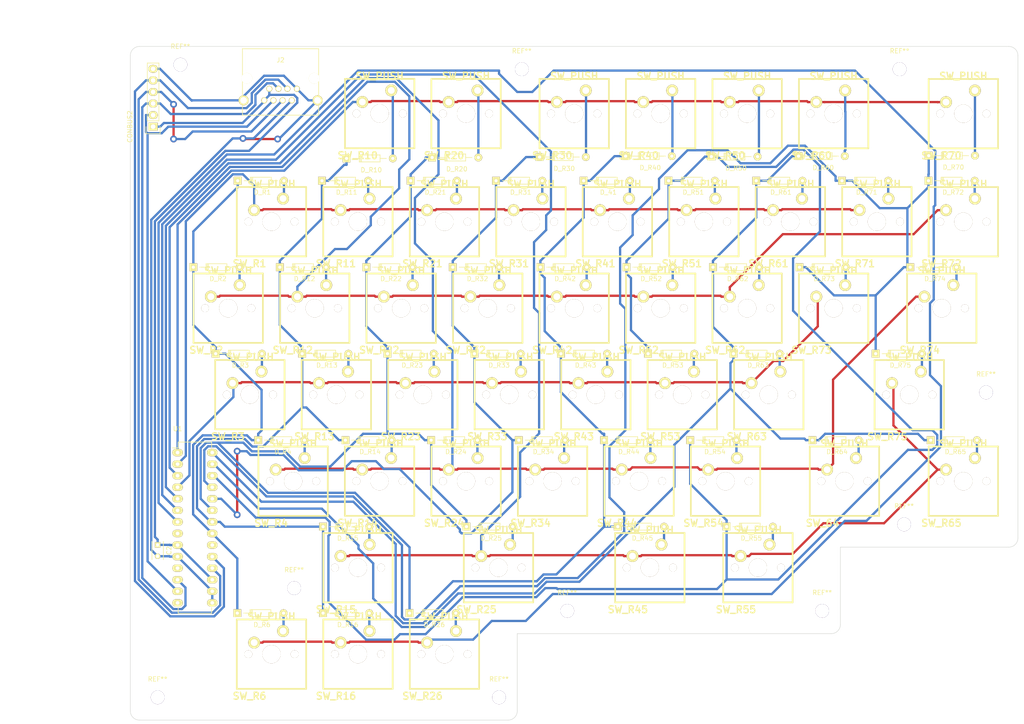
<source format=kicad_pcb>
(kicad_pcb (version 4) (host pcbnew 4.0.2-stable)
  (layers (0 F.Cu signal) (31 B.Cu signal) (34 B.Paste user) (35 F.Paste user) (36 B.SilkS user) (37 F.SilkS user) (38 B.Mask user) (39 F.Mask user) (44 Edge.Cuts user))
  (net 0 "")
  (net 1 VDD)
  (net 2 SDA)
  (net 3 SCL)
  (net 4 RESET)
  (net 5 INT)
  (net 6 GND)
  (net 7 "Net-(D_41-Pad2)")
  (net 8 /KeyModule-R/COL4)
  (net 9 "Net-(D_R1-Pad2)")
  (net 10 /KeyModule-R/COL0)
  (net 11 "Net-(D_R2-Pad2)")
  (net 12 "Net-(D_R3-Pad2)")
  (net 13 "Net-(D_R4-Pad2)")
  (net 14 "Net-(D_R6-Pad2)")
  (net 15 "Net-(D_R10-Pad2)")
  (net 16 /KeyModule-R/COL1)
  (net 17 "Net-(D_R11-Pad2)")
  (net 18 "Net-(D_R12-Pad2)")
  (net 19 "Net-(D_R13-Pad2)")
  (net 20 "Net-(D_R14-Pad2)")
  (net 21 "Net-(D_R15-Pad2)")
  (net 22 "Net-(D_R16-Pad2)")
  (net 23 "Net-(D_R20-Pad2)")
  (net 24 /KeyModule-R/COL2)
  (net 25 "Net-(D_R21-Pad2)")
  (net 26 "Net-(D_R22-Pad2)")
  (net 27 "Net-(D_R23-Pad2)")
  (net 28 "Net-(D_R24-Pad2)")
  (net 29 "Net-(D_R25-Pad2)")
  (net 30 "Net-(D_R26-Pad2)")
  (net 31 "Net-(D_R30-Pad2)")
  (net 32 /KeyModule-R/COL3)
  (net 33 "Net-(D_R31-Pad2)")
  (net 34 "Net-(D_R32-Pad2)")
  (net 35 "Net-(D_R33-Pad2)")
  (net 36 "Net-(D_R34-Pad2)")
  (net 37 "Net-(D_R40-Pad2)")
  (net 38 "Net-(D_R42-Pad2)")
  (net 39 "Net-(D_R43-Pad2)")
  (net 40 "Net-(D_R44-Pad2)")
  (net 41 "Net-(D_R45-Pad2)")
  (net 42 "Net-(D_R50-Pad2)")
  (net 43 /KeyModule-R/COL5)
  (net 44 "Net-(D_R51-Pad2)")
  (net 45 "Net-(D_R52-Pad2)")
  (net 46 "Net-(D_R53-Pad2)")
  (net 47 "Net-(D_R54-Pad2)")
  (net 48 "Net-(D_R55-Pad2)")
  (net 49 "Net-(D_R60-Pad2)")
  (net 50 /KeyModule-R/COL6)
  (net 51 "Net-(D_R61-Pad2)")
  (net 52 "Net-(D_R62-Pad2)")
  (net 53 "Net-(D_R63-Pad2)")
  (net 54 "Net-(D_R64-Pad2)")
  (net 55 "Net-(D_R65-Pad2)")
  (net 56 "Net-(D_R70-Pad2)")
  (net 57 /KeyModule-R/COL7)
  (net 58 "Net-(D_R71-Pad2)")
  (net 59 "Net-(D_R72-Pad2)")
  (net 60 "Net-(D_R73-Pad2)")
  (net 61 "Net-(D_R74-Pad2)")
  (net 62 "Net-(D_R75-Pad2)")
  (net 63 /KeyModule-R/ROW4)
  (net 64 /KeyModule-R/ROW1)
  (net 65 /KeyModule-R/ROW2)
  (net 66 /KeyModule-R/ROW3)
  (net 67 /KeyModule-R/ROW6)
  (net 68 /KeyModule-R/ROW0)
  (net 69 /KeyModule-R/ROW5)
  (net 70 "Net-(U1-Pad8)")
  (net 71 "Net-(U1-Pad11)")
  (net 72 "Net-(U1-Pad14)")
  (net 73 "Net-(U1-Pad20)")
  (module Mounting_Holes:MountingHole_3mm (layer F.Cu) (at 206 157)
    (fp_text reference REF** (at 0 -4.0005) (layer F.SilkS))
    (fp_text value MountingHole_3mm)
    (pad 1 thru_hole circle (at 0 0) (size 3 3) (drill 3) (layers))
  )
  (module Mounting_Holes:MountingHole_3mm (layer F.Cu) (at 135 176)
    (fp_text reference REF** (at 0 -4.0005) (layer F.SilkS))
    (fp_text value MountingHole_3mm)
    (pad 1 thru_hole circle (at 0 0) (size 3 3) (drill 3) (layers))
  )
  (module Mounting_Holes:MountingHole_3mm (layer F.Cu) (at 150 157)
    (fp_text reference REF** (at 0 -4.0005) (layer F.SilkS))
    (fp_text value MountingHole_3mm)
    (pad 1 thru_hole circle (at 0 0) (size 3 3) (drill 3) (layers))
  )
  (module Mounting_Holes:MountingHole_3mm (layer F.Cu) (at 140 38)
    (fp_text reference REF** (at 0 -4.0005) (layer F.SilkS))
    (fp_text value MountingHole_3mm)
    (pad 1 thru_hole circle (at 0 0) (size 3 3) (drill 3) (layers))
  )
  (module Mounting_Holes:MountingHole_3mm (layer F.Cu) (at 65 37)
    (fp_text reference REF** (at 0 -4.0005) (layer F.SilkS))
    (fp_text value MountingHole_3mm)
    (pad 1 thru_hole circle (at 0 0) (size 3 3) (drill 3) (layers))
  )
  (module Mounting_Holes:MountingHole_3mm (layer F.Cu) (at 60 176)
    (fp_text reference REF** (at 0 -4.0005) (layer F.SilkS))
    (fp_text value MountingHole_3mm)
    (pad 1 thru_hole circle (at 0 0) (size 3 3) (drill 3) (layers))
  )
  (module Mounting_Holes:MountingHole_3mm (layer F.Cu) (at 90 152)
    (fp_text reference REF** (at 0 -4.0005) (layer F.SilkS))
    (fp_text value MountingHole_3mm)
    (pad 1 thru_hole circle (at 0 0) (size 3 3) (drill 3) (layers))
  )
  (module Mounting_Holes:MountingHole_3mm (layer F.Cu) (at 224 138)
    (fp_text reference REF** (at 0 -4.0005) (layer F.SilkS))
    (fp_text value MountingHole_3mm)
    (pad 1 thru_hole circle (at 0 0) (size 3 3) (drill 3) (layers))
  )
  (module Mounting_Holes:MountingHole_3mm (layer F.Cu) (at 242 109)
    (fp_text reference REF** (at 0 -4.0005) (layer F.SilkS))
    (fp_text value MountingHole_3mm)
    (pad 1 thru_hole circle (at 0 0) (size 3 3) (drill 3) (layers))
  )
  (module myfootprint:RJ45-7810-XPXC (layer F.Cu) (at 87 40 180)
    (fp_text reference J2 (at 0 4 180) (layer F.SilkS))
    (fp_text value RJ45)
    (pad "" np_thru_hole circle (at 7.4 0 180) (size 2.4 2.4) (drill 2.4) (layers *.Cu *.Mask F.SilkS))
    (pad "" np_thru_hole circle (at -7.4 0 180) (size 2.4 2.4) (drill 2.4) (layers *.Cu *.Mask F.SilkS))
    (pad 9 thru_hole circle (at 8.125 -4.84 180) (size 2.2 2.2) (drill 1.5) (layers *.Cu *.Mask F.SilkS) (net 6 GND))
    (pad 9 thru_hole circle (at -8.125 -4.84 180) (size 2.2 2.2) (drill 1.5) (layers *.Cu *.Mask F.SilkS) (net 6 GND))
    (pad 4 thru_hole circle (at 0.45 -2.3 180) (size 1.3 1.3) (drill 0.9) (layers *.Cu *.Mask F.SilkS) (net 3 SCL))
    (pad 2 thru_hole circle (at 2.47 -2.3 180) (size 1.3 1.3) (drill 0.9) (layers *.Cu *.Mask F.SilkS) (net 1 VDD))
    (pad 6 thru_hole circle (at -1.5 -2.3 180) (size 1.3 1.3) (drill 0.9) (layers *.Cu *.Mask F.SilkS) (net 5 INT))
    (pad 8 thru_hole circle (at -3.59 -2.3 180) (size 1.3 1.3) (drill 0.9) (layers *.Cu *.Mask F.SilkS) (net 6 GND))
    (pad 1 thru_hole circle (at 3.59 -4.84 180) (size 1.3 1.3) (drill 0.9) (layers *.Cu *.Mask F.SilkS) (net 1 VDD))
    (pad 3 thru_hole circle (at 1.57 -4.84 180) (size 1.3 1.3) (drill 0.9) (layers *.Cu *.Mask F.SilkS) (net 2 SDA))
    (pad 5 thru_hole circle (at -0.45 -4.84 180) (size 1.3 1.3) (drill 0.9) (layers *.Cu *.Mask F.SilkS) (net 4 RESET))
    (pad 7 thru_hole circle (at -2.47 -4.84 180) (size 1.3 1.3) (drill 0.9) (layers *.Cu *.Mask F.SilkS) (net 6 GND))
  )
  (module Capacitors_ThroughHole:C_Rect_L4_W2.5_P2.5 (layer F.Cu) (at 60 142.5 270)
    (fp_text reference C2 (at 1.25 -2.5 270) (layer F.SilkS))
    (fp_text value 0.1u)
    (pad 1 thru_hole rect (at 0 0 270) (size 1.2 1.2) (drill 0.7) (layers *.Cu *.Mask F.SilkS) (net 1 VDD))
    (pad 2 thru_hole circle (at 2.5 0 270) (size 1.2 1.2) (drill 0.7) (layers *.Cu *.Mask F.SilkS) (net 6 GND))
  )
  (module Socket_Strips:Socket_Strip_Straight_1x06 (layer F.Cu) (at 59 50.62 90)
    (fp_text reference CONBUS2 (at 0 -5.1 90) (layer F.SilkS))
    (fp_text value CONN_01X06)
    (pad 1 thru_hole rect (at 0 0 90) (size 1.7272 2.032) (drill 1.016) (layers *.Cu *.Mask F.SilkS) (net 1 VDD))
    (pad 2 thru_hole oval (at 2.54 0 90) (size 1.7272 2.032) (drill 1.016) (layers *.Cu *.Mask F.SilkS) (net 2 SDA))
    (pad 3 thru_hole oval (at 5.08 0 90) (size 1.7272 2.032) (drill 1.016) (layers *.Cu *.Mask F.SilkS) (net 3 SCL))
    (pad 4 thru_hole oval (at 7.62 0 90) (size 1.7272 2.032) (drill 1.016) (layers *.Cu *.Mask F.SilkS) (net 4 RESET))
    (pad 5 thru_hole oval (at 10.16 0 90) (size 1.7272 2.032) (drill 1.016) (layers *.Cu *.Mask F.SilkS) (net 5 INT))
    (pad 6 thru_hole oval (at 12.7 0 90) (size 1.7272 2.032) (drill 1.016) (layers *.Cu *.Mask F.SilkS) (net 6 GND))
  )
  (module Diodes_ThroughHole:Diode_DO-35_SOD27_Horizontal_RM10 (layer F.Cu) (at 153.589 62.5025)
    (fp_text reference D_41 (at 5.43052 2.53746) (layer F.SilkS))
    (fp_text value D)
    (pad 2 thru_hole circle (at 10.16052 -0.00254 180) (size 1.69926 1.69926) (drill 0.70104) (layers *.Cu *.Mask F.SilkS) (net 7 "Net-(D_41-Pad2)"))
    (pad 1 thru_hole rect (at 0.00052 -0.00254 180) (size 1.69926 1.69926) (drill 0.70104) (layers *.Cu *.Mask F.SilkS) (net 8 /KeyModule-R/COL4))
  )
  (module Diodes_ThroughHole:Diode_DO-35_SOD27_Horizontal_RM10 (layer F.Cu) (at 77.5895 62.5025)
    (fp_text reference D_R1 (at 5.43052 2.53746) (layer F.SilkS))
    (fp_text value D)
    (pad 2 thru_hole circle (at 10.16052 -0.00254 180) (size 1.69926 1.69926) (drill 0.70104) (layers *.Cu *.Mask F.SilkS) (net 9 "Net-(D_R1-Pad2)"))
    (pad 1 thru_hole rect (at 0.00052 -0.00254 180) (size 1.69926 1.69926) (drill 0.70104) (layers *.Cu *.Mask F.SilkS) (net 10 /KeyModule-R/COL0))
  )
  (module Diodes_ThroughHole:Diode_DO-35_SOD27_Horizontal_RM10 (layer F.Cu) (at 67.8395 81.5025)
    (fp_text reference D_R2 (at 5.43052 2.53746) (layer F.SilkS))
    (fp_text value D)
    (pad 2 thru_hole circle (at 10.16052 -0.00254 180) (size 1.69926 1.69926) (drill 0.70104) (layers *.Cu *.Mask F.SilkS) (net 11 "Net-(D_R2-Pad2)"))
    (pad 1 thru_hole rect (at 0.00052 -0.00254 180) (size 1.69926 1.69926) (drill 0.70104) (layers *.Cu *.Mask F.SilkS) (net 10 /KeyModule-R/COL0))
  )
  (module Diodes_ThroughHole:Diode_DO-35_SOD27_Horizontal_RM10 (layer F.Cu) (at 72.7495 100.503)
    (fp_text reference D_R3 (at 5.43052 2.53746) (layer F.SilkS))
    (fp_text value D)
    (pad 2 thru_hole circle (at 10.16052 -0.00254 180) (size 1.69926 1.69926) (drill 0.70104) (layers *.Cu *.Mask F.SilkS) (net 12 "Net-(D_R3-Pad2)"))
    (pad 1 thru_hole rect (at 0.00052 -0.00254 180) (size 1.69926 1.69926) (drill 0.70104) (layers *.Cu *.Mask F.SilkS) (net 10 /KeyModule-R/COL0))
  )
  (module Diodes_ThroughHole:Diode_DO-35_SOD27_Horizontal_RM10 (layer F.Cu) (at 82.0895 119.503)
    (fp_text reference D_R4 (at 5.43052 2.53746) (layer F.SilkS))
    (fp_text value D)
    (pad 2 thru_hole circle (at 10.16052 -0.00254 180) (size 1.69926 1.69926) (drill 0.70104) (layers *.Cu *.Mask F.SilkS) (net 13 "Net-(D_R4-Pad2)"))
    (pad 1 thru_hole rect (at 0.00052 -0.00254 180) (size 1.69926 1.69926) (drill 0.70104) (layers *.Cu *.Mask F.SilkS) (net 10 /KeyModule-R/COL0))
  )
  (module Diodes_ThroughHole:Diode_DO-35_SOD27_Horizontal_RM10 (layer F.Cu) (at 77.4995 157.503)
    (fp_text reference D_R6 (at 5.43052 2.53746) (layer F.SilkS))
    (fp_text value D)
    (pad 2 thru_hole circle (at 10.16052 -0.00254 180) (size 1.69926 1.69926) (drill 0.70104) (layers *.Cu *.Mask F.SilkS) (net 14 "Net-(D_R6-Pad2)"))
    (pad 1 thru_hole rect (at 0.00052 -0.00254 180) (size 1.69926 1.69926) (drill 0.70104) (layers *.Cu *.Mask F.SilkS) (net 10 /KeyModule-R/COL0))
  )
  (module Diodes_ThroughHole:Diode_DO-35_SOD27_Horizontal_RM10 (layer F.Cu) (at 101.5 57.6)
    (fp_text reference D_R10 (at 5.43052 2.53746) (layer F.SilkS))
    (fp_text value D)
    (pad 2 thru_hole circle (at 10.16052 -0.00254 180) (size 1.69926 1.69926) (drill 0.70104) (layers *.Cu *.Mask F.SilkS) (net 15 "Net-(D_R10-Pad2)"))
    (pad 1 thru_hole rect (at 0.00052 -0.00254 180) (size 1.69926 1.69926) (drill 0.70104) (layers *.Cu *.Mask F.SilkS) (net 16 /KeyModule-R/COL1))
  )
  (module Diodes_ThroughHole:Diode_DO-35_SOD27_Horizontal_RM10 (layer F.Cu) (at 96.0895 62.5025)
    (fp_text reference D_R11 (at 5.43052 2.53746) (layer F.SilkS))
    (fp_text value D)
    (pad 2 thru_hole circle (at 10.16052 -0.00254 180) (size 1.69926 1.69926) (drill 0.70104) (layers *.Cu *.Mask F.SilkS) (net 17 "Net-(D_R11-Pad2)"))
    (pad 1 thru_hole rect (at 0.00052 -0.00254 180) (size 1.69926 1.69926) (drill 0.70104) (layers *.Cu *.Mask F.SilkS) (net 16 /KeyModule-R/COL1))
  )
  (module Diodes_ThroughHole:Diode_DO-35_SOD27_Horizontal_RM10 (layer F.Cu) (at 86.8395 81.5025)
    (fp_text reference D_R12 (at 5.43052 2.53746) (layer F.SilkS))
    (fp_text value D)
    (pad 2 thru_hole circle (at 10.16052 -0.00254 180) (size 1.69926 1.69926) (drill 0.70104) (layers *.Cu *.Mask F.SilkS) (net 18 "Net-(D_R12-Pad2)"))
    (pad 1 thru_hole rect (at 0.00052 -0.00254 180) (size 1.69926 1.69926) (drill 0.70104) (layers *.Cu *.Mask F.SilkS) (net 16 /KeyModule-R/COL1))
  )
  (module Diodes_ThroughHole:Diode_DO-35_SOD27_Horizontal_RM10 (layer F.Cu) (at 91.7495 100.503)
    (fp_text reference D_R13 (at 5.43052 2.53746) (layer F.SilkS))
    (fp_text value D)
    (pad 2 thru_hole circle (at 10.16052 -0.00254 180) (size 1.69926 1.69926) (drill 0.70104) (layers *.Cu *.Mask F.SilkS) (net 19 "Net-(D_R13-Pad2)"))
    (pad 1 thru_hole rect (at 0.00052 -0.00254 180) (size 1.69926 1.69926) (drill 0.70104) (layers *.Cu *.Mask F.SilkS) (net 16 /KeyModule-R/COL1))
  )
  (module Diodes_ThroughHole:Diode_DO-35_SOD27_Horizontal_RM10 (layer F.Cu) (at 101.249 119.503)
    (fp_text reference D_R14 (at 5.43052 2.53746) (layer F.SilkS))
    (fp_text value D)
    (pad 2 thru_hole circle (at 10.16052 -0.00254 180) (size 1.69926 1.69926) (drill 0.70104) (layers *.Cu *.Mask F.SilkS) (net 20 "Net-(D_R14-Pad2)"))
    (pad 1 thru_hole rect (at 0.00052 -0.00254 180) (size 1.69926 1.69926) (drill 0.70104) (layers *.Cu *.Mask F.SilkS) (net 16 /KeyModule-R/COL1))
  )
  (module Diodes_ThroughHole:Diode_DO-35_SOD27_Horizontal_RM10 (layer F.Cu) (at 96.3395 138.503)
    (fp_text reference D_R15 (at 5.43052 2.53746) (layer F.SilkS))
    (fp_text value D)
    (pad 2 thru_hole circle (at 10.16052 -0.00254 180) (size 1.69926 1.69926) (drill 0.70104) (layers *.Cu *.Mask F.SilkS) (net 21 "Net-(D_R15-Pad2)"))
    (pad 1 thru_hole rect (at 0.00052 -0.00254 180) (size 1.69926 1.69926) (drill 0.70104) (layers *.Cu *.Mask F.SilkS) (net 16 /KeyModule-R/COL1))
  )
  (module Diodes_ThroughHole:Diode_DO-35_SOD27_Horizontal_RM10 (layer F.Cu) (at 96.3395 157.503)
    (fp_text reference D_R16 (at 5.43052 2.53746) (layer F.SilkS))
    (fp_text value D)
    (pad 2 thru_hole circle (at 10.16052 -0.00254 180) (size 1.69926 1.69926) (drill 0.70104) (layers *.Cu *.Mask F.SilkS) (net 22 "Net-(D_R16-Pad2)"))
    (pad 1 thru_hole rect (at 0.00052 -0.00254 180) (size 1.69926 1.69926) (drill 0.70104) (layers *.Cu *.Mask F.SilkS) (net 16 /KeyModule-R/COL1))
  )
  (module Diodes_ThroughHole:Diode_DO-35_SOD27_Horizontal_RM10 (layer F.Cu) (at 120.3 57.4)
    (fp_text reference D_R20 (at 5.43052 2.53746) (layer F.SilkS))
    (fp_text value D)
    (pad 2 thru_hole circle (at 10.16052 -0.00254 180) (size 1.69926 1.69926) (drill 0.70104) (layers *.Cu *.Mask F.SilkS) (net 23 "Net-(D_R20-Pad2)"))
    (pad 1 thru_hole rect (at 0.00052 -0.00254 180) (size 1.69926 1.69926) (drill 0.70104) (layers *.Cu *.Mask F.SilkS) (net 24 /KeyModule-R/COL2))
  )
  (module Diodes_ThroughHole:Diode_DO-35_SOD27_Horizontal_RM10 (layer F.Cu) (at 115.589 62.5025)
    (fp_text reference D_R21 (at 5.43052 2.53746) (layer F.SilkS))
    (fp_text value D)
    (pad 2 thru_hole circle (at 10.16052 -0.00254 180) (size 1.69926 1.69926) (drill 0.70104) (layers *.Cu *.Mask F.SilkS) (net 25 "Net-(D_R21-Pad2)"))
    (pad 1 thru_hole rect (at 0.00052 -0.00254 180) (size 1.69926 1.69926) (drill 0.70104) (layers *.Cu *.Mask F.SilkS) (net 24 /KeyModule-R/COL2))
  )
  (module Diodes_ThroughHole:Diode_DO-35_SOD27_Horizontal_RM10 (layer F.Cu) (at 105.839 81.5025)
    (fp_text reference D_R22 (at 5.43052 2.53746) (layer F.SilkS))
    (fp_text value D)
    (pad 2 thru_hole circle (at 10.16052 -0.00254 180) (size 1.69926 1.69926) (drill 0.70104) (layers *.Cu *.Mask F.SilkS) (net 26 "Net-(D_R22-Pad2)"))
    (pad 1 thru_hole rect (at 0.00052 -0.00254 180) (size 1.69926 1.69926) (drill 0.70104) (layers *.Cu *.Mask F.SilkS) (net 24 /KeyModule-R/COL2))
  )
  (module Diodes_ThroughHole:Diode_DO-35_SOD27_Horizontal_RM10 (layer F.Cu) (at 110.499 100.503)
    (fp_text reference D_R23 (at 5.43052 2.53746) (layer F.SilkS))
    (fp_text value D)
    (pad 2 thru_hole circle (at 10.16052 -0.00254 180) (size 1.69926 1.69926) (drill 0.70104) (layers *.Cu *.Mask F.SilkS) (net 27 "Net-(D_R23-Pad2)"))
    (pad 1 thru_hole rect (at 0.00052 -0.00254 180) (size 1.69926 1.69926) (drill 0.70104) (layers *.Cu *.Mask F.SilkS) (net 24 /KeyModule-R/COL2))
  )
  (module Diodes_ThroughHole:Diode_DO-35_SOD27_Horizontal_RM10 (layer F.Cu) (at 120.089 119.503)
    (fp_text reference D_R24 (at 5.43052 2.53746) (layer F.SilkS))
    (fp_text value D)
    (pad 2 thru_hole circle (at 10.16052 -0.00254 180) (size 1.69926 1.69926) (drill 0.70104) (layers *.Cu *.Mask F.SilkS) (net 28 "Net-(D_R24-Pad2)"))
    (pad 1 thru_hole rect (at 0.00052 -0.00254 180) (size 1.69926 1.69926) (drill 0.70104) (layers *.Cu *.Mask F.SilkS) (net 24 /KeyModule-R/COL2))
  )
  (module Diodes_ThroughHole:Diode_DO-35_SOD27_Horizontal_RM10 (layer F.Cu) (at 127.839 138.503)
    (fp_text reference D_R25 (at 5.43052 2.53746) (layer F.SilkS))
    (fp_text value D)
    (pad 2 thru_hole circle (at 10.16052 -0.00254 180) (size 1.69926 1.69926) (drill 0.70104) (layers *.Cu *.Mask F.SilkS) (net 29 "Net-(D_R25-Pad2)"))
    (pad 1 thru_hole rect (at 0.00052 -0.00254 180) (size 1.69926 1.69926) (drill 0.70104) (layers *.Cu *.Mask F.SilkS) (net 24 /KeyModule-R/COL2))
  )
  (module Diodes_ThroughHole:Diode_DO-35_SOD27_Horizontal_RM10 (layer F.Cu) (at 115.339 157.503)
    (fp_text reference D_R26 (at 5.43052 2.53746) (layer F.SilkS))
    (fp_text value D)
    (pad 2 thru_hole circle (at 10.16052 -0.00254 180) (size 1.69926 1.69926) (drill 0.70104) (layers *.Cu *.Mask F.SilkS) (net 30 "Net-(D_R26-Pad2)"))
    (pad 1 thru_hole rect (at 0.00052 -0.00254 180) (size 1.69926 1.69926) (drill 0.70104) (layers *.Cu *.Mask F.SilkS) (net 24 /KeyModule-R/COL2))
  )
  (module Diodes_ThroughHole:Diode_DO-35_SOD27_Horizontal_RM10 (layer F.Cu) (at 143.899 57.3025)
    (fp_text reference D_R30 (at 5.43052 2.53746) (layer F.SilkS))
    (fp_text value D)
    (pad 2 thru_hole circle (at 10.16052 -0.00254 180) (size 1.69926 1.69926) (drill 0.70104) (layers *.Cu *.Mask F.SilkS) (net 31 "Net-(D_R30-Pad2)"))
    (pad 1 thru_hole rect (at 0.00052 -0.00254 180) (size 1.69926 1.69926) (drill 0.70104) (layers *.Cu *.Mask F.SilkS) (net 32 /KeyModule-R/COL3))
  )
  (module Diodes_ThroughHole:Diode_DO-35_SOD27_Horizontal_RM10 (layer F.Cu) (at 134.339 62.5025)
    (fp_text reference D_R31 (at 5.43052 2.53746) (layer F.SilkS))
    (fp_text value D)
    (pad 2 thru_hole circle (at 10.16052 -0.00254 180) (size 1.69926 1.69926) (drill 0.70104) (layers *.Cu *.Mask F.SilkS) (net 33 "Net-(D_R31-Pad2)"))
    (pad 1 thru_hole rect (at 0.00052 -0.00254 180) (size 1.69926 1.69926) (drill 0.70104) (layers *.Cu *.Mask F.SilkS) (net 32 /KeyModule-R/COL3))
  )
  (module Diodes_ThroughHole:Diode_DO-35_SOD27_Horizontal_RM10 (layer F.Cu) (at 124.839 81.5025)
    (fp_text reference D_R32 (at 5.43052 2.53746) (layer F.SilkS))
    (fp_text value D)
    (pad 2 thru_hole circle (at 10.16052 -0.00254 180) (size 1.69926 1.69926) (drill 0.70104) (layers *.Cu *.Mask F.SilkS) (net 34 "Net-(D_R32-Pad2)"))
    (pad 1 thru_hole rect (at 0.00052 -0.00254 180) (size 1.69926 1.69926) (drill 0.70104) (layers *.Cu *.Mask F.SilkS) (net 32 /KeyModule-R/COL3))
  )
  (module Diodes_ThroughHole:Diode_DO-35_SOD27_Horizontal_RM10 (layer F.Cu) (at 129.589 100.503)
    (fp_text reference D_R33 (at 5.43052 2.53746) (layer F.SilkS))
    (fp_text value D)
    (pad 2 thru_hole circle (at 10.16052 -0.00254 180) (size 1.69926 1.69926) (drill 0.70104) (layers *.Cu *.Mask F.SilkS) (net 35 "Net-(D_R33-Pad2)"))
    (pad 1 thru_hole rect (at 0.00052 -0.00254 180) (size 1.69926 1.69926) (drill 0.70104) (layers *.Cu *.Mask F.SilkS) (net 32 /KeyModule-R/COL3))
  )
  (module Diodes_ThroughHole:Diode_DO-35_SOD27_Horizontal_RM10 (layer F.Cu) (at 139.339 119.503)
    (fp_text reference D_R34 (at 5.43052 2.53746) (layer F.SilkS))
    (fp_text value D)
    (pad 2 thru_hole circle (at 10.16052 -0.00254 180) (size 1.69926 1.69926) (drill 0.70104) (layers *.Cu *.Mask F.SilkS) (net 36 "Net-(D_R34-Pad2)"))
    (pad 1 thru_hole rect (at 0.00052 -0.00254 180) (size 1.69926 1.69926) (drill 0.70104) (layers *.Cu *.Mask F.SilkS) (net 32 /KeyModule-R/COL3))
  )
  (module Diodes_ThroughHole:Diode_DO-35_SOD27_Horizontal_RM10 (layer F.Cu) (at 162.799 57.1025)
    (fp_text reference D_R40 (at 5.43052 2.53746) (layer F.SilkS))
    (fp_text value D)
    (pad 2 thru_hole circle (at 10.16052 -0.00254 180) (size 1.69926 1.69926) (drill 0.70104) (layers *.Cu *.Mask F.SilkS) (net 37 "Net-(D_R40-Pad2)"))
    (pad 1 thru_hole rect (at 0.00052 -0.00254 180) (size 1.69926 1.69926) (drill 0.70104) (layers *.Cu *.Mask F.SilkS) (net 8 /KeyModule-R/COL4))
  )
  (module Diodes_ThroughHole:Diode_DO-35_SOD27_Horizontal_RM10 (layer F.Cu) (at 144.089 81.5025)
    (fp_text reference D_R42 (at 5.43052 2.53746) (layer F.SilkS))
    (fp_text value D)
    (pad 2 thru_hole circle (at 10.16052 -0.00254 180) (size 1.69926 1.69926) (drill 0.70104) (layers *.Cu *.Mask F.SilkS) (net 38 "Net-(D_R42-Pad2)"))
    (pad 1 thru_hole rect (at 0.00052 -0.00254 180) (size 1.69926 1.69926) (drill 0.70104) (layers *.Cu *.Mask F.SilkS) (net 8 /KeyModule-R/COL4))
  )
  (module Diodes_ThroughHole:Diode_DO-35_SOD27_Horizontal_RM10 (layer F.Cu) (at 148.589 100.503)
    (fp_text reference D_R43 (at 5.43052 2.53746) (layer F.SilkS))
    (fp_text value D)
    (pad 2 thru_hole circle (at 10.16052 -0.00254 180) (size 1.69926 1.69926) (drill 0.70104) (layers *.Cu *.Mask F.SilkS) (net 39 "Net-(D_R43-Pad2)"))
    (pad 1 thru_hole rect (at 0.00052 -0.00254 180) (size 1.69926 1.69926) (drill 0.70104) (layers *.Cu *.Mask F.SilkS) (net 8 /KeyModule-R/COL4))
  )
  (module Diodes_ThroughHole:Diode_DO-35_SOD27_Horizontal_RM10 (layer F.Cu) (at 158.089 119.503)
    (fp_text reference D_R44 (at 5.43052 2.53746) (layer F.SilkS))
    (fp_text value D)
    (pad 2 thru_hole circle (at 10.16052 -0.00254 180) (size 1.69926 1.69926) (drill 0.70104) (layers *.Cu *.Mask F.SilkS) (net 40 "Net-(D_R44-Pad2)"))
    (pad 1 thru_hole rect (at 0.00052 -0.00254 180) (size 1.69926 1.69926) (drill 0.70104) (layers *.Cu *.Mask F.SilkS) (net 8 /KeyModule-R/COL4))
  )
  (module Diodes_ThroughHole:Diode_DO-35_SOD27_Horizontal_RM10 (layer F.Cu) (at 161.089 138.503)
    (fp_text reference D_R45 (at 5.43052 2.53746) (layer F.SilkS))
    (fp_text value D)
    (pad 2 thru_hole circle (at 10.16052 -0.00254 180) (size 1.69926 1.69926) (drill 0.70104) (layers *.Cu *.Mask F.SilkS) (net 41 "Net-(D_R45-Pad2)"))
    (pad 1 thru_hole rect (at 0.00052 -0.00254 180) (size 1.69926 1.69926) (drill 0.70104) (layers *.Cu *.Mask F.SilkS) (net 8 /KeyModule-R/COL4))
  )
  (module Diodes_ThroughHole:Diode_DO-35_SOD27_Horizontal_RM10 (layer F.Cu) (at 181.639 57.2025)
    (fp_text reference D_R50 (at 5.43052 2.53746) (layer F.SilkS))
    (fp_text value D)
    (pad 2 thru_hole circle (at 10.16052 -0.00254 180) (size 1.69926 1.69926) (drill 0.70104) (layers *.Cu *.Mask F.SilkS) (net 42 "Net-(D_R50-Pad2)"))
    (pad 1 thru_hole rect (at 0.00052 -0.00254 180) (size 1.69926 1.69926) (drill 0.70104) (layers *.Cu *.Mask F.SilkS) (net 43 /KeyModule-R/COL5))
  )
  (module Diodes_ThroughHole:Diode_DO-35_SOD27_Horizontal_RM10 (layer F.Cu) (at 172.249 62.5025)
    (fp_text reference D_R51 (at 5.43052 2.53746) (layer F.SilkS))
    (fp_text value D)
    (pad 2 thru_hole circle (at 10.16052 -0.00254 180) (size 1.69926 1.69926) (drill 0.70104) (layers *.Cu *.Mask F.SilkS) (net 44 "Net-(D_R51-Pad2)"))
    (pad 1 thru_hole rect (at 0.00052 -0.00254 180) (size 1.69926 1.69926) (drill 0.70104) (layers *.Cu *.Mask F.SilkS) (net 43 /KeyModule-R/COL5))
  )
  (module Diodes_ThroughHole:Diode_DO-35_SOD27_Horizontal_RM10 (layer F.Cu) (at 162.999 81.5025)
    (fp_text reference D_R52 (at 5.43052 2.53746) (layer F.SilkS))
    (fp_text value D)
    (pad 2 thru_hole circle (at 10.16052 -0.00254 180) (size 1.69926 1.69926) (drill 0.70104) (layers *.Cu *.Mask F.SilkS) (net 45 "Net-(D_R52-Pad2)"))
    (pad 1 thru_hole rect (at 0.00052 -0.00254 180) (size 1.69926 1.69926) (drill 0.70104) (layers *.Cu *.Mask F.SilkS) (net 43 /KeyModule-R/COL5))
  )
  (module Diodes_ThroughHole:Diode_DO-35_SOD27_Horizontal_RM10 (layer F.Cu) (at 167.749 100.503)
    (fp_text reference D_R53 (at 5.43052 2.53746) (layer F.SilkS))
    (fp_text value D)
    (pad 2 thru_hole circle (at 10.16052 -0.00254 180) (size 1.69926 1.69926) (drill 0.70104) (layers *.Cu *.Mask F.SilkS) (net 46 "Net-(D_R53-Pad2)"))
    (pad 1 thru_hole rect (at 0.00052 -0.00254 180) (size 1.69926 1.69926) (drill 0.70104) (layers *.Cu *.Mask F.SilkS) (net 43 /KeyModule-R/COL5))
  )
  (module Diodes_ThroughHole:Diode_DO-35_SOD27_Horizontal_RM10 (layer F.Cu) (at 176.999 119.503)
    (fp_text reference D_R54 (at 5.43052 2.53746) (layer F.SilkS))
    (fp_text value D)
    (pad 2 thru_hole circle (at 10.16052 -0.00254 180) (size 1.69926 1.69926) (drill 0.70104) (layers *.Cu *.Mask F.SilkS) (net 47 "Net-(D_R54-Pad2)"))
    (pad 1 thru_hole rect (at 0.00052 -0.00254 180) (size 1.69926 1.69926) (drill 0.70104) (layers *.Cu *.Mask F.SilkS) (net 43 /KeyModule-R/COL5))
  )
  (module Diodes_ThroughHole:Diode_DO-35_SOD27_Horizontal_RM10 (layer F.Cu) (at 184.999 138.503)
    (fp_text reference D_R55 (at 5.43052 2.53746) (layer F.SilkS))
    (fp_text value D)
    (pad 2 thru_hole circle (at 10.16052 -0.00254 180) (size 1.69926 1.69926) (drill 0.70104) (layers *.Cu *.Mask F.SilkS) (net 48 "Net-(D_R55-Pad2)"))
    (pad 1 thru_hole rect (at 0.00052 -0.00254 180) (size 1.69926 1.69926) (drill 0.70104) (layers *.Cu *.Mask F.SilkS) (net 43 /KeyModule-R/COL5))
  )
  (module Diodes_ThroughHole:Diode_DO-35_SOD27_Horizontal_RM10 (layer F.Cu) (at 200.799 57.1025)
    (fp_text reference D_R60 (at 5.43052 2.53746) (layer F.SilkS))
    (fp_text value D)
    (pad 2 thru_hole circle (at 10.16052 -0.00254 180) (size 1.69926 1.69926) (drill 0.70104) (layers *.Cu *.Mask F.SilkS) (net 49 "Net-(D_R60-Pad2)"))
    (pad 1 thru_hole rect (at 0.00052 -0.00254 180) (size 1.69926 1.69926) (drill 0.70104) (layers *.Cu *.Mask F.SilkS) (net 50 /KeyModule-R/COL6))
  )
  (module Diodes_ThroughHole:Diode_DO-35_SOD27_Horizontal_RM10 (layer F.Cu) (at 191.499 62.5025)
    (fp_text reference D_R61 (at 5.43052 2.53746) (layer F.SilkS))
    (fp_text value D)
    (pad 2 thru_hole circle (at 10.16052 -0.00254 180) (size 1.69926 1.69926) (drill 0.70104) (layers *.Cu *.Mask F.SilkS) (net 51 "Net-(D_R61-Pad2)"))
    (pad 1 thru_hole rect (at 0.00052 -0.00254 180) (size 1.69926 1.69926) (drill 0.70104) (layers *.Cu *.Mask F.SilkS) (net 50 /KeyModule-R/COL6))
  )
  (module Diodes_ThroughHole:Diode_DO-35_SOD27_Horizontal_RM10 (layer F.Cu) (at 181.999 81.5025)
    (fp_text reference D_R62 (at 5.43052 2.53746) (layer F.SilkS))
    (fp_text value D)
    (pad 2 thru_hole circle (at 10.16052 -0.00254 180) (size 1.69926 1.69926) (drill 0.70104) (layers *.Cu *.Mask F.SilkS) (net 52 "Net-(D_R62-Pad2)"))
    (pad 1 thru_hole rect (at 0.00052 -0.00254 180) (size 1.69926 1.69926) (drill 0.70104) (layers *.Cu *.Mask F.SilkS) (net 50 /KeyModule-R/COL6))
  )
  (module Diodes_ThroughHole:Diode_DO-35_SOD27_Horizontal_RM10 (layer F.Cu) (at 186.499 100.503)
    (fp_text reference D_R63 (at 5.43052 2.53746) (layer F.SilkS))
    (fp_text value D)
    (pad 2 thru_hole circle (at 10.16052 -0.00254 180) (size 1.69926 1.69926) (drill 0.70104) (layers *.Cu *.Mask F.SilkS) (net 53 "Net-(D_R63-Pad2)"))
    (pad 1 thru_hole rect (at 0.00052 -0.00254 180) (size 1.69926 1.69926) (drill 0.70104) (layers *.Cu *.Mask F.SilkS) (net 50 /KeyModule-R/COL6))
  )
  (module Diodes_ThroughHole:Diode_DO-35_SOD27_Horizontal_RM10 (layer F.Cu) (at 203.839 119.503)
    (fp_text reference D_R64 (at 5.43052 2.53746) (layer F.SilkS))
    (fp_text value D)
    (pad 2 thru_hole circle (at 10.16052 -0.00254 180) (size 1.69926 1.69926) (drill 0.70104) (layers *.Cu *.Mask F.SilkS) (net 54 "Net-(D_R64-Pad2)"))
    (pad 1 thru_hole rect (at 0.00052 -0.00254 180) (size 1.69926 1.69926) (drill 0.70104) (layers *.Cu *.Mask F.SilkS) (net 50 /KeyModule-R/COL6))
  )
  (module Diodes_ThroughHole:Diode_DO-35_SOD27_Horizontal_RM10 (layer F.Cu) (at 229.839 119.503)
    (fp_text reference D_R65 (at 5.43052 2.53746) (layer F.SilkS))
    (fp_text value D)
    (pad 2 thru_hole circle (at 10.16052 -0.00254 180) (size 1.69926 1.69926) (drill 0.70104) (layers *.Cu *.Mask F.SilkS) (net 55 "Net-(D_R65-Pad2)"))
    (pad 1 thru_hole rect (at 0.00052 -0.00254 180) (size 1.69926 1.69926) (drill 0.70104) (layers *.Cu *.Mask F.SilkS) (net 50 /KeyModule-R/COL6))
  )
  (module Diodes_ThroughHole:Diode_DO-35_SOD27_Horizontal_RM10 (layer F.Cu) (at 229.399 57.0025)
    (fp_text reference D_R70 (at 5.43052 2.53746) (layer F.SilkS))
    (fp_text value D)
    (pad 2 thru_hole circle (at 10.16052 -0.00254 180) (size 1.69926 1.69926) (drill 0.70104) (layers *.Cu *.Mask F.SilkS) (net 56 "Net-(D_R70-Pad2)"))
    (pad 1 thru_hole rect (at 0.00052 -0.00254 180) (size 1.69926 1.69926) (drill 0.70104) (layers *.Cu *.Mask F.SilkS) (net 57 /KeyModule-R/COL7))
  )
  (module Diodes_ThroughHole:Diode_DO-35_SOD27_Horizontal_RM10 (layer F.Cu) (at 210.339 62.5025)
    (fp_text reference D_R71 (at 5.43052 2.53746) (layer F.SilkS))
    (fp_text value D)
    (pad 2 thru_hole circle (at 10.16052 -0.00254 180) (size 1.69926 1.69926) (drill 0.70104) (layers *.Cu *.Mask F.SilkS) (net 58 "Net-(D_R71-Pad2)"))
    (pad 1 thru_hole rect (at 0.00052 -0.00254 180) (size 1.69926 1.69926) (drill 0.70104) (layers *.Cu *.Mask F.SilkS) (net 57 /KeyModule-R/COL7))
  )
  (module Diodes_ThroughHole:Diode_DO-35_SOD27_Horizontal_RM10 (layer F.Cu) (at 229.339 62.5025)
    (fp_text reference D_R72 (at 5.43052 2.53746) (layer F.SilkS))
    (fp_text value D)
    (pad 2 thru_hole circle (at 10.16052 -0.00254 180) (size 1.69926 1.69926) (drill 0.70104) (layers *.Cu *.Mask F.SilkS) (net 59 "Net-(D_R72-Pad2)"))
    (pad 1 thru_hole rect (at 0.00052 -0.00254 180) (size 1.69926 1.69926) (drill 0.70104) (layers *.Cu *.Mask F.SilkS) (net 57 /KeyModule-R/COL7))
  )
  (module Diodes_ThroughHole:Diode_DO-35_SOD27_Horizontal_RM10 (layer F.Cu) (at 200.999 81.5025)
    (fp_text reference D_R73 (at 5.43052 2.53746) (layer F.SilkS))
    (fp_text value D)
    (pad 2 thru_hole circle (at 10.16052 -0.00254 180) (size 1.69926 1.69926) (drill 0.70104) (layers *.Cu *.Mask F.SilkS) (net 60 "Net-(D_R73-Pad2)"))
    (pad 1 thru_hole rect (at 0.00052 -0.00254 180) (size 1.69926 1.69926) (drill 0.70104) (layers *.Cu *.Mask F.SilkS) (net 57 /KeyModule-R/COL7))
  )
  (module Diodes_ThroughHole:Diode_DO-35_SOD27_Horizontal_RM10 (layer F.Cu) (at 225.339 81.5025)
    (fp_text reference D_R74 (at 5.43052 2.53746) (layer F.SilkS))
    (fp_text value D)
    (pad 2 thru_hole circle (at 10.16052 -0.00254 180) (size 1.69926 1.69926) (drill 0.70104) (layers *.Cu *.Mask F.SilkS) (net 61 "Net-(D_R74-Pad2)"))
    (pad 1 thru_hole rect (at 0.00052 -0.00254 180) (size 1.69926 1.69926) (drill 0.70104) (layers *.Cu *.Mask F.SilkS) (net 57 /KeyModule-R/COL7))
  )
  (module Diodes_ThroughHole:Diode_DO-35_SOD27_Horizontal_RM10 (layer F.Cu) (at 217.749 100.503)
    (fp_text reference D_R75 (at 5.43052 2.53746) (layer F.SilkS))
    (fp_text value D)
    (pad 2 thru_hole circle (at 10.16052 -0.00254 180) (size 1.69926 1.69926) (drill 0.70104) (layers *.Cu *.Mask F.SilkS) (net 62 "Net-(D_R75-Pad2)"))
    (pad 1 thru_hole rect (at 0.00052 -0.00254 180) (size 1.69926 1.69926) (drill 0.70104) (layers *.Cu *.Mask F.SilkS) (net 57 /KeyModule-R/COL7))
  )
  (module myfootprint:MX1A (layer F.Cu) (at 210.89 128.51)
    (fp_text reference SW_64 (at -4.826 9.2075) (layer F.SilkS) (effects (font (thickness 0.3048))))
    (fp_text value SW_PUSH (at 0 -8.255) (layer F.SilkS) (effects (font (thickness 0.3048))))
    (pad 0 thru_hole circle (at 0 0) (size 3.98018 3.98018) (drill 3.98018) (layers *.Cu *.Mask F.SilkS))
    (pad 2 thru_hole circle (at 2.54 -5.08) (size 2.6 2.6) (drill 1.5011) (layers *.Cu *.Mask F.SilkS) (net 54 "Net-(D_R64-Pad2)"))
    (pad 1 thru_hole circle (at -3.81 -2.54) (size 2.6 2.6) (drill 1.5011) (layers *.Cu *.Mask F.SilkS) (net 63 /KeyModule-R/ROW4))
    (pad "" thru_hole circle (at -5.08 0) (size 1.69926 1.69926) (drill 1.69926) (layers *.Cu *.Mask F.SilkS))
    (pad "" thru_hole circle (at 5.08 0) (size 1.69926 1.69926) (drill 1.69926) (layers *.Cu *.Mask F.SilkS))
  )
  (module myfootprint:MX1A (layer F.Cu) (at 85.01 71.5)
    (fp_text reference SW_R1 (at -4.826 9.2075) (layer F.SilkS) (effects (font (thickness 0.3048))))
    (fp_text value SW_PUSH (at 0 -8.255) (layer F.SilkS) (effects (font (thickness 0.3048))))
    (pad 0 thru_hole circle (at 0 0) (size 3.98018 3.98018) (drill 3.98018) (layers *.Cu *.Mask F.SilkS))
    (pad 2 thru_hole circle (at 2.54 -5.08) (size 2.6 2.6) (drill 1.5011) (layers *.Cu *.Mask F.SilkS) (net 9 "Net-(D_R1-Pad2)"))
    (pad 1 thru_hole circle (at -3.81 -2.54) (size 2.6 2.6) (drill 1.5011) (layers *.Cu *.Mask F.SilkS) (net 64 /KeyModule-R/ROW1))
    (pad "" thru_hole circle (at -5.08 0) (size 1.69926 1.69926) (drill 1.69926) (layers *.Cu *.Mask F.SilkS))
    (pad "" thru_hole circle (at 5.08 0) (size 1.69926 1.69926) (drill 1.69926) (layers *.Cu *.Mask F.SilkS))
  )
  (module myfootprint:MX1A (layer F.Cu) (at 75.5 90.5)
    (fp_text reference SW_R2 (at -4.826 9.2075) (layer F.SilkS) (effects (font (thickness 0.3048))))
    (fp_text value SW_PUSH (at 0 -8.255) (layer F.SilkS) (effects (font (thickness 0.3048))))
    (pad 0 thru_hole circle (at 0 0) (size 3.98018 3.98018) (drill 3.98018) (layers *.Cu *.Mask F.SilkS))
    (pad 2 thru_hole circle (at 2.54 -5.08) (size 2.6 2.6) (drill 1.5011) (layers *.Cu *.Mask F.SilkS) (net 11 "Net-(D_R2-Pad2)"))
    (pad 1 thru_hole circle (at -3.81 -2.54) (size 2.6 2.6) (drill 1.5011) (layers *.Cu *.Mask F.SilkS) (net 65 /KeyModule-R/ROW2))
    (pad "" thru_hole circle (at -5.08 0) (size 1.69926 1.69926) (drill 1.69926) (layers *.Cu *.Mask F.SilkS))
    (pad "" thru_hole circle (at 5.08 0) (size 1.69926 1.69926) (drill 1.69926) (layers *.Cu *.Mask F.SilkS))
  )
  (module myfootprint:MX1A (layer F.Cu) (at 80.26 109.5)
    (fp_text reference SW_R3 (at -4.826 9.2075) (layer F.SilkS) (effects (font (thickness 0.3048))))
    (fp_text value SW_PUSH (at 0 -8.255) (layer F.SilkS) (effects (font (thickness 0.3048))))
    (pad 0 thru_hole circle (at 0 0) (size 3.98018 3.98018) (drill 3.98018) (layers *.Cu *.Mask F.SilkS))
    (pad 2 thru_hole circle (at 2.54 -5.08) (size 2.6 2.6) (drill 1.5011) (layers *.Cu *.Mask F.SilkS) (net 12 "Net-(D_R3-Pad2)"))
    (pad 1 thru_hole circle (at -3.81 -2.54) (size 2.6 2.6) (drill 1.5011) (layers *.Cu *.Mask F.SilkS) (net 66 /KeyModule-R/ROW3))
    (pad "" thru_hole circle (at -5.08 0) (size 1.69926 1.69926) (drill 1.69926) (layers *.Cu *.Mask F.SilkS))
    (pad "" thru_hole circle (at 5.08 0) (size 1.69926 1.69926) (drill 1.69926) (layers *.Cu *.Mask F.SilkS))
  )
  (module myfootprint:MX1A (layer F.Cu) (at 89.76 128.51)
    (fp_text reference SW_R4 (at -4.826 9.2075) (layer F.SilkS) (effects (font (thickness 0.3048))))
    (fp_text value SW_PUSH (at 0 -8.255) (layer F.SilkS) (effects (font (thickness 0.3048))))
    (pad 0 thru_hole circle (at 0 0) (size 3.98018 3.98018) (drill 3.98018) (layers *.Cu *.Mask F.SilkS))
    (pad 2 thru_hole circle (at 2.54 -5.08) (size 2.6 2.6) (drill 1.5011) (layers *.Cu *.Mask F.SilkS) (net 13 "Net-(D_R4-Pad2)"))
    (pad 1 thru_hole circle (at -3.81 -2.54) (size 2.6 2.6) (drill 1.5011) (layers *.Cu *.Mask F.SilkS) (net 63 /KeyModule-R/ROW4))
    (pad "" thru_hole circle (at -5.08 0) (size 1.69926 1.69926) (drill 1.69926) (layers *.Cu *.Mask F.SilkS))
    (pad "" thru_hole circle (at 5.08 0) (size 1.69926 1.69926) (drill 1.69926) (layers *.Cu *.Mask F.SilkS))
  )
  (module myfootprint:MX1A (layer F.Cu) (at 85.01 166.51)
    (fp_text reference SW_R6 (at -4.826 9.2075) (layer F.SilkS) (effects (font (thickness 0.3048))))
    (fp_text value SW_PUSH (at 0 -8.255) (layer F.SilkS) (effects (font (thickness 0.3048))))
    (pad 0 thru_hole circle (at 0 0) (size 3.98018 3.98018) (drill 3.98018) (layers *.Cu *.Mask F.SilkS))
    (pad 2 thru_hole circle (at 2.54 -5.08) (size 2.6 2.6) (drill 1.5011) (layers *.Cu *.Mask F.SilkS) (net 14 "Net-(D_R6-Pad2)"))
    (pad 1 thru_hole circle (at -3.81 -2.54) (size 2.6 2.6) (drill 1.5011) (layers *.Cu *.Mask F.SilkS) (net 67 /KeyModule-R/ROW6))
    (pad "" thru_hole circle (at -5.08 0) (size 1.69926 1.69926) (drill 1.69926) (layers *.Cu *.Mask F.SilkS))
    (pad "" thru_hole circle (at 5.08 0) (size 1.69926 1.69926) (drill 1.69926) (layers *.Cu *.Mask F.SilkS))
  )
  (module myfootprint:MX1A (layer F.Cu) (at 108.78 47.74)
    (fp_text reference SW_R10 (at -4.826 9.2075) (layer F.SilkS) (effects (font (thickness 0.3048))))
    (fp_text value SW_PUSH (at 0 -8.255) (layer F.SilkS) (effects (font (thickness 0.3048))))
    (pad 0 thru_hole circle (at 0 0) (size 3.98018 3.98018) (drill 3.98018) (layers *.Cu *.Mask F.SilkS))
    (pad 2 thru_hole circle (at 2.54 -5.08) (size 2.6 2.6) (drill 1.5011) (layers *.Cu *.Mask F.SilkS) (net 15 "Net-(D_R10-Pad2)"))
    (pad 1 thru_hole circle (at -3.81 -2.54) (size 2.6 2.6) (drill 1.5011) (layers *.Cu *.Mask F.SilkS) (net 68 /KeyModule-R/ROW0))
    (pad "" thru_hole circle (at -5.08 0) (size 1.69926 1.69926) (drill 1.69926) (layers *.Cu *.Mask F.SilkS))
    (pad "" thru_hole circle (at 5.08 0) (size 1.69926 1.69926) (drill 1.69926) (layers *.Cu *.Mask F.SilkS))
  )
  (module myfootprint:MX1A (layer F.Cu) (at 104 71.5)
    (fp_text reference SW_R11 (at -4.826 9.2075) (layer F.SilkS) (effects (font (thickness 0.3048))))
    (fp_text value SW_PUSH (at 0 -8.255) (layer F.SilkS) (effects (font (thickness 0.3048))))
    (pad 0 thru_hole circle (at 0 0) (size 3.98018 3.98018) (drill 3.98018) (layers *.Cu *.Mask F.SilkS))
    (pad 2 thru_hole circle (at 2.54 -5.08) (size 2.6 2.6) (drill 1.5011) (layers *.Cu *.Mask F.SilkS) (net 17 "Net-(D_R11-Pad2)"))
    (pad 1 thru_hole circle (at -3.81 -2.54) (size 2.6 2.6) (drill 1.5011) (layers *.Cu *.Mask F.SilkS) (net 64 /KeyModule-R/ROW1))
    (pad "" thru_hole circle (at -5.08 0) (size 1.69926 1.69926) (drill 1.69926) (layers *.Cu *.Mask F.SilkS))
    (pad "" thru_hole circle (at 5.08 0) (size 1.69926 1.69926) (drill 1.69926) (layers *.Cu *.Mask F.SilkS))
  )
  (module myfootprint:MX1A (layer F.Cu) (at 94.51 90.51)
    (fp_text reference SW_R12 (at -4.826 9.2075) (layer F.SilkS) (effects (font (thickness 0.3048))))
    (fp_text value SW_PUSH (at 0 -8.255) (layer F.SilkS) (effects (font (thickness 0.3048))))
    (pad 0 thru_hole circle (at 0 0) (size 3.98018 3.98018) (drill 3.98018) (layers *.Cu *.Mask F.SilkS))
    (pad 2 thru_hole circle (at 2.54 -5.08) (size 2.6 2.6) (drill 1.5011) (layers *.Cu *.Mask F.SilkS) (net 18 "Net-(D_R12-Pad2)"))
    (pad 1 thru_hole circle (at -3.81 -2.54) (size 2.6 2.6) (drill 1.5011) (layers *.Cu *.Mask F.SilkS) (net 65 /KeyModule-R/ROW2))
    (pad "" thru_hole circle (at -5.08 0) (size 1.69926 1.69926) (drill 1.69926) (layers *.Cu *.Mask F.SilkS))
    (pad "" thru_hole circle (at 5.08 0) (size 1.69926 1.69926) (drill 1.69926) (layers *.Cu *.Mask F.SilkS))
  )
  (module myfootprint:MX1A (layer F.Cu) (at 99.26 109.5)
    (fp_text reference SW_R13 (at -4.826 9.2075) (layer F.SilkS) (effects (font (thickness 0.3048))))
    (fp_text value SW_PUSH (at 0 -8.255) (layer F.SilkS) (effects (font (thickness 0.3048))))
    (pad 0 thru_hole circle (at 0 0) (size 3.98018 3.98018) (drill 3.98018) (layers *.Cu *.Mask F.SilkS))
    (pad 2 thru_hole circle (at 2.54 -5.08) (size 2.6 2.6) (drill 1.5011) (layers *.Cu *.Mask F.SilkS) (net 19 "Net-(D_R13-Pad2)"))
    (pad 1 thru_hole circle (at -3.81 -2.54) (size 2.6 2.6) (drill 1.5011) (layers *.Cu *.Mask F.SilkS) (net 66 /KeyModule-R/ROW3))
    (pad "" thru_hole circle (at -5.08 0) (size 1.69926 1.69926) (drill 1.69926) (layers *.Cu *.Mask F.SilkS))
    (pad "" thru_hole circle (at 5.08 0) (size 1.69926 1.69926) (drill 1.69926) (layers *.Cu *.Mask F.SilkS))
  )
  (module myfootprint:MX1A (layer F.Cu) (at 108.75 128.5)
    (fp_text reference SW_R14 (at -4.826 9.2075) (layer F.SilkS) (effects (font (thickness 0.3048))))
    (fp_text value SW_PUSH (at 0 -8.255) (layer F.SilkS) (effects (font (thickness 0.3048))))
    (pad 0 thru_hole circle (at 0 0) (size 3.98018 3.98018) (drill 3.98018) (layers *.Cu *.Mask F.SilkS))
    (pad 2 thru_hole circle (at 2.54 -5.08) (size 2.6 2.6) (drill 1.5011) (layers *.Cu *.Mask F.SilkS) (net 20 "Net-(D_R14-Pad2)"))
    (pad 1 thru_hole circle (at -3.81 -2.54) (size 2.6 2.6) (drill 1.5011) (layers *.Cu *.Mask F.SilkS) (net 63 /KeyModule-R/ROW4))
    (pad "" thru_hole circle (at -5.08 0) (size 1.69926 1.69926) (drill 1.69926) (layers *.Cu *.Mask F.SilkS))
    (pad "" thru_hole circle (at 5.08 0) (size 1.69926 1.69926) (drill 1.69926) (layers *.Cu *.Mask F.SilkS))
  )
  (module myfootprint:MX1A (layer F.Cu) (at 104.01 147.51)
    (fp_text reference SW_R15 (at -4.826 9.2075) (layer F.SilkS) (effects (font (thickness 0.3048))))
    (fp_text value SW_PUSH (at 0 -8.255) (layer F.SilkS) (effects (font (thickness 0.3048))))
    (pad 0 thru_hole circle (at 0 0) (size 3.98018 3.98018) (drill 3.98018) (layers *.Cu *.Mask F.SilkS))
    (pad 2 thru_hole circle (at 2.54 -5.08) (size 2.6 2.6) (drill 1.5011) (layers *.Cu *.Mask F.SilkS) (net 21 "Net-(D_R15-Pad2)"))
    (pad 1 thru_hole circle (at -3.81 -2.54) (size 2.6 2.6) (drill 1.5011) (layers *.Cu *.Mask F.SilkS) (net 69 /KeyModule-R/ROW5))
    (pad "" thru_hole circle (at -5.08 0) (size 1.69926 1.69926) (drill 1.69926) (layers *.Cu *.Mask F.SilkS))
    (pad "" thru_hole circle (at 5.08 0) (size 1.69926 1.69926) (drill 1.69926) (layers *.Cu *.Mask F.SilkS))
  )
  (module myfootprint:MX1A (layer F.Cu) (at 104.01 166.51)
    (fp_text reference SW_R16 (at -4.826 9.2075) (layer F.SilkS) (effects (font (thickness 0.3048))))
    (fp_text value SW_PUSH (at 0 -8.255) (layer F.SilkS) (effects (font (thickness 0.3048))))
    (pad 0 thru_hole circle (at 0 0) (size 3.98018 3.98018) (drill 3.98018) (layers *.Cu *.Mask F.SilkS))
    (pad 2 thru_hole circle (at 2.54 -5.08) (size 2.6 2.6) (drill 1.5011) (layers *.Cu *.Mask F.SilkS) (net 22 "Net-(D_R16-Pad2)"))
    (pad 1 thru_hole circle (at -3.81 -2.54) (size 2.6 2.6) (drill 1.5011) (layers *.Cu *.Mask F.SilkS) (net 67 /KeyModule-R/ROW6))
    (pad "" thru_hole circle (at -5.08 0) (size 1.69926 1.69926) (drill 1.69926) (layers *.Cu *.Mask F.SilkS))
    (pad "" thru_hole circle (at 5.08 0) (size 1.69926 1.69926) (drill 1.69926) (layers *.Cu *.Mask F.SilkS))
  )
  (module myfootprint:MX1A (layer F.Cu) (at 127.75 47.75)
    (fp_text reference SW_R20 (at -4.826 9.2075) (layer F.SilkS) (effects (font (thickness 0.3048))))
    (fp_text value SW_PUSH (at 0 -8.255) (layer F.SilkS) (effects (font (thickness 0.3048))))
    (pad 0 thru_hole circle (at 0 0) (size 3.98018 3.98018) (drill 3.98018) (layers *.Cu *.Mask F.SilkS))
    (pad 2 thru_hole circle (at 2.54 -5.08) (size 2.6 2.6) (drill 1.5011) (layers *.Cu *.Mask F.SilkS) (net 23 "Net-(D_R20-Pad2)"))
    (pad 1 thru_hole circle (at -3.81 -2.54) (size 2.6 2.6) (drill 1.5011) (layers *.Cu *.Mask F.SilkS) (net 68 /KeyModule-R/ROW0))
    (pad "" thru_hole circle (at -5.08 0) (size 1.69926 1.69926) (drill 1.69926) (layers *.Cu *.Mask F.SilkS))
    (pad "" thru_hole circle (at 5.08 0) (size 1.69926 1.69926) (drill 1.69926) (layers *.Cu *.Mask F.SilkS))
  )
  (module myfootprint:MX1A (layer F.Cu) (at 123.01 71.51)
    (fp_text reference SW_R21 (at -4.826 9.2075) (layer F.SilkS) (effects (font (thickness 0.3048))))
    (fp_text value SW_PUSH (at 0 -8.255) (layer F.SilkS) (effects (font (thickness 0.3048))))
    (pad 0 thru_hole circle (at 0 0) (size 3.98018 3.98018) (drill 3.98018) (layers *.Cu *.Mask F.SilkS))
    (pad 2 thru_hole circle (at 2.54 -5.08) (size 2.6 2.6) (drill 1.5011) (layers *.Cu *.Mask F.SilkS) (net 25 "Net-(D_R21-Pad2)"))
    (pad 1 thru_hole circle (at -3.81 -2.54) (size 2.6 2.6) (drill 1.5011) (layers *.Cu *.Mask F.SilkS) (net 64 /KeyModule-R/ROW1))
    (pad "" thru_hole circle (at -5.08 0) (size 1.69926 1.69926) (drill 1.69926) (layers *.Cu *.Mask F.SilkS))
    (pad "" thru_hole circle (at 5.08 0) (size 1.69926 1.69926) (drill 1.69926) (layers *.Cu *.Mask F.SilkS))
  )
  (module myfootprint:MX1A (layer F.Cu) (at 113.5 90.51)
    (fp_text reference SW_R22 (at -4.826 9.2075) (layer F.SilkS) (effects (font (thickness 0.3048))))
    (fp_text value SW_PUSH (at 0 -8.255) (layer F.SilkS) (effects (font (thickness 0.3048))))
    (pad 0 thru_hole circle (at 0 0) (size 3.98018 3.98018) (drill 3.98018) (layers *.Cu *.Mask F.SilkS))
    (pad 2 thru_hole circle (at 2.54 -5.08) (size 2.6 2.6) (drill 1.5011) (layers *.Cu *.Mask F.SilkS) (net 26 "Net-(D_R22-Pad2)"))
    (pad 1 thru_hole circle (at -3.81 -2.54) (size 2.6 2.6) (drill 1.5011) (layers *.Cu *.Mask F.SilkS) (net 65 /KeyModule-R/ROW2))
    (pad "" thru_hole circle (at -5.08 0) (size 1.69926 1.69926) (drill 1.69926) (layers *.Cu *.Mask F.SilkS))
    (pad "" thru_hole circle (at 5.08 0) (size 1.69926 1.69926) (drill 1.69926) (layers *.Cu *.Mask F.SilkS))
  )
  (module myfootprint:MX1A (layer F.Cu) (at 118.25 109.51)
    (fp_text reference SW_R23 (at -4.826 9.2075) (layer F.SilkS) (effects (font (thickness 0.3048))))
    (fp_text value SW_PUSH (at 0 -8.255) (layer F.SilkS) (effects (font (thickness 0.3048))))
    (pad 0 thru_hole circle (at 0 0) (size 3.98018 3.98018) (drill 3.98018) (layers *.Cu *.Mask F.SilkS))
    (pad 2 thru_hole circle (at 2.54 -5.08) (size 2.6 2.6) (drill 1.5011) (layers *.Cu *.Mask F.SilkS) (net 27 "Net-(D_R23-Pad2)"))
    (pad 1 thru_hole circle (at -3.81 -2.54) (size 2.6 2.6) (drill 1.5011) (layers *.Cu *.Mask F.SilkS) (net 66 /KeyModule-R/ROW3))
    (pad "" thru_hole circle (at -5.08 0) (size 1.69926 1.69926) (drill 1.69926) (layers *.Cu *.Mask F.SilkS))
    (pad "" thru_hole circle (at 5.08 0) (size 1.69926 1.69926) (drill 1.69926) (layers *.Cu *.Mask F.SilkS))
  )
  (module myfootprint:MX1A (layer F.Cu) (at 127.76 128.51)
    (fp_text reference SW_R24 (at -4.826 9.2075) (layer F.SilkS) (effects (font (thickness 0.3048))))
    (fp_text value SW_PUSH (at 0 -8.255) (layer F.SilkS) (effects (font (thickness 0.3048))))
    (pad 0 thru_hole circle (at 0 0) (size 3.98018 3.98018) (drill 3.98018) (layers *.Cu *.Mask F.SilkS))
    (pad 2 thru_hole circle (at 2.54 -5.08) (size 2.6 2.6) (drill 1.5011) (layers *.Cu *.Mask F.SilkS) (net 28 "Net-(D_R24-Pad2)"))
    (pad 1 thru_hole circle (at -3.81 -2.54) (size 2.6 2.6) (drill 1.5011) (layers *.Cu *.Mask F.SilkS) (net 63 /KeyModule-R/ROW4))
    (pad "" thru_hole circle (at -5.08 0) (size 1.69926 1.69926) (drill 1.69926) (layers *.Cu *.Mask F.SilkS))
    (pad "" thru_hole circle (at 5.08 0) (size 1.69926 1.69926) (drill 1.69926) (layers *.Cu *.Mask F.SilkS))
  )
  (module myfootprint:MX1A (layer F.Cu) (at 134.88 147.51)
    (fp_text reference SW_R25 (at -4.826 9.2075) (layer F.SilkS) (effects (font (thickness 0.3048))))
    (fp_text value SW_PUSH (at 0 -8.255) (layer F.SilkS) (effects (font (thickness 0.3048))))
    (pad 0 thru_hole circle (at 0 0) (size 3.98018 3.98018) (drill 3.98018) (layers *.Cu *.Mask F.SilkS))
    (pad 2 thru_hole circle (at 2.54 -5.08) (size 2.6 2.6) (drill 1.5011) (layers *.Cu *.Mask F.SilkS) (net 29 "Net-(D_R25-Pad2)"))
    (pad 1 thru_hole circle (at -3.81 -2.54) (size 2.6 2.6) (drill 1.5011) (layers *.Cu *.Mask F.SilkS) (net 69 /KeyModule-R/ROW5))
    (pad "" thru_hole circle (at -5.08 0) (size 1.69926 1.69926) (drill 1.69926) (layers *.Cu *.Mask F.SilkS))
    (pad "" thru_hole circle (at 5.08 0) (size 1.69926 1.69926) (drill 1.69926) (layers *.Cu *.Mask F.SilkS))
  )
  (module myfootprint:MX1A (layer F.Cu) (at 123.01 166.51)
    (fp_text reference SW_R26 (at -4.826 9.2075) (layer F.SilkS) (effects (font (thickness 0.3048))))
    (fp_text value SW_PUSH (at 0 -8.255) (layer F.SilkS) (effects (font (thickness 0.3048))))
    (pad 0 thru_hole circle (at 0 0) (size 3.98018 3.98018) (drill 3.98018) (layers *.Cu *.Mask F.SilkS))
    (pad 2 thru_hole circle (at 2.54 -5.08) (size 2.6 2.6) (drill 1.5011) (layers *.Cu *.Mask F.SilkS) (net 30 "Net-(D_R26-Pad2)"))
    (pad 1 thru_hole circle (at -3.81 -2.54) (size 2.6 2.6) (drill 1.5011) (layers *.Cu *.Mask F.SilkS) (net 67 /KeyModule-R/ROW6))
    (pad "" thru_hole circle (at -5.08 0) (size 1.69926 1.69926) (drill 1.69926) (layers *.Cu *.Mask F.SilkS))
    (pad "" thru_hole circle (at 5.08 0) (size 1.69926 1.69926) (drill 1.69926) (layers *.Cu *.Mask F.SilkS))
  )
  (module myfootprint:MX1A (layer F.Cu) (at 151.52 47.76)
    (fp_text reference SW_R30 (at -4.826 9.2075) (layer F.SilkS) (effects (font (thickness 0.3048))))
    (fp_text value SW_PUSH (at 0 -8.255) (layer F.SilkS) (effects (font (thickness 0.3048))))
    (pad 0 thru_hole circle (at 0 0) (size 3.98018 3.98018) (drill 3.98018) (layers *.Cu *.Mask F.SilkS))
    (pad 2 thru_hole circle (at 2.54 -5.08) (size 2.6 2.6) (drill 1.5011) (layers *.Cu *.Mask F.SilkS) (net 31 "Net-(D_R30-Pad2)"))
    (pad 1 thru_hole circle (at -3.81 -2.54) (size 2.6 2.6) (drill 1.5011) (layers *.Cu *.Mask F.SilkS) (net 68 /KeyModule-R/ROW0))
    (pad "" thru_hole circle (at -5.08 0) (size 1.69926 1.69926) (drill 1.69926) (layers *.Cu *.Mask F.SilkS))
    (pad "" thru_hole circle (at 5.08 0) (size 1.69926 1.69926) (drill 1.69926) (layers *.Cu *.Mask F.SilkS))
  )
  (module myfootprint:MX1A (layer F.Cu) (at 142.01 71.51)
    (fp_text reference SW_R31 (at -4.826 9.2075) (layer F.SilkS) (effects (font (thickness 0.3048))))
    (fp_text value SW_PUSH (at 0 -8.255) (layer F.SilkS) (effects (font (thickness 0.3048))))
    (pad 0 thru_hole circle (at 0 0) (size 3.98018 3.98018) (drill 3.98018) (layers *.Cu *.Mask F.SilkS))
    (pad 2 thru_hole circle (at 2.54 -5.08) (size 2.6 2.6) (drill 1.5011) (layers *.Cu *.Mask F.SilkS) (net 33 "Net-(D_R31-Pad2)"))
    (pad 1 thru_hole circle (at -3.81 -2.54) (size 2.6 2.6) (drill 1.5011) (layers *.Cu *.Mask F.SilkS) (net 64 /KeyModule-R/ROW1))
    (pad "" thru_hole circle (at -5.08 0) (size 1.69926 1.69926) (drill 1.69926) (layers *.Cu *.Mask F.SilkS))
    (pad "" thru_hole circle (at 5.08 0) (size 1.69926 1.69926) (drill 1.69926) (layers *.Cu *.Mask F.SilkS))
  )
  (module myfootprint:MX1A (layer F.Cu) (at 132.52 90.51)
    (fp_text reference SW_R32 (at -4.826 9.2075) (layer F.SilkS) (effects (font (thickness 0.3048))))
    (fp_text value SW_PUSH (at 0 -8.255) (layer F.SilkS) (effects (font (thickness 0.3048))))
    (pad 0 thru_hole circle (at 0 0) (size 3.98018 3.98018) (drill 3.98018) (layers *.Cu *.Mask F.SilkS))
    (pad 2 thru_hole circle (at 2.54 -5.08) (size 2.6 2.6) (drill 1.5011) (layers *.Cu *.Mask F.SilkS) (net 34 "Net-(D_R32-Pad2)"))
    (pad 1 thru_hole circle (at -3.81 -2.54) (size 2.6 2.6) (drill 1.5011) (layers *.Cu *.Mask F.SilkS) (net 65 /KeyModule-R/ROW2))
    (pad "" thru_hole circle (at -5.08 0) (size 1.69926 1.69926) (drill 1.69926) (layers *.Cu *.Mask F.SilkS))
    (pad "" thru_hole circle (at 5.08 0) (size 1.69926 1.69926) (drill 1.69926) (layers *.Cu *.Mask F.SilkS))
  )
  (module myfootprint:MX1A (layer F.Cu) (at 137.26 109.5)
    (fp_text reference SW_R33 (at -4.826 9.2075) (layer F.SilkS) (effects (font (thickness 0.3048))))
    (fp_text value SW_PUSH (at 0 -8.255) (layer F.SilkS) (effects (font (thickness 0.3048))))
    (pad 0 thru_hole circle (at 0 0) (size 3.98018 3.98018) (drill 3.98018) (layers *.Cu *.Mask F.SilkS))
    (pad 2 thru_hole circle (at 2.54 -5.08) (size 2.6 2.6) (drill 1.5011) (layers *.Cu *.Mask F.SilkS) (net 35 "Net-(D_R33-Pad2)"))
    (pad 1 thru_hole circle (at -3.81 -2.54) (size 2.6 2.6) (drill 1.5011) (layers *.Cu *.Mask F.SilkS) (net 66 /KeyModule-R/ROW3))
    (pad "" thru_hole circle (at -5.08 0) (size 1.69926 1.69926) (drill 1.69926) (layers *.Cu *.Mask F.SilkS))
    (pad "" thru_hole circle (at 5.08 0) (size 1.69926 1.69926) (drill 1.69926) (layers *.Cu *.Mask F.SilkS))
  )
  (module myfootprint:MX1A (layer F.Cu) (at 146.76 128.51)
    (fp_text reference SW_R34 (at -4.826 9.2075) (layer F.SilkS) (effects (font (thickness 0.3048))))
    (fp_text value SW_PUSH (at 0 -8.255) (layer F.SilkS) (effects (font (thickness 0.3048))))
    (pad 0 thru_hole circle (at 0 0) (size 3.98018 3.98018) (drill 3.98018) (layers *.Cu *.Mask F.SilkS))
    (pad 2 thru_hole circle (at 2.54 -5.08) (size 2.6 2.6) (drill 1.5011) (layers *.Cu *.Mask F.SilkS) (net 36 "Net-(D_R34-Pad2)"))
    (pad 1 thru_hole circle (at -3.81 -2.54) (size 2.6 2.6) (drill 1.5011) (layers *.Cu *.Mask F.SilkS) (net 63 /KeyModule-R/ROW4))
    (pad "" thru_hole circle (at -5.08 0) (size 1.69926 1.69926) (drill 1.69926) (layers *.Cu *.Mask F.SilkS))
    (pad "" thru_hole circle (at 5.08 0) (size 1.69926 1.69926) (drill 1.69926) (layers *.Cu *.Mask F.SilkS))
  )
  (module myfootprint:MX1A (layer F.Cu) (at 170.5 47.76)
    (fp_text reference SW_R40 (at -4.826 9.2075) (layer F.SilkS) (effects (font (thickness 0.3048))))
    (fp_text value SW_PUSH (at 0 -8.255) (layer F.SilkS) (effects (font (thickness 0.3048))))
    (pad 0 thru_hole circle (at 0 0) (size 3.98018 3.98018) (drill 3.98018) (layers *.Cu *.Mask F.SilkS))
    (pad 2 thru_hole circle (at 2.54 -5.08) (size 2.6 2.6) (drill 1.5011) (layers *.Cu *.Mask F.SilkS) (net 37 "Net-(D_R40-Pad2)"))
    (pad 1 thru_hole circle (at -3.81 -2.54) (size 2.6 2.6) (drill 1.5011) (layers *.Cu *.Mask F.SilkS) (net 68 /KeyModule-R/ROW0))
    (pad "" thru_hole circle (at -5.08 0) (size 1.69926 1.69926) (drill 1.69926) (layers *.Cu *.Mask F.SilkS))
    (pad "" thru_hole circle (at 5.08 0) (size 1.69926 1.69926) (drill 1.69926) (layers *.Cu *.Mask F.SilkS))
  )
  (module myfootprint:MX1A (layer F.Cu) (at 161.01 71.51)
    (fp_text reference SW_R41 (at -4.826 9.2075) (layer F.SilkS) (effects (font (thickness 0.3048))))
    (fp_text value SW_PUSH (at 0 -8.255) (layer F.SilkS) (effects (font (thickness 0.3048))))
    (pad 0 thru_hole circle (at 0 0) (size 3.98018 3.98018) (drill 3.98018) (layers *.Cu *.Mask F.SilkS))
    (pad 2 thru_hole circle (at 2.54 -5.08) (size 2.6 2.6) (drill 1.5011) (layers *.Cu *.Mask F.SilkS) (net 7 "Net-(D_41-Pad2)"))
    (pad 1 thru_hole circle (at -3.81 -2.54) (size 2.6 2.6) (drill 1.5011) (layers *.Cu *.Mask F.SilkS) (net 64 /KeyModule-R/ROW1))
    (pad "" thru_hole circle (at -5.08 0) (size 1.69926 1.69926) (drill 1.69926) (layers *.Cu *.Mask F.SilkS))
    (pad "" thru_hole circle (at 5.08 0) (size 1.69926 1.69926) (drill 1.69926) (layers *.Cu *.Mask F.SilkS))
  )
  (module myfootprint:MX1A (layer F.Cu) (at 151.51 90.51)
    (fp_text reference SW_R42 (at -4.826 9.2075) (layer F.SilkS) (effects (font (thickness 0.3048))))
    (fp_text value SW_PUSH (at 0 -8.255) (layer F.SilkS) (effects (font (thickness 0.3048))))
    (pad 0 thru_hole circle (at 0 0) (size 3.98018 3.98018) (drill 3.98018) (layers *.Cu *.Mask F.SilkS))
    (pad 2 thru_hole circle (at 2.54 -5.08) (size 2.6 2.6) (drill 1.5011) (layers *.Cu *.Mask F.SilkS) (net 38 "Net-(D_R42-Pad2)"))
    (pad 1 thru_hole circle (at -3.81 -2.54) (size 2.6 2.6) (drill 1.5011) (layers *.Cu *.Mask F.SilkS) (net 65 /KeyModule-R/ROW2))
    (pad "" thru_hole circle (at -5.08 0) (size 1.69926 1.69926) (drill 1.69926) (layers *.Cu *.Mask F.SilkS))
    (pad "" thru_hole circle (at 5.08 0) (size 1.69926 1.69926) (drill 1.69926) (layers *.Cu *.Mask F.SilkS))
  )
  (module myfootprint:MX1A (layer F.Cu) (at 156.26 109.51)
    (fp_text reference SW_R43 (at -4.826 9.2075) (layer F.SilkS) (effects (font (thickness 0.3048))))
    (fp_text value SW_PUSH (at 0 -8.255) (layer F.SilkS) (effects (font (thickness 0.3048))))
    (pad 0 thru_hole circle (at 0 0) (size 3.98018 3.98018) (drill 3.98018) (layers *.Cu *.Mask F.SilkS))
    (pad 2 thru_hole circle (at 2.54 -5.08) (size 2.6 2.6) (drill 1.5011) (layers *.Cu *.Mask F.SilkS) (net 39 "Net-(D_R43-Pad2)"))
    (pad 1 thru_hole circle (at -3.81 -2.54) (size 2.6 2.6) (drill 1.5011) (layers *.Cu *.Mask F.SilkS) (net 66 /KeyModule-R/ROW3))
    (pad "" thru_hole circle (at -5.08 0) (size 1.69926 1.69926) (drill 1.69926) (layers *.Cu *.Mask F.SilkS))
    (pad "" thru_hole circle (at 5.08 0) (size 1.69926 1.69926) (drill 1.69926) (layers *.Cu *.Mask F.SilkS))
  )
  (module myfootprint:MX1A (layer F.Cu) (at 165.76 128.5)
    (fp_text reference SW_R44 (at -4.826 9.2075) (layer F.SilkS) (effects (font (thickness 0.3048))))
    (fp_text value SW_PUSH (at 0 -8.255) (layer F.SilkS) (effects (font (thickness 0.3048))))
    (pad 0 thru_hole circle (at 0 0) (size 3.98018 3.98018) (drill 3.98018) (layers *.Cu *.Mask F.SilkS))
    (pad 2 thru_hole circle (at 2.54 -5.08) (size 2.6 2.6) (drill 1.5011) (layers *.Cu *.Mask F.SilkS) (net 40 "Net-(D_R44-Pad2)"))
    (pad 1 thru_hole circle (at -3.81 -2.54) (size 2.6 2.6) (drill 1.5011) (layers *.Cu *.Mask F.SilkS) (net 63 /KeyModule-R/ROW4))
    (pad "" thru_hole circle (at -5.08 0) (size 1.69926 1.69926) (drill 1.69926) (layers *.Cu *.Mask F.SilkS))
    (pad "" thru_hole circle (at 5.08 0) (size 1.69926 1.69926) (drill 1.69926) (layers *.Cu *.Mask F.SilkS))
  )
  (module myfootprint:MX1A (layer F.Cu) (at 168.13 147.51)
    (fp_text reference SW_R45 (at -4.826 9.2075) (layer F.SilkS) (effects (font (thickness 0.3048))))
    (fp_text value SW_PUSH (at 0 -8.255) (layer F.SilkS) (effects (font (thickness 0.3048))))
    (pad 0 thru_hole circle (at 0 0) (size 3.98018 3.98018) (drill 3.98018) (layers *.Cu *.Mask F.SilkS))
    (pad 2 thru_hole circle (at 2.54 -5.08) (size 2.6 2.6) (drill 1.5011) (layers *.Cu *.Mask F.SilkS) (net 41 "Net-(D_R45-Pad2)"))
    (pad 1 thru_hole circle (at -3.81 -2.54) (size 2.6 2.6) (drill 1.5011) (layers *.Cu *.Mask F.SilkS) (net 69 /KeyModule-R/ROW5))
    (pad "" thru_hole circle (at -5.08 0) (size 1.69926 1.69926) (drill 1.69926) (layers *.Cu *.Mask F.SilkS))
    (pad "" thru_hole circle (at 5.08 0) (size 1.69926 1.69926) (drill 1.69926) (layers *.Cu *.Mask F.SilkS))
  )
  (module myfootprint:MX1A (layer F.Cu) (at 189.51 47.77)
    (fp_text reference SW_R50 (at -4.826 9.2075) (layer F.SilkS) (effects (font (thickness 0.3048))))
    (fp_text value SW_PUSH (at 0 -8.255) (layer F.SilkS) (effects (font (thickness 0.3048))))
    (pad 0 thru_hole circle (at 0 0) (size 3.98018 3.98018) (drill 3.98018) (layers *.Cu *.Mask F.SilkS))
    (pad 2 thru_hole circle (at 2.54 -5.08) (size 2.6 2.6) (drill 1.5011) (layers *.Cu *.Mask F.SilkS) (net 42 "Net-(D_R50-Pad2)"))
    (pad 1 thru_hole circle (at -3.81 -2.54) (size 2.6 2.6) (drill 1.5011) (layers *.Cu *.Mask F.SilkS) (net 68 /KeyModule-R/ROW0))
    (pad "" thru_hole circle (at -5.08 0) (size 1.69926 1.69926) (drill 1.69926) (layers *.Cu *.Mask F.SilkS))
    (pad "" thru_hole circle (at 5.08 0) (size 1.69926 1.69926) (drill 1.69926) (layers *.Cu *.Mask F.SilkS))
  )
  (module myfootprint:MX1A (layer F.Cu) (at 180.01 71.5)
    (fp_text reference SW_R51 (at -4.826 9.2075) (layer F.SilkS) (effects (font (thickness 0.3048))))
    (fp_text value SW_PUSH (at 0 -8.255) (layer F.SilkS) (effects (font (thickness 0.3048))))
    (pad 0 thru_hole circle (at 0 0) (size 3.98018 3.98018) (drill 3.98018) (layers *.Cu *.Mask F.SilkS))
    (pad 2 thru_hole circle (at 2.54 -5.08) (size 2.6 2.6) (drill 1.5011) (layers *.Cu *.Mask F.SilkS) (net 44 "Net-(D_R51-Pad2)"))
    (pad 1 thru_hole circle (at -3.81 -2.54) (size 2.6 2.6) (drill 1.5011) (layers *.Cu *.Mask F.SilkS) (net 64 /KeyModule-R/ROW1))
    (pad "" thru_hole circle (at -5.08 0) (size 1.69926 1.69926) (drill 1.69926) (layers *.Cu *.Mask F.SilkS))
    (pad "" thru_hole circle (at 5.08 0) (size 1.69926 1.69926) (drill 1.69926) (layers *.Cu *.Mask F.SilkS))
  )
  (module myfootprint:MX1A (layer F.Cu) (at 170.51 90.51)
    (fp_text reference SW_R52 (at -4.826 9.2075) (layer F.SilkS) (effects (font (thickness 0.3048))))
    (fp_text value SW_PUSH (at 0 -8.255) (layer F.SilkS) (effects (font (thickness 0.3048))))
    (pad 0 thru_hole circle (at 0 0) (size 3.98018 3.98018) (drill 3.98018) (layers *.Cu *.Mask F.SilkS))
    (pad 2 thru_hole circle (at 2.54 -5.08) (size 2.6 2.6) (drill 1.5011) (layers *.Cu *.Mask F.SilkS) (net 45 "Net-(D_R52-Pad2)"))
    (pad 1 thru_hole circle (at -3.81 -2.54) (size 2.6 2.6) (drill 1.5011) (layers *.Cu *.Mask F.SilkS) (net 65 /KeyModule-R/ROW2))
    (pad "" thru_hole circle (at -5.08 0) (size 1.69926 1.69926) (drill 1.69926) (layers *.Cu *.Mask F.SilkS))
    (pad "" thru_hole circle (at 5.08 0) (size 1.69926 1.69926) (drill 1.69926) (layers *.Cu *.Mask F.SilkS))
  )
  (module myfootprint:MX1A (layer F.Cu) (at 175.26 109.51)
    (fp_text reference SW_R53 (at -4.826 9.2075) (layer F.SilkS) (effects (font (thickness 0.3048))))
    (fp_text value SW_PUSH (at 0 -8.255) (layer F.SilkS) (effects (font (thickness 0.3048))))
    (pad 0 thru_hole circle (at 0 0) (size 3.98018 3.98018) (drill 3.98018) (layers *.Cu *.Mask F.SilkS))
    (pad 2 thru_hole circle (at 2.54 -5.08) (size 2.6 2.6) (drill 1.5011) (layers *.Cu *.Mask F.SilkS) (net 46 "Net-(D_R53-Pad2)"))
    (pad 1 thru_hole circle (at -3.81 -2.54) (size 2.6 2.6) (drill 1.5011) (layers *.Cu *.Mask F.SilkS) (net 66 /KeyModule-R/ROW3))
    (pad "" thru_hole circle (at -5.08 0) (size 1.69926 1.69926) (drill 1.69926) (layers *.Cu *.Mask F.SilkS))
    (pad "" thru_hole circle (at 5.08 0) (size 1.69926 1.69926) (drill 1.69926) (layers *.Cu *.Mask F.SilkS))
  )
  (module myfootprint:MX1A (layer F.Cu) (at 184.76 128.51)
    (fp_text reference SW_R54 (at -4.826 9.2075) (layer F.SilkS) (effects (font (thickness 0.3048))))
    (fp_text value SW_PUSH (at 0 -8.255) (layer F.SilkS) (effects (font (thickness 0.3048))))
    (pad 0 thru_hole circle (at 0 0) (size 3.98018 3.98018) (drill 3.98018) (layers *.Cu *.Mask F.SilkS))
    (pad 2 thru_hole circle (at 2.54 -5.08) (size 2.6 2.6) (drill 1.5011) (layers *.Cu *.Mask F.SilkS) (net 47 "Net-(D_R54-Pad2)"))
    (pad 1 thru_hole circle (at -3.81 -2.54) (size 2.6 2.6) (drill 1.5011) (layers *.Cu *.Mask F.SilkS) (net 63 /KeyModule-R/ROW4))
    (pad "" thru_hole circle (at -5.08 0) (size 1.69926 1.69926) (drill 1.69926) (layers *.Cu *.Mask F.SilkS))
    (pad "" thru_hole circle (at 5.08 0) (size 1.69926 1.69926) (drill 1.69926) (layers *.Cu *.Mask F.SilkS))
  )
  (module myfootprint:MX1A (layer F.Cu) (at 191.88 147.51)
    (fp_text reference SW_R55 (at -4.826 9.2075) (layer F.SilkS) (effects (font (thickness 0.3048))))
    (fp_text value SW_PUSH (at 0 -8.255) (layer F.SilkS) (effects (font (thickness 0.3048))))
    (pad 0 thru_hole circle (at 0 0) (size 3.98018 3.98018) (drill 3.98018) (layers *.Cu *.Mask F.SilkS))
    (pad 2 thru_hole circle (at 2.54 -5.08) (size 2.6 2.6) (drill 1.5011) (layers *.Cu *.Mask F.SilkS) (net 48 "Net-(D_R55-Pad2)"))
    (pad 1 thru_hole circle (at -3.81 -2.54) (size 2.6 2.6) (drill 1.5011) (layers *.Cu *.Mask F.SilkS) (net 69 /KeyModule-R/ROW5))
    (pad "" thru_hole circle (at -5.08 0) (size 1.69926 1.69926) (drill 1.69926) (layers *.Cu *.Mask F.SilkS))
    (pad "" thru_hole circle (at 5.08 0) (size 1.69926 1.69926) (drill 1.69926) (layers *.Cu *.Mask F.SilkS))
  )
  (module myfootprint:MX1A (layer F.Cu) (at 208.51 47.76)
    (fp_text reference SW_R60 (at -4.826 9.2075) (layer F.SilkS) (effects (font (thickness 0.3048))))
    (fp_text value SW_PUSH (at 0 -8.255) (layer F.SilkS) (effects (font (thickness 0.3048))))
    (pad 0 thru_hole circle (at 0 0) (size 3.98018 3.98018) (drill 3.98018) (layers *.Cu *.Mask F.SilkS))
    (pad 2 thru_hole circle (at 2.54 -5.08) (size 2.6 2.6) (drill 1.5011) (layers *.Cu *.Mask F.SilkS) (net 49 "Net-(D_R60-Pad2)"))
    (pad 1 thru_hole circle (at -3.81 -2.54) (size 2.6 2.6) (drill 1.5011) (layers *.Cu *.Mask F.SilkS) (net 68 /KeyModule-R/ROW0))
    (pad "" thru_hole circle (at -5.08 0) (size 1.69926 1.69926) (drill 1.69926) (layers *.Cu *.Mask F.SilkS))
    (pad "" thru_hole circle (at 5.08 0) (size 1.69926 1.69926) (drill 1.69926) (layers *.Cu *.Mask F.SilkS))
  )
  (module myfootprint:MX1A (layer F.Cu) (at 199.01 71.5)
    (fp_text reference SW_R61 (at -4.826 9.2075) (layer F.SilkS) (effects (font (thickness 0.3048))))
    (fp_text value SW_PUSH (at 0 -8.255) (layer F.SilkS) (effects (font (thickness 0.3048))))
    (pad 0 thru_hole circle (at 0 0) (size 3.98018 3.98018) (drill 3.98018) (layers *.Cu *.Mask F.SilkS))
    (pad 2 thru_hole circle (at 2.54 -5.08) (size 2.6 2.6) (drill 1.5011) (layers *.Cu *.Mask F.SilkS) (net 51 "Net-(D_R61-Pad2)"))
    (pad 1 thru_hole circle (at -3.81 -2.54) (size 2.6 2.6) (drill 1.5011) (layers *.Cu *.Mask F.SilkS) (net 64 /KeyModule-R/ROW1))
    (pad "" thru_hole circle (at -5.08 0) (size 1.69926 1.69926) (drill 1.69926) (layers *.Cu *.Mask F.SilkS))
    (pad "" thru_hole circle (at 5.08 0) (size 1.69926 1.69926) (drill 1.69926) (layers *.Cu *.Mask F.SilkS))
  )
  (module myfootprint:MX1A (layer F.Cu) (at 189.51 90.51)
    (fp_text reference SW_R62 (at -4.826 9.2075) (layer F.SilkS) (effects (font (thickness 0.3048))))
    (fp_text value SW_PUSH (at 0 -8.255) (layer F.SilkS) (effects (font (thickness 0.3048))))
    (pad 0 thru_hole circle (at 0 0) (size 3.98018 3.98018) (drill 3.98018) (layers *.Cu *.Mask F.SilkS))
    (pad 2 thru_hole circle (at 2.54 -5.08) (size 2.6 2.6) (drill 1.5011) (layers *.Cu *.Mask F.SilkS) (net 52 "Net-(D_R62-Pad2)"))
    (pad 1 thru_hole circle (at -3.81 -2.54) (size 2.6 2.6) (drill 1.5011) (layers *.Cu *.Mask F.SilkS) (net 65 /KeyModule-R/ROW2))
    (pad "" thru_hole circle (at -5.08 0) (size 1.69926 1.69926) (drill 1.69926) (layers *.Cu *.Mask F.SilkS))
    (pad "" thru_hole circle (at 5.08 0) (size 1.69926 1.69926) (drill 1.69926) (layers *.Cu *.Mask F.SilkS))
  )
  (module myfootprint:MX1A (layer F.Cu) (at 194.26 109.51)
    (fp_text reference SW_R63 (at -4.826 9.2075) (layer F.SilkS) (effects (font (thickness 0.3048))))
    (fp_text value SW_PUSH (at 0 -8.255) (layer F.SilkS) (effects (font (thickness 0.3048))))
    (pad 0 thru_hole circle (at 0 0) (size 3.98018 3.98018) (drill 3.98018) (layers *.Cu *.Mask F.SilkS))
    (pad 2 thru_hole circle (at 2.54 -5.08) (size 2.6 2.6) (drill 1.5011) (layers *.Cu *.Mask F.SilkS) (net 53 "Net-(D_R63-Pad2)"))
    (pad 1 thru_hole circle (at -3.81 -2.54) (size 2.6 2.6) (drill 1.5011) (layers *.Cu *.Mask F.SilkS) (net 66 /KeyModule-R/ROW3))
    (pad "" thru_hole circle (at -5.08 0) (size 1.69926 1.69926) (drill 1.69926) (layers *.Cu *.Mask F.SilkS))
    (pad "" thru_hole circle (at 5.08 0) (size 1.69926 1.69926) (drill 1.69926) (layers *.Cu *.Mask F.SilkS))
  )
  (module myfootprint:MX1A (layer F.Cu) (at 237.01 128.51)
    (fp_text reference SW_R65 (at -4.826 9.2075) (layer F.SilkS) (effects (font (thickness 0.3048))))
    (fp_text value SW_PUSH (at 0 -8.255) (layer F.SilkS) (effects (font (thickness 0.3048))))
    (pad 0 thru_hole circle (at 0 0) (size 3.98018 3.98018) (drill 3.98018) (layers *.Cu *.Mask F.SilkS))
    (pad 2 thru_hole circle (at 2.54 -5.08) (size 2.6 2.6) (drill 1.5011) (layers *.Cu *.Mask F.SilkS) (net 55 "Net-(D_R65-Pad2)"))
    (pad 1 thru_hole circle (at -3.81 -2.54) (size 2.6 2.6) (drill 1.5011) (layers *.Cu *.Mask F.SilkS) (net 69 /KeyModule-R/ROW5))
    (pad "" thru_hole circle (at -5.08 0) (size 1.69926 1.69926) (drill 1.69926) (layers *.Cu *.Mask F.SilkS))
    (pad "" thru_hole circle (at 5.08 0) (size 1.69926 1.69926) (drill 1.69926) (layers *.Cu *.Mask F.SilkS))
  )
  (module myfootprint:MX1A (layer F.Cu) (at 237.01 47.77)
    (fp_text reference SW_R70 (at -4.826 9.2075) (layer F.SilkS) (effects (font (thickness 0.3048))))
    (fp_text value SW_PUSH (at 0 -8.255) (layer F.SilkS) (effects (font (thickness 0.3048))))
    (pad 0 thru_hole circle (at 0 0) (size 3.98018 3.98018) (drill 3.98018) (layers *.Cu *.Mask F.SilkS))
    (pad 2 thru_hole circle (at 2.54 -5.08) (size 2.6 2.6) (drill 1.5011) (layers *.Cu *.Mask F.SilkS) (net 56 "Net-(D_R70-Pad2)"))
    (pad 1 thru_hole circle (at -3.81 -2.54) (size 2.6 2.6) (drill 1.5011) (layers *.Cu *.Mask F.SilkS) (net 68 /KeyModule-R/ROW0))
    (pad "" thru_hole circle (at -5.08 0) (size 1.69926 1.69926) (drill 1.69926) (layers *.Cu *.Mask F.SilkS))
    (pad "" thru_hole circle (at 5.08 0) (size 1.69926 1.69926) (drill 1.69926) (layers *.Cu *.Mask F.SilkS))
  )
  (module myfootprint:MX1A (layer F.Cu) (at 218.01 71.5)
    (fp_text reference SW_R71 (at -4.826 9.2075) (layer F.SilkS) (effects (font (thickness 0.3048))))
    (fp_text value SW_PUSH (at 0 -8.255) (layer F.SilkS) (effects (font (thickness 0.3048))))
    (pad 0 thru_hole circle (at 0 0) (size 3.98018 3.98018) (drill 3.98018) (layers *.Cu *.Mask F.SilkS))
    (pad 2 thru_hole circle (at 2.54 -5.08) (size 2.6 2.6) (drill 1.5011) (layers *.Cu *.Mask F.SilkS) (net 58 "Net-(D_R71-Pad2)"))
    (pad 1 thru_hole circle (at -3.81 -2.54) (size 2.6 2.6) (drill 1.5011) (layers *.Cu *.Mask F.SilkS) (net 64 /KeyModule-R/ROW1))
    (pad "" thru_hole circle (at -5.08 0) (size 1.69926 1.69926) (drill 1.69926) (layers *.Cu *.Mask F.SilkS))
    (pad "" thru_hole circle (at 5.08 0) (size 1.69926 1.69926) (drill 1.69926) (layers *.Cu *.Mask F.SilkS))
  )
  (module myfootprint:MX1A (layer F.Cu) (at 237.01 71.51)
    (fp_text reference SW_R72 (at -4.826 9.2075) (layer F.SilkS) (effects (font (thickness 0.3048))))
    (fp_text value SW_PUSH (at 0 -8.255) (layer F.SilkS) (effects (font (thickness 0.3048))))
    (pad 0 thru_hole circle (at 0 0) (size 3.98018 3.98018) (drill 3.98018) (layers *.Cu *.Mask F.SilkS))
    (pad 2 thru_hole circle (at 2.54 -5.08) (size 2.6 2.6) (drill 1.5011) (layers *.Cu *.Mask F.SilkS) (net 59 "Net-(D_R72-Pad2)"))
    (pad 1 thru_hole circle (at -3.81 -2.54) (size 2.6 2.6) (drill 1.5011) (layers *.Cu *.Mask F.SilkS) (net 65 /KeyModule-R/ROW2))
    (pad "" thru_hole circle (at -5.08 0) (size 1.69926 1.69926) (drill 1.69926) (layers *.Cu *.Mask F.SilkS))
    (pad "" thru_hole circle (at 5.08 0) (size 1.69926 1.69926) (drill 1.69926) (layers *.Cu *.Mask F.SilkS))
  )
  (module myfootprint:MX1A (layer F.Cu) (at 208.51 90.51)
    (fp_text reference SW_R73 (at -4.826 9.2075) (layer F.SilkS) (effects (font (thickness 0.3048))))
    (fp_text value SW_PUSH (at 0 -8.255) (layer F.SilkS) (effects (font (thickness 0.3048))))
    (pad 0 thru_hole circle (at 0 0) (size 3.98018 3.98018) (drill 3.98018) (layers *.Cu *.Mask F.SilkS))
    (pad 2 thru_hole circle (at 2.54 -5.08) (size 2.6 2.6) (drill 1.5011) (layers *.Cu *.Mask F.SilkS) (net 60 "Net-(D_R73-Pad2)"))
    (pad 1 thru_hole circle (at -3.81 -2.54) (size 2.6 2.6) (drill 1.5011) (layers *.Cu *.Mask F.SilkS) (net 66 /KeyModule-R/ROW3))
    (pad "" thru_hole circle (at -5.08 0) (size 1.69926 1.69926) (drill 1.69926) (layers *.Cu *.Mask F.SilkS))
    (pad "" thru_hole circle (at 5.08 0) (size 1.69926 1.69926) (drill 1.69926) (layers *.Cu *.Mask F.SilkS))
  )
  (module myfootprint:MX1A (layer F.Cu) (at 232.26 90.51)
    (fp_text reference SW_R74 (at -4.826 9.2075) (layer F.SilkS) (effects (font (thickness 0.3048))))
    (fp_text value SW_PUSH (at 0 -8.255) (layer F.SilkS) (effects (font (thickness 0.3048))))
    (pad 0 thru_hole circle (at 0 0) (size 3.98018 3.98018) (drill 3.98018) (layers *.Cu *.Mask F.SilkS))
    (pad 2 thru_hole circle (at 2.54 -5.08) (size 2.6 2.6) (drill 1.5011) (layers *.Cu *.Mask F.SilkS) (net 61 "Net-(D_R74-Pad2)"))
    (pad 1 thru_hole circle (at -3.81 -2.54) (size 2.6 2.6) (drill 1.5011) (layers *.Cu *.Mask F.SilkS) (net 63 /KeyModule-R/ROW4))
    (pad "" thru_hole circle (at -5.08 0) (size 1.69926 1.69926) (drill 1.69926) (layers *.Cu *.Mask F.SilkS))
    (pad "" thru_hole circle (at 5.08 0) (size 1.69926 1.69926) (drill 1.69926) (layers *.Cu *.Mask F.SilkS))
  )
  (module myfootprint:MX1A (layer F.Cu) (at 225.13 109.51)
    (fp_text reference SW_R75 (at -4.826 9.2075) (layer F.SilkS) (effects (font (thickness 0.3048))))
    (fp_text value SW_PUSH (at 0 -8.255) (layer F.SilkS) (effects (font (thickness 0.3048))))
    (pad 0 thru_hole circle (at 0 0) (size 3.98018 3.98018) (drill 3.98018) (layers *.Cu *.Mask F.SilkS))
    (pad 2 thru_hole circle (at 2.54 -5.08) (size 2.6 2.6) (drill 1.5011) (layers *.Cu *.Mask F.SilkS) (net 62 "Net-(D_R75-Pad2)"))
    (pad 1 thru_hole circle (at -3.81 -2.54) (size 2.6 2.6) (drill 1.5011) (layers *.Cu *.Mask F.SilkS) (net 69 /KeyModule-R/ROW5))
    (pad "" thru_hole circle (at -5.08 0) (size 1.69926 1.69926) (drill 1.69926) (layers *.Cu *.Mask F.SilkS))
    (pad "" thru_hole circle (at 5.08 0) (size 1.69926 1.69926) (drill 1.69926) (layers *.Cu *.Mask F.SilkS))
  )
  (module Housings_DIP:DIP-28_W7.62mm_LongPads (layer F.Cu) (at 64.38 122.22)
    (fp_text reference U1 (at 0 -5.22) (layer F.SilkS))
    (fp_text value MCP23017)
    (pad 1 thru_hole oval (at 0 0) (size 2.3 1.6) (drill 0.8) (layers *.Cu *.Mask F.SilkS) (net 68 /KeyModule-R/ROW0))
    (pad 2 thru_hole oval (at 0 2.54) (size 2.3 1.6) (drill 0.8) (layers *.Cu *.Mask F.SilkS) (net 64 /KeyModule-R/ROW1))
    (pad 3 thru_hole oval (at 0 5.08) (size 2.3 1.6) (drill 0.8) (layers *.Cu *.Mask F.SilkS) (net 65 /KeyModule-R/ROW2))
    (pad 4 thru_hole oval (at 0 7.62) (size 2.3 1.6) (drill 0.8) (layers *.Cu *.Mask F.SilkS) (net 66 /KeyModule-R/ROW3))
    (pad 5 thru_hole oval (at 0 10.16) (size 2.3 1.6) (drill 0.8) (layers *.Cu *.Mask F.SilkS) (net 63 /KeyModule-R/ROW4))
    (pad 6 thru_hole oval (at 0 12.7) (size 2.3 1.6) (drill 0.8) (layers *.Cu *.Mask F.SilkS) (net 69 /KeyModule-R/ROW5))
    (pad 7 thru_hole oval (at 0 15.24) (size 2.3 1.6) (drill 0.8) (layers *.Cu *.Mask F.SilkS) (net 67 /KeyModule-R/ROW6))
    (pad 8 thru_hole oval (at 0 17.78) (size 2.3 1.6) (drill 0.8) (layers *.Cu *.Mask F.SilkS) (net 70 "Net-(U1-Pad8)"))
    (pad 9 thru_hole oval (at 0 20.32) (size 2.3 1.6) (drill 0.8) (layers *.Cu *.Mask F.SilkS) (net 1 VDD))
    (pad 10 thru_hole oval (at 0 22.86) (size 2.3 1.6) (drill 0.8) (layers *.Cu *.Mask F.SilkS) (net 6 GND))
    (pad 11 thru_hole oval (at 0 25.4) (size 2.3 1.6) (drill 0.8) (layers *.Cu *.Mask F.SilkS) (net 71 "Net-(U1-Pad11)"))
    (pad 12 thru_hole oval (at 0 27.94) (size 2.3 1.6) (drill 0.8) (layers *.Cu *.Mask F.SilkS) (net 3 SCL))
    (pad 13 thru_hole oval (at 0 30.48) (size 2.3 1.6) (drill 0.8) (layers *.Cu *.Mask F.SilkS) (net 2 SDA))
    (pad 14 thru_hole oval (at 0 33.02) (size 2.3 1.6) (drill 0.8) (layers *.Cu *.Mask F.SilkS) (net 72 "Net-(U1-Pad14)"))
    (pad 15 thru_hole oval (at 7.62 33.02) (size 2.3 1.6) (drill 0.8) (layers *.Cu *.Mask F.SilkS) (net 6 GND))
    (pad 16 thru_hole oval (at 7.62 30.48) (size 2.3 1.6) (drill 0.8) (layers *.Cu *.Mask F.SilkS) (net 6 GND))
    (pad 17 thru_hole oval (at 7.62 27.94) (size 2.3 1.6) (drill 0.8) (layers *.Cu *.Mask F.SilkS) (net 1 VDD))
    (pad 18 thru_hole oval (at 7.62 25.4) (size 2.3 1.6) (drill 0.8) (layers *.Cu *.Mask F.SilkS) (net 4 RESET))
    (pad 19 thru_hole oval (at 7.62 22.86) (size 2.3 1.6) (drill 0.8) (layers *.Cu *.Mask F.SilkS) (net 5 INT))
    (pad 20 thru_hole oval (at 7.62 20.32) (size 2.3 1.6) (drill 0.8) (layers *.Cu *.Mask F.SilkS) (net 73 "Net-(U1-Pad20)"))
    (pad 21 thru_hole oval (at 7.62 17.78) (size 2.3 1.6) (drill 0.8) (layers *.Cu *.Mask F.SilkS) (net 10 /KeyModule-R/COL0))
    (pad 22 thru_hole oval (at 7.62 15.24) (size 2.3 1.6) (drill 0.8) (layers *.Cu *.Mask F.SilkS) (net 16 /KeyModule-R/COL1))
    (pad 23 thru_hole oval (at 7.62 12.7) (size 2.3 1.6) (drill 0.8) (layers *.Cu *.Mask F.SilkS) (net 24 /KeyModule-R/COL2))
    (pad 24 thru_hole oval (at 7.62 10.16) (size 2.3 1.6) (drill 0.8) (layers *.Cu *.Mask F.SilkS) (net 32 /KeyModule-R/COL3))
    (pad 25 thru_hole oval (at 7.62 7.62) (size 2.3 1.6) (drill 0.8) (layers *.Cu *.Mask F.SilkS) (net 8 /KeyModule-R/COL4))
    (pad 26 thru_hole oval (at 7.62 5.08) (size 2.3 1.6) (drill 0.8) (layers *.Cu *.Mask F.SilkS) (net 43 /KeyModule-R/COL5))
    (pad 27 thru_hole oval (at 7.62 2.54) (size 2.3 1.6) (drill 0.8) (layers *.Cu *.Mask F.SilkS) (net 50 /KeyModule-R/COL6))
    (pad 28 thru_hole oval (at 7.62 0) (size 2.3 1.6) (drill 0.8) (layers *.Cu *.Mask F.SilkS) (net 57 /KeyModule-R/COL7))
  )
  (module Mounting_Holes:MountingHole_3mm (layer F.Cu) (at 223 38)
    (fp_text reference REF** (at 0 -4.0005) (layer F.SilkS))
    (fp_text value MountingHole_3mm)
    (pad 1 thru_hole circle (at 0 0) (size 3 3) (drill 3) (layers))
  )
  (gr_line (start 210 143) (end 247 143) (layer Edge.Cuts) (width 0.1))
  (gr_arc (start 208 160) (end 210 160) (angle 90) (layer Edge.Cuts) (width 0.1))
  (gr_line (start 208 162) (end 139 162) (layer Edge.Cuts) (width 0.1))
  (gr_line (start 210 143) (end 210 160) (layer Edge.Cuts) (width 0.1))
  (gr_arc (start 137 179) (end 139 179) (angle 90) (layer Edge.Cuts) (width 0.1))
  (gr_line (start 56 181) (end 137 181) (layer Edge.Cuts) (width 0.1))
  (gr_line (start 139 162) (end 139 179) (layer Edge.Cuts) (width 0.1))
  (gr_line (start 56 33) (end 247 33) (layer Edge.Cuts) (width 0.1))
  (gr_line (start 249 141) (end 249 35) (layer Edge.Cuts) (width 0.1))
  (gr_line (start 54 179) (end 54 35) (layer Edge.Cuts) (width 0.1))
  (gr_arc (start 247 35) (end 247 33) (angle 90) (layer Edge.Cuts) (width 0.1))
  (gr_arc (start 247 141) (end 249 141) (angle 90) (layer Edge.Cuts) (width 0.1))
  (gr_arc (start 56 179) (end 56 181) (angle 90) (layer Edge.Cuts) (width 0.1))
  (gr_arc (start 56 35) (end 54 35) (angle 90) (layer Edge.Cuts) (width 0.1))
  (segment (start 64.38 142.54) (end 62.6797 142.54) (width 0.5) (layer B.Cu) (net 1))
  (segment (start 72 150.16) (end 64.38 142.54) (width 0.5) (layer B.Cu) (net 1))
  (segment (start 84.53 42.3) (end 84.53 43.6396) (width 0.5) (layer B.Cu) (net 1))
  (segment (start 84.53 43.72) (end 83.41 44.84) (width 0.5) (layer B.Cu) (net 1))
  (segment (start 84.53 43.6396) (end 84.53 43.72) (width 0.5) (layer B.Cu) (net 1))
  (segment (start 62.6397 142.5) (end 60 142.5) (width 0.5) (layer B.Cu) (net 1))
  (segment (start 62.6797 142.54) (end 62.6397 142.5) (width 0.5) (layer B.Cu) (net 1))
  (segment (start 60 142.5) (end 60 141.3497) (width 0.5) (layer B.Cu) (net 1))
  (segment (start 59 50.62) (end 60.5663 50.62) (width 0.5) (layer B.Cu) (net 1))
  (segment (start 61.3666 49.8197) (end 60.5663 50.62) (width 0.5) (layer B.Cu) (net 1))
  (segment (start 78.6523 49.8197) (end 61.3666 49.8197) (width 0.5) (layer B.Cu) (net 1))
  (segment (start 83.41 45.062) (end 78.6523 49.8197) (width 0.5) (layer B.Cu) (net 1))
  (segment (start 83.41 44.84) (end 83.41 45.062) (width 0.5) (layer B.Cu) (net 1))
  (segment (start 59.3997 140.7494) (end 60 141.3497) (width 0.5) (layer B.Cu) (net 1))
  (segment (start 59.3997 71.4191) (end 59.3997 140.7494) (width 0.5) (layer B.Cu) (net 1))
  (segment (start 74.8814 55.9374) (end 59.3997 71.4191) (width 0.5) (layer B.Cu) (net 1))
  (segment (start 80.0887 55.9374) (end 74.8814 55.9374) (width 0.5) (layer B.Cu) (net 1))
  (segment (start 90.6704 45.3557) (end 80.0887 55.9374) (width 0.5) (layer B.Cu) (net 1))
  (segment (start 90.6704 44.3428) (end 90.6704 45.3557) (width 0.5) (layer B.Cu) (net 1))
  (segment (start 89.9672 43.6396) (end 90.6704 44.3428) (width 0.5) (layer B.Cu) (net 1))
  (segment (start 84.53 43.6396) (end 89.9672 43.6396) (width 0.5) (layer B.Cu) (net 1))
  (segment (start 85.43 44.84) (end 79.65 50.62) (width 0.5) (layer B.Cu) (net 2))
  (segment (start 79.65 50.62) (end 62.3412 50.62) (width 0.5) (layer B.Cu) (net 2))
  (segment (start 62.3412 50.62) (end 60.9 52.0612) (width 0.5) (layer B.Cu) (net 2))
  (segment (start 60.9 52.0612) (end 57.7893 52.0612) (width 0.5) (layer B.Cu) (net 2))
  (segment (start 59 48.08) (end 57.4337 48.08) (width 0.5) (layer B.Cu) (net 2))
  (segment (start 57.7893 146.1093) (end 57.7893 52.0612) (width 0.5) (layer B.Cu) (net 2))
  (segment (start 64.38 152.7) (end 57.7893 146.1093) (width 0.5) (layer B.Cu) (net 2))
  (segment (start 57.7036 52.0612) (end 57.7893 52.0612) (width 0.5) (layer B.Cu) (net 2))
  (segment (start 57.4337 51.7913) (end 57.7036 52.0612) (width 0.5) (layer B.Cu) (net 2))
  (segment (start 57.4337 48.08) (end 57.4337 51.7913) (width 0.5) (layer B.Cu) (net 2))
  (segment (start 85.3496 41.0996) (end 86.55 42.3) (width 0.5) (layer B.Cu) (net 3))
  (segment (start 84.0147 41.0996) (end 85.3496 41.0996) (width 0.5) (layer B.Cu) (net 3))
  (segment (start 81.486 43.6283) (end 84.0147 41.0996) (width 0.5) (layer B.Cu) (net 3))
  (segment (start 81.486 45.8181) (end 81.486 43.6283) (width 0.5) (layer B.Cu) (net 3))
  (segment (start 79.4603 47.8438) (end 81.486 45.8181) (width 0.5) (layer B.Cu) (net 3))
  (segment (start 62.8701 47.8438) (end 79.4603 47.8438) (width 0.5) (layer B.Cu) (net 3))
  (segment (start 60.5663 45.54) (end 62.8701 47.8438) (width 0.5) (layer B.Cu) (net 3))
  (segment (start 59.477 45.54) (end 60.5663 45.54) (width 0.5) (layer B.Cu) (net 3))
  (segment (start 59.477 45.54) (end 59 45.54) (width 0.5) (layer B.Cu) (net 3))
  (segment (start 56.6207 46.353) (end 57.4337 45.54) (width 0.5) (layer B.Cu) (net 3))
  (segment (start 56.6207 149.7753) (end 56.6207 46.353) (width 0.5) (layer B.Cu) (net 3))
  (segment (start 63.4464 156.601) (end 56.6207 149.7753) (width 0.5) (layer B.Cu) (net 3))
  (segment (start 65.3384 156.601) (end 63.4464 156.601) (width 0.5) (layer B.Cu) (net 3))
  (segment (start 66.1144 155.825) (end 65.3384 156.601) (width 0.5) (layer B.Cu) (net 3))
  (segment (start 66.1144 151.8944) (end 66.1144 155.825) (width 0.5) (layer B.Cu) (net 3))
  (segment (start 64.38 150.16) (end 66.1144 151.8944) (width 0.5) (layer B.Cu) (net 3))
  (segment (start 59 45.54) (end 57.4337 45.54) (width 0.5) (layer B.Cu) (net 3))
  (segment (start 63.5 53.34) (end 66.04 53.34) (width 0.5) (layer B.Cu) (net 4))
  (segment (start 66.04 53.34) (end 67.6943 51.6857) (width 0.5) (layer B.Cu) (net 4))
  (segment (start 67.6943 51.6857) (end 80.6043 51.6857) (width 0.5) (layer B.Cu) (net 4))
  (segment (start 80.6043 51.6857) (end 87.45 44.84) (width 0.5) (layer B.Cu) (net 4))
  (segment (start 63.5 45.72) (end 63.5 53.34) (width 0.5) (layer F.Cu) (net 4))
  (via (at 63.5 53.34) (size 1.5) (drill 0.8) (layers F.Cu B.Cu) (net 4))
  (segment (start 59 43) (end 60.78 43) (width 0.5) (layer B.Cu) (net 4))
  (via (at 63.5 45.72) (size 1.5) (drill 0.8) (layers F.Cu B.Cu) (net 4))
  (segment (start 60.78 43) (end 63.5 45.72) (width 0.5) (layer B.Cu) (net 4))
  (segment (start 59 43) (end 57.4337 43) (width 0.5) (layer B.Cu) (net 4))
  (segment (start 73.7346 149.3546) (end 72 147.62) (width 0.5) (layer B.Cu) (net 4))
  (segment (start 73.7346 155.7667) (end 73.7346 149.3546) (width 0.5) (layer B.Cu) (net 4))
  (segment (start 72.1 157.4013) (end 73.7346 155.7667) (width 0.5) (layer B.Cu) (net 4))
  (segment (start 63.1148 157.4013) (end 72.1 157.4013) (width 0.5) (layer B.Cu) (net 4))
  (segment (start 55.8204 150.1069) (end 63.1148 157.4013) (width 0.5) (layer B.Cu) (net 4))
  (segment (start 55.8204 44.6133) (end 55.8204 150.1069) (width 0.5) (layer B.Cu) (net 4))
  (segment (start 57.4337 43) (end 55.8204 44.6133) (width 0.5) (layer B.Cu) (net 4))
  (segment (start 66.6506 46.5443) (end 60.5663 40.46) (width 0.5) (layer B.Cu) (net 5))
  (segment (start 79.5264 46.5443) (end 66.6506 46.5443) (width 0.5) (layer B.Cu) (net 5))
  (segment (start 80.6857 45.385) (end 79.5264 46.5443) (width 0.5) (layer B.Cu) (net 5))
  (segment (start 80.6857 43.2779) (end 80.6857 45.385) (width 0.5) (layer B.Cu) (net 5))
  (segment (start 83.6704 40.2932) (end 80.6857 43.2779) (width 0.5) (layer B.Cu) (net 5))
  (segment (start 86.4932 40.2932) (end 83.6704 40.2932) (width 0.5) (layer B.Cu) (net 5))
  (segment (start 88.5 42.3) (end 86.4932 40.2932) (width 0.5) (layer B.Cu) (net 5))
  (segment (start 59 40.46) (end 60.5663 40.46) (width 0.5) (layer B.Cu) (net 5))
  (segment (start 59 40.46) (end 57.4337 40.46) (width 0.5) (layer B.Cu) (net 5))
  (segment (start 74.5544 147.6344) (end 72 145.08) (width 0.5) (layer B.Cu) (net 5))
  (segment (start 74.5544 156.0788) (end 74.5544 147.6344) (width 0.5) (layer B.Cu) (net 5))
  (segment (start 72.4316 158.2016) (end 74.5544 156.0788) (width 0.5) (layer B.Cu) (net 5))
  (segment (start 62.7832 158.2016) (end 72.4316 158.2016) (width 0.5) (layer B.Cu) (net 5))
  (segment (start 55.0201 150.4385) (end 62.7832 158.2016) (width 0.5) (layer B.Cu) (net 5))
  (segment (start 55.0201 42.8736) (end 55.0201 150.4385) (width 0.5) (layer B.Cu) (net 5))
  (segment (start 57.4337 40.46) (end 55.0201 42.8736) (width 0.5) (layer B.Cu) (net 5))
  (segment (start 67.496 44.9) (end 67.556 44.84) (width 0.5) (layer B.Cu) (net 6))
  (segment (start 67.556 44.84) (end 78.875 44.84) (width 0.5) (layer B.Cu) (net 6))
  (segment (start 59 37.92) (end 60.516 37.92) (width 0.5) (layer B.Cu) (net 6))
  (segment (start 60.516 37.92) (end 67.496 44.9) (width 0.5) (layer B.Cu) (net 6))
  (segment (start 78.74 53.2045) (end 76.479 53.2045) (width 0.5) (layer B.Cu) (net 6))
  (segment (start 76.479 53.2045) (end 58.5975 71.086) (width 0.5) (layer B.Cu) (net 6))
  (segment (start 58.5975 71.086) (end 58.5975 143.5975) (width 0.5) (layer B.Cu) (net 6))
  (segment (start 58.5975 143.5975) (end 60 145) (width 0.5) (layer B.Cu) (net 6))
  (segment (start 78.74 53.2045) (end 81.1055 53.2045) (width 0.5) (layer B.Cu) (net 6))
  (segment (start 86.36 53.34) (end 78.8755 53.34) (width 0.5) (layer F.Cu) (net 6))
  (segment (start 78.8755 53.34) (end 78.74 53.2045) (width 0.5) (layer F.Cu) (net 6))
  (via (at 78.74 53.2045) (size 1.5) (drill 0.8) (layers F.Cu B.Cu) (net 6))
  (segment (start 95.125 44.84) (end 86.625 53.34) (width 0.5) (layer B.Cu) (net 6))
  (segment (start 86.625 53.34) (end 86.36 53.34) (width 0.5) (layer B.Cu) (net 6))
  (via (at 86.36 53.34) (size 1.5) (drill 0.8) (layers F.Cu B.Cu) (net 6))
  (segment (start 72 155.24) (end 72 152.7) (width 0.5) (layer B.Cu) (net 6))
  (segment (start 83.3935 39.4382) (end 78.875 43.9567) (width 0.5) (layer B.Cu) (net 6))
  (segment (start 87.7282 39.4382) (end 83.3935 39.4382) (width 0.5) (layer B.Cu) (net 6))
  (segment (start 90.59 42.3) (end 87.7282 39.4382) (width 0.5) (layer B.Cu) (net 6))
  (segment (start 78.875 43.9567) (end 78.875 44.84) (width 0.5) (layer B.Cu) (net 6))
  (segment (start 93.13 44.84) (end 90.59 42.3) (width 0.5) (layer B.Cu) (net 6))
  (segment (start 95.125 44.84) (end 93.13 44.84) (width 0.5) (layer B.Cu) (net 6))
  (segment (start 72 152.7) (end 64.38 145.08) (width 0.5) (layer B.Cu) (net 6))
  (segment (start 64.38 145.08) (end 62.6797 145.08) (width 0.5) (layer B.Cu) (net 6))
  (segment (start 62.5997 145) (end 60 145) (width 0.5) (layer B.Cu) (net 6))
  (segment (start 62.6797 145.08) (end 62.5997 145) (width 0.5) (layer B.Cu) (net 6))
  (segment (start 81.1055 53.2045) (end 89.47 44.84) (width 0.5) (layer B.Cu) (net 6))
  (segment (start 163.7495 66.2305) (end 163.7495 62.5) (width 0.5) (layer B.Cu) (net 7))
  (segment (start 163.55 66.43) (end 163.7495 66.2305) (width 0.5) (layer B.Cu) (net 7))
  (segment (start 143.278056 150.4964) (end 124.8788 150.4964) (width 0.5) (layer B.Cu) (net 8))
  (segment (start 147.590041 148.999959) (end 144.774497 148.999959) (width 0.5) (layer B.Cu) (net 8))
  (segment (start 158.0895 138.5005) (end 147.590041 148.999959) (width 0.5) (layer B.Cu) (net 8))
  (segment (start 116.4747 158.9005) (end 114.2422 158.9005) (width 0.5) (layer B.Cu) (net 8))
  (segment (start 71.0746 120.8497) (end 70.2508 121.6735) (width 0.5) (layer B.Cu) (net 8))
  (segment (start 83.905902 131.8667) (end 72.888902 120.8497) (width 0.5) (layer B.Cu) (net 8))
  (segment (start 124.8788 150.4964) (end 116.4747 158.9005) (width 0.5) (layer B.Cu) (net 8))
  (segment (start 114.2422 158.9005) (end 113.6761 158.3344) (width 0.5) (layer B.Cu) (net 8))
  (segment (start 144.774497 148.999959) (end 143.278056 150.4964) (width 0.5) (layer B.Cu) (net 8))
  (segment (start 70.2508 121.6735) (end 70.2508 128.4408) (width 0.5) (layer B.Cu) (net 8))
  (segment (start 113.6761 158.3344) (end 113.6761 142.5645) (width 0.5) (layer B.Cu) (net 8))
  (segment (start 113.6761 142.5645) (end 102.9783 131.8667) (width 0.5) (layer B.Cu) (net 8))
  (segment (start 102.9783 131.8667) (end 83.905902 131.8667) (width 0.5) (layer B.Cu) (net 8))
  (segment (start 71.65 129.84) (end 72 129.84) (width 0.5) (layer B.Cu) (net 8))
  (segment (start 72.888902 120.8497) (end 71.0746 120.8497) (width 0.5) (layer B.Cu) (net 8))
  (segment (start 70.2508 128.4408) (end 71.65 129.84) (width 0.5) (layer B.Cu) (net 8))
  (segment (start 160.3894 57.1) (end 162.7995 57.1) (width 0.5) (layer B.Cu) (net 8))
  (segment (start 154.9894 62.5) (end 160.3894 57.1) (width 0.5) (layer B.Cu) (net 8))
  (segment (start 154.2599 62.5) (end 154.9894 62.5) (width 0.5) (layer B.Cu) (net 8))
  (segment (start 154.2599 62.5) (end 153.5895 62.5) (width 0.5) (layer B.Cu) (net 8))
  (segment (start 158.0895 119.5005) (end 158.0895 118.1006) (width 0.5) (layer B.Cu) (net 8))
  (segment (start 153.5895 70.6001) (end 153.5895 62.5) (width 0.5) (layer B.Cu) (net 8))
  (segment (start 144.0895 80.1001) (end 153.5895 70.6001) (width 0.5) (layer B.Cu) (net 8))
  (segment (start 144.0895 81.5) (end 144.0895 80.1001) (width 0.5) (layer B.Cu) (net 8))
  (segment (start 161.0895 138.5005) (end 158.0895 138.5005) (width 0.5) (layer B.Cu) (net 8))
  (segment (start 158.0895 119.5005) (end 158.0895 138.5005) (width 0.5) (layer B.Cu) (net 8))
  (segment (start 144.0895 81.5) (end 144.0895 82.8999) (width 0.5) (layer B.Cu) (net 8))
  (segment (start 148.5895 108.9506) (end 148.5895 100.5005) (width 0.5) (layer B.Cu) (net 8))
  (segment (start 157.7395 118.1006) (end 148.5895 108.9506) (width 0.5) (layer B.Cu) (net 8))
  (segment (start 158.0895 118.1006) (end 157.7395 118.1006) (width 0.5) (layer B.Cu) (net 8))
  (segment (start 145.0301 83.8405) (end 144.0895 82.8999) (width 0.5) (layer B.Cu) (net 8))
  (segment (start 145.0301 95.5412) (end 145.0301 83.8405) (width 0.5) (layer B.Cu) (net 8))
  (segment (start 148.5895 99.1006) (end 145.0301 95.5412) (width 0.5) (layer B.Cu) (net 8))
  (segment (start 148.5895 100.5005) (end 148.5895 99.1006) (width 0.5) (layer B.Cu) (net 8))
  (segment (start 87.75 66.22) (end 87.75 62.5) (width 0.5) (layer B.Cu) (net 9))
  (segment (start 87.55 66.42) (end 87.75 66.22) (width 0.5) (layer B.Cu) (net 9))
  (segment (start 82.09 119.5005) (end 82.09 118.1006) (width 0.5) (layer B.Cu) (net 10))
  (segment (start 77.5 145.5) (end 72 140) (width 0.5) (layer B.Cu) (net 10))
  (segment (start 77.5 157.5005) (end 77.5 145.5) (width 0.5) (layer B.Cu) (net 10))
  (segment (start 79.632 118.4424) (end 80.6901 119.5005) (width 0.5) (layer B.Cu) (net 10))
  (segment (start 69.8978 118.4424) (end 79.632 118.4424) (width 0.5) (layer B.Cu) (net 10))
  (segment (start 67.7933 120.5469) (end 69.8978 118.4424) (width 0.5) (layer B.Cu) (net 10))
  (segment (start 67.7933 135.7933) (end 67.7933 120.5469) (width 0.5) (layer B.Cu) (net 10))
  (segment (start 72 140) (end 67.7933 135.7933) (width 0.5) (layer B.Cu) (net 10))
  (segment (start 82.09 119.5005) (end 80.6901 119.5005) (width 0.5) (layer B.Cu) (net 10))
  (segment (start 74.8925 100.5005) (end 72.75 100.5005) (width 0.5) (layer B.Cu) (net 10))
  (segment (start 82.8332 108.4412) (end 74.8925 100.5005) (width 0.5) (layer B.Cu) (net 10))
  (segment (start 82.8332 117.3574) (end 82.8332 108.4412) (width 0.5) (layer B.Cu) (net 10))
  (segment (start 82.09 118.1006) (end 82.8332 117.3574) (width 0.5) (layer B.Cu) (net 10))
  (segment (start 72.75 100.5005) (end 72.75 99.1006) (width 0.5) (layer B.Cu) (net 10))
  (segment (start 67.84 94.1906) (end 67.84 81.5) (width 0.5) (layer B.Cu) (net 10))
  (segment (start 72.75 99.1006) (end 67.84 94.1906) (width 0.5) (layer B.Cu) (net 10))
  (segment (start 67.84 73.6499) (end 77.59 63.8999) (width 0.5) (layer B.Cu) (net 10))
  (segment (start 67.84 81.5) (end 67.84 73.6499) (width 0.5) (layer B.Cu) (net 10))
  (segment (start 77.59 62.5) (end 77.59 63.8999) (width 0.5) (layer B.Cu) (net 10))
  (segment (start 78 85.38) (end 78 81.5) (width 0.5) (layer B.Cu) (net 11))
  (segment (start 78.04 85.42) (end 78 85.38) (width 0.5) (layer B.Cu) (net 11))
  (segment (start 82.91 104.31) (end 82.91 100.5005) (width 0.5) (layer B.Cu) (net 12))
  (segment (start 82.8 104.42) (end 82.91 104.31) (width 0.5) (layer B.Cu) (net 12))
  (segment (start 92.3 119.5505) (end 92.25 119.5005) (width 0.5) (layer B.Cu) (net 13))
  (segment (start 92.3 123.43) (end 92.3 119.5505) (width 0.5) (layer B.Cu) (net 13))
  (segment (start 87.66 161.32) (end 87.66 157.5005) (width 0.5) (layer B.Cu) (net 14))
  (segment (start 87.55 161.43) (end 87.66 161.32) (width 0.5) (layer B.Cu) (net 14))
  (segment (start 111.6605 43.0005) (end 111.6605 57.5975) (width 0.5) (layer B.Cu) (net 15))
  (segment (start 111.32 42.66) (end 111.6605 43.0005) (width 0.5) (layer B.Cu) (net 15))
  (segment (start 83.1675 120.9005) (end 91.75 112.318) (width 0.5) (layer B.Cu) (net 16))
  (segment (start 79.143098 119.2428) (end 80.800798 120.9005) (width 0.5) (layer B.Cu) (net 16))
  (segment (start 70.2293 119.2428) (end 79.143098 119.2428) (width 0.5) (layer B.Cu) (net 16))
  (segment (start 68.6446 120.8275) (end 70.2293 119.2428) (width 0.5) (layer B.Cu) (net 16))
  (segment (start 80.800798 120.9005) (end 83.1675 120.9005) (width 0.5) (layer B.Cu) (net 16))
  (segment (start 68.6446 134.4546) (end 68.6446 120.8275) (width 0.5) (layer B.Cu) (net 16))
  (segment (start 71.65 137.46) (end 68.6446 134.4546) (width 0.5) (layer B.Cu) (net 16))
  (segment (start 72 137.46) (end 71.65 137.46) (width 0.5) (layer B.Cu) (net 16))
  (segment (start 86.84 81.5) (end 86.84 80.1001) (width 0.5) (layer B.Cu) (net 16))
  (segment (start 100.9925 58.9974) (end 101.5005 58.9974) (width 0.5) (layer B.Cu) (net 16))
  (segment (start 97.4899 62.5) (end 100.9925 58.9974) (width 0.5) (layer B.Cu) (net 16))
  (segment (start 96.09 62.5) (end 97.4899 62.5) (width 0.5) (layer B.Cu) (net 16))
  (segment (start 101.5005 57.5975) (end 101.5005 58.9974) (width 0.5) (layer B.Cu) (net 16))
  (segment (start 96.09 70.8501) (end 86.84 80.1001) (width 0.5) (layer B.Cu) (net 16))
  (segment (start 96.09 62.5) (end 96.09 70.8501) (width 0.5) (layer B.Cu) (net 16))
  (segment (start 92.6671 112.318) (end 91.75 112.318) (width 0.5) (layer B.Cu) (net 16))
  (segment (start 99.8496 119.5005) (end 92.6671 112.318) (width 0.5) (layer B.Cu) (net 16))
  (segment (start 101.2495 119.5005) (end 99.8496 119.5005) (width 0.5) (layer B.Cu) (net 16))
  (segment (start 91.75 112.318) (end 91.75 100.5005) (width 0.5) (layer B.Cu) (net 16))
  (segment (start 86.84 94.1906) (end 86.84 81.5) (width 0.5) (layer B.Cu) (net 16))
  (segment (start 91.75 99.1006) (end 86.84 94.1906) (width 0.5) (layer B.Cu) (net 16))
  (segment (start 91.75 100.5005) (end 91.75 99.1006) (width 0.5) (layer B.Cu) (net 16))
  (segment (start 96.34 157.5005) (end 96.34 138.5005) (width 0.5) (layer B.Cu) (net 16))
  (segment (start 74.7408 138.5005) (end 73.7003 137.46) (width 0.5) (layer B.Cu) (net 16))
  (segment (start 96.34 138.5005) (end 74.7408 138.5005) (width 0.5) (layer B.Cu) (net 16))
  (segment (start 72 137.46) (end 73.7003 137.46) (width 0.5) (layer B.Cu) (net 16))
  (segment (start 106.25 66.13) (end 106.25 62.5) (width 0.5) (layer B.Cu) (net 17))
  (segment (start 106.54 66.42) (end 106.25 66.13) (width 0.5) (layer B.Cu) (net 17))
  (segment (start 97 85.38) (end 97 81.5) (width 0.5) (layer B.Cu) (net 18))
  (segment (start 97.05 85.43) (end 97 85.38) (width 0.5) (layer B.Cu) (net 18))
  (segment (start 101.91 104.31) (end 101.91 100.5005) (width 0.5) (layer B.Cu) (net 19))
  (segment (start 101.8 104.42) (end 101.91 104.31) (width 0.5) (layer B.Cu) (net 19))
  (segment (start 111.4095 123.3005) (end 111.4095 119.5005) (width 0.5) (layer B.Cu) (net 20))
  (segment (start 111.29 123.42) (end 111.4095 123.3005) (width 0.5) (layer B.Cu) (net 20))
  (segment (start 106.5 142.38) (end 106.5 138.5005) (width 0.5) (layer B.Cu) (net 21))
  (segment (start 106.55 142.43) (end 106.5 142.38) (width 0.5) (layer B.Cu) (net 21))
  (segment (start 106.5 161.38) (end 106.5 157.5005) (width 0.5) (layer B.Cu) (net 22))
  (segment (start 106.55 161.43) (end 106.5 161.38) (width 0.5) (layer B.Cu) (net 22))
  (segment (start 130.4605 42.8405) (end 130.4605 57.3975) (width 0.5) (layer B.Cu) (net 23))
  (segment (start 130.29 42.67) (end 130.4605 42.8405) (width 0.5) (layer B.Cu) (net 23))
  (segment (start 87.962188 121.949988) (end 91.3116 125.2994) (width 0.5) (layer B.Cu) (net 24))
  (segment (start 97.9281 125.2994) (end 105.1269 118.1006) (width 0.5) (layer B.Cu) (net 24))
  (segment (start 105.1269 118.1006) (end 110.4995 118.1006) (width 0.5) (layer B.Cu) (net 24))
  (segment (start 73.2 120.0493) (end 78.818212 120.0493) (width 0.5) (layer B.Cu) (net 24))
  (segment (start 91.3116 125.2994) (end 97.9281 125.2994) (width 0.5) (layer B.Cu) (net 24))
  (segment (start 80.7189 121.949988) (end 87.962188 121.949988) (width 0.5) (layer B.Cu) (net 24))
  (segment (start 78.818212 120.0493) (end 80.7189 121.949988) (width 0.5) (layer B.Cu) (net 24))
  (segment (start 70.6585 120.0493) (end 73.2 120.0493) (width 0.5) (layer B.Cu) (net 24))
  (segment (start 81.3581 128.1824) (end 81.352988 128.1824) (width 0.5) (layer B.Cu) (net 24))
  (segment (start 81.352988 128.1824) (end 73.219888 120.0493) (width 0.5) (layer B.Cu) (net 24))
  (segment (start 73.219888 120.0493) (end 73.2 120.0493) (width 0.5) (layer B.Cu) (net 24))
  (segment (start 110.4995 100.5005) (end 110.4995 99.1006) (width 0.5) (layer B.Cu) (net 24))
  (segment (start 105.8395 81.5) (end 105.8395 80.1001) (width 0.5) (layer B.Cu) (net 24))
  (segment (start 118.9006 57.789) (end 118.9006 57.3975) (width 0.5) (layer B.Cu) (net 24))
  (segment (start 115.5895 61.1001) (end 118.9006 57.789) (width 0.5) (layer B.Cu) (net 24))
  (segment (start 115.5895 62.5) (end 115.5895 61.1001) (width 0.5) (layer B.Cu) (net 24))
  (segment (start 120.3005 57.3975) (end 118.9006 57.3975) (width 0.5) (layer B.Cu) (net 24))
  (segment (start 127.8395 138.5005) (end 127.8395 137.1006) (width 0.5) (layer B.Cu) (net 24))
  (segment (start 105.8395 81.5) (end 105.8395 94.4406) (width 0.5) (layer B.Cu) (net 24))
  (segment (start 115.5895 70.3501) (end 105.8395 80.1001) (width 0.5) (layer B.Cu) (net 24))
  (segment (start 115.5895 62.5) (end 115.5895 70.3501) (width 0.5) (layer B.Cu) (net 24))
  (segment (start 120.0895 129.3506) (end 120.0895 119.5005) (width 0.5) (layer B.Cu) (net 24))
  (segment (start 127.8395 137.1006) (end 120.0895 129.3506) (width 0.5) (layer B.Cu) (net 24))
  (segment (start 110.4995 99.1006) (end 105.8395 94.4406) (width 0.5) (layer B.Cu) (net 24))
  (segment (start 84.242 131.0663) (end 81.3581 128.1824) (width 0.5) (layer B.Cu) (net 24))
  (segment (start 103.3683 131.0663) (end 84.242 131.0663) (width 0.5) (layer B.Cu) (net 24))
  (segment (start 115.3395 143.0375) (end 103.3683 131.0663) (width 0.5) (layer B.Cu) (net 24))
  (segment (start 115.3395 157.5005) (end 115.3395 143.0375) (width 0.5) (layer B.Cu) (net 24))
  (segment (start 120.0895 119.5005) (end 118.6896 119.5005) (width 0.5) (layer B.Cu) (net 24))
  (segment (start 110.4995 100.5005) (end 110.4995 118.1006) (width 0.5) (layer B.Cu) (net 24))
  (segment (start 117.2897 118.1006) (end 118.6896 119.5005) (width 0.5) (layer B.Cu) (net 24))
  (segment (start 110.4995 118.1006) (end 117.2897 118.1006) (width 0.5) (layer B.Cu) (net 24))
  (segment (start 69.4504 121.2574) (end 70.6585 120.0493) (width 0.5) (layer B.Cu) (net 24))
  (segment (start 69.4504 132.3704) (end 69.4504 121.2574) (width 0.5) (layer B.Cu) (net 24))
  (segment (start 72 134.92) (end 69.4504 132.3704) (width 0.5) (layer B.Cu) (net 24))
  (segment (start 125.7495 66.2305) (end 125.7495 62.5) (width 0.5) (layer B.Cu) (net 25))
  (segment (start 125.55 66.43) (end 125.7495 66.2305) (width 0.5) (layer B.Cu) (net 25))
  (segment (start 115.9995 85.3895) (end 115.9995 81.5) (width 0.5) (layer B.Cu) (net 26))
  (segment (start 116.04 85.43) (end 115.9995 85.3895) (width 0.5) (layer B.Cu) (net 26))
  (segment (start 120.6595 104.2995) (end 120.6595 100.5005) (width 0.5) (layer B.Cu) (net 27))
  (segment (start 120.79 104.43) (end 120.6595 104.2995) (width 0.5) (layer B.Cu) (net 27))
  (segment (start 130.2495 123.3795) (end 130.2495 119.5005) (width 0.5) (layer B.Cu) (net 28))
  (segment (start 130.3 123.43) (end 130.2495 123.3795) (width 0.5) (layer B.Cu) (net 28))
  (segment (start 137.9995 141.8505) (end 137.9995 138.5005) (width 0.5) (layer B.Cu) (net 29))
  (segment (start 137.42 142.43) (end 137.9995 141.8505) (width 0.5) (layer B.Cu) (net 29))
  (segment (start 125.4995 161.3795) (end 125.4995 157.5005) (width 0.5) (layer B.Cu) (net 30))
  (segment (start 125.55 161.43) (end 125.4995 161.3795) (width 0.5) (layer B.Cu) (net 30))
  (segment (start 154.1104 57.2491) (end 154.0595 57.3) (width 0.5) (layer B.Cu) (net 31))
  (segment (start 154.1104 42.7304) (end 154.1104 57.2491) (width 0.5) (layer B.Cu) (net 31))
  (segment (start 154.06 42.68) (end 154.1104 42.7304) (width 0.5) (layer B.Cu) (net 31))
  (segment (start 90.9801 126.0998) (end 100.6593 126.0998) (width 0.5) (layer B.Cu) (net 32))
  (segment (start 102.6495 124.1096) (end 107.9551 124.1096) (width 0.5) (layer B.Cu) (net 32))
  (segment (start 77.47 121.92) (end 79.557526 121.92) (width 0.5) (layer B.Cu) (net 32))
  (segment (start 79.557526 121.92) (end 80.387525 122.749999) (width 0.5) (layer B.Cu) (net 32))
  (segment (start 80.387525 122.749999) (end 87.630299 122.749999) (width 0.5) (layer B.Cu) (net 32))
  (segment (start 107.9551 124.1096) (end 109.6759 125.8304) (width 0.5) (layer B.Cu) (net 32))
  (segment (start 87.630299 122.749999) (end 90.9801 126.0998) (width 0.5) (layer B.Cu) (net 32))
  (segment (start 126.4054 139.6054) (end 126.7577 139.9577) (width 0.5) (layer B.Cu) (net 32))
  (segment (start 137.9396 130.9251) (end 137.9396 119.5005) (width 0.5) (layer B.Cu) (net 32))
  (segment (start 100.6593 126.0998) (end 102.6495 124.1096) (width 0.5) (layer B.Cu) (net 32))
  (segment (start 109.6759 125.8304) (end 113.143 125.8304) (width 0.5) (layer B.Cu) (net 32))
  (segment (start 113.143 125.8304) (end 126.4054 139.0928) (width 0.5) (layer B.Cu) (net 32))
  (segment (start 126.4054 139.0928) (end 126.4054 139.6054) (width 0.5) (layer B.Cu) (net 32))
  (segment (start 126.7577 139.9577) (end 128.907 139.9577) (width 0.5) (layer B.Cu) (net 32))
  (segment (start 128.907 139.9577) (end 137.9396 130.9251) (width 0.5) (layer B.Cu) (net 32))
  (segment (start 77.47 135.89) (end 77.47 121.92) (width 0.5) (layer F.Cu) (net 32))
  (via (at 77.47 121.92) (size 1.5) (drill 0.8) (layers F.Cu B.Cu) (net 32))
  (segment (start 72 132.38) (end 73.96 132.38) (width 0.5) (layer B.Cu) (net 32))
  (segment (start 73.96 132.38) (end 77.47 135.89) (width 0.5) (layer B.Cu) (net 32))
  (via (at 77.47 135.89) (size 1.5) (drill 0.8) (layers F.Cu B.Cu) (net 32))
  (segment (start 72 132.38) (end 72.35 132.38) (width 0.5) (layer B.Cu) (net 32))
  (segment (start 140.9394 57.3) (end 143.8995 57.3) (width 0.5) (layer B.Cu) (net 32))
  (segment (start 135.7394 62.5) (end 140.9394 57.3) (width 0.5) (layer B.Cu) (net 32))
  (segment (start 134.3395 62.5) (end 135.7394 62.5) (width 0.5) (layer B.Cu) (net 32))
  (segment (start 139.3395 119.5005) (end 137.9396 119.5005) (width 0.5) (layer B.Cu) (net 32))
  (segment (start 129.5895 111.1504) (end 129.5895 100.5005) (width 0.5) (layer B.Cu) (net 32))
  (segment (start 137.9396 119.5005) (end 129.5895 111.1504) (width 0.5) (layer B.Cu) (net 32))
  (segment (start 129.5895 100.5005) (end 129.5895 99.1006) (width 0.5) (layer B.Cu) (net 32))
  (segment (start 124.8395 94.3506) (end 129.5895 99.1006) (width 0.5) (layer B.Cu) (net 32))
  (segment (start 124.8395 81.5) (end 124.8395 94.3506) (width 0.5) (layer B.Cu) (net 32))
  (segment (start 134.3395 70.6001) (end 134.3395 62.5) (width 0.5) (layer B.Cu) (net 32))
  (segment (start 124.8395 80.1001) (end 134.3395 70.6001) (width 0.5) (layer B.Cu) (net 32))
  (segment (start 124.8395 81.5) (end 124.8395 80.1001) (width 0.5) (layer B.Cu) (net 32))
  (segment (start 144.4995 66.3795) (end 144.4995 62.5) (width 0.5) (layer B.Cu) (net 33))
  (segment (start 144.55 66.43) (end 144.4995 66.3795) (width 0.5) (layer B.Cu) (net 33))
  (segment (start 134.9995 85.3695) (end 134.9995 81.5) (width 0.5) (layer B.Cu) (net 34))
  (segment (start 135.06 85.43) (end 134.9995 85.3695) (width 0.5) (layer B.Cu) (net 34))
  (segment (start 139.7495 104.3695) (end 139.7495 100.5005) (width 0.5) (layer B.Cu) (net 35))
  (segment (start 139.8 104.42) (end 139.7495 104.3695) (width 0.5) (layer B.Cu) (net 35))
  (segment (start 149.3 119.7) (end 149.4995 119.5005) (width 0.5) (layer B.Cu) (net 36))
  (segment (start 149.3 123.43) (end 149.3 119.7) (width 0.5) (layer B.Cu) (net 36))
  (segment (start 173.0904 56.9691) (end 172.9595 57.1) (width 0.5) (layer B.Cu) (net 37))
  (segment (start 173.0904 42.7304) (end 173.0904 56.9691) (width 0.5) (layer B.Cu) (net 37))
  (segment (start 173.04 42.68) (end 173.0904 42.7304) (width 0.5) (layer B.Cu) (net 37))
  (segment (start 154.2495 85.2305) (end 154.2495 81.5) (width 0.5) (layer B.Cu) (net 38))
  (segment (start 154.05 85.43) (end 154.2495 85.2305) (width 0.5) (layer B.Cu) (net 38))
  (segment (start 158.7495 104.3795) (end 158.7495 100.5005) (width 0.5) (layer B.Cu) (net 39))
  (segment (start 158.8 104.43) (end 158.7495 104.3795) (width 0.5) (layer B.Cu) (net 39))
  (segment (start 168.2495 123.3695) (end 168.2495 119.5005) (width 0.5) (layer B.Cu) (net 40))
  (segment (start 168.3 123.42) (end 168.2495 123.3695) (width 0.5) (layer B.Cu) (net 40))
  (segment (start 171.2495 141.8505) (end 171.2495 138.5005) (width 0.5) (layer B.Cu) (net 41))
  (segment (start 170.67 142.43) (end 171.2495 141.8505) (width 0.5) (layer B.Cu) (net 41))
  (segment (start 192.1004 56.8991) (end 191.7995 57.2) (width 0.5) (layer B.Cu) (net 42))
  (segment (start 192.1004 42.7404) (end 192.1004 56.8991) (width 0.5) (layer B.Cu) (net 42))
  (segment (start 192.05 42.69) (end 192.1004 42.7404) (width 0.5) (layer B.Cu) (net 42))
  (segment (start 182.9 152.2041) (end 184.9995 150.1046) (width 0.5) (layer B.Cu) (net 43))
  (segment (start 81.5824 136.5324) (end 96.8749 136.5324) (width 0.5) (layer B.Cu) (net 43))
  (segment (start 127.0172 153.9726) (end 143.196014 153.9726) (width 0.5) (layer B.Cu) (net 43))
  (segment (start 105.8046 163.3279) (end 112.0303 163.3279) (width 0.5) (layer B.Cu) (net 43))
  (segment (start 97.5151 155.0384) (end 105.8046 163.3279) (width 0.5) (layer B.Cu) (net 43))
  (segment (start 112.0303 163.3279) (end 113.2386 162.1196) (width 0.5) (layer B.Cu) (net 43))
  (segment (start 97.5151 140.5167) (end 97.5151 155.0384) (width 0.5) (layer B.Cu) (net 43))
  (segment (start 97.7802 137.4377) (end 97.7802 140.2516) (width 0.5) (layer B.Cu) (net 43))
  (segment (start 97.7802 140.2516) (end 97.5151 140.5167) (width 0.5) (layer B.Cu) (net 43))
  (segment (start 72 127.3) (end 72.35 127.3) (width 0.5) (layer B.Cu) (net 43))
  (segment (start 143.196014 153.9726) (end 145.168624 151.99999) (width 0.5) (layer B.Cu) (net 43))
  (segment (start 145.168624 151.99999) (end 147.631376 151.99999) (width 0.5) (layer B.Cu) (net 43))
  (segment (start 147.631376 151.99999) (end 147.835486 152.2041) (width 0.5) (layer B.Cu) (net 43))
  (segment (start 96.8749 136.5324) (end 97.7802 137.4377) (width 0.5) (layer B.Cu) (net 43))
  (segment (start 118.8702 162.1196) (end 127.0172 153.9726) (width 0.5) (layer B.Cu) (net 43))
  (segment (start 147.835486 152.2041) (end 182.9 152.2041) (width 0.5) (layer B.Cu) (net 43))
  (segment (start 72.35 127.3) (end 81.5824 136.5324) (width 0.5) (layer B.Cu) (net 43))
  (segment (start 113.2386 162.1196) (end 118.8702 162.1196) (width 0.5) (layer B.Cu) (net 43))
  (segment (start 181.6395 57.2) (end 180.2396 57.2) (width 0.5) (layer B.Cu) (net 43))
  (segment (start 181.6395 57.2) (end 183.0394 57.2) (width 0.5) (layer B.Cu) (net 43))
  (segment (start 162.9995 81.5) (end 162.9995 82.8999) (width 0.5) (layer B.Cu) (net 43))
  (segment (start 163.9862 83.8866) (end 162.9995 82.8999) (width 0.5) (layer B.Cu) (net 43))
  (segment (start 163.9862 95.3373) (end 163.9862 83.8866) (width 0.5) (layer B.Cu) (net 43))
  (segment (start 167.7495 99.1006) (end 163.9862 95.3373) (width 0.5) (layer B.Cu) (net 43))
  (segment (start 167.7495 99.8005) (end 167.7495 99.1006) (width 0.5) (layer B.Cu) (net 43))
  (segment (start 167.7495 99.8005) (end 167.7495 100.5005) (width 0.5) (layer B.Cu) (net 43))
  (segment (start 176.9995 129.1006) (end 176.9995 119.5005) (width 0.5) (layer B.Cu) (net 43))
  (segment (start 184.9995 137.1006) (end 176.9995 129.1006) (width 0.5) (layer B.Cu) (net 43))
  (segment (start 184.9995 138.5005) (end 184.9995 137.1006) (width 0.5) (layer B.Cu) (net 43))
  (segment (start 185.304 59.4646) (end 183.0394 57.2) (width 0.5) (layer B.Cu) (net 43))
  (segment (start 195.8829 59.4646) (end 185.304 59.4646) (width 0.5) (layer B.Cu) (net 43))
  (segment (start 199.6882 55.6593) (end 195.8829 59.4646) (width 0.5) (layer B.Cu) (net 43))
  (segment (start 201.8784 55.6593) (end 199.6882 55.6593) (width 0.5) (layer B.Cu) (net 43))
  (segment (start 205.5026 59.2835) (end 201.8784 55.6593) (width 0.5) (layer B.Cu) (net 43))
  (segment (start 205.5026 73.6665) (end 205.5026 59.2835) (width 0.5) (layer B.Cu) (net 43))
  (segment (start 199.5995 79.5696) (end 205.5026 73.6665) (width 0.5) (layer B.Cu) (net 43))
  (segment (start 199.5995 91.0613) (end 199.5995 79.5696) (width 0.5) (layer B.Cu) (net 43))
  (segment (start 225.8384 117.3002) (end 199.5995 91.0613) (width 0.5) (layer B.Cu) (net 43))
  (segment (start 230.2075 117.3002) (end 225.8384 117.3002) (width 0.5) (layer B.Cu) (net 43))
  (segment (start 231.2754 118.3681) (end 230.2075 117.3002) (width 0.5) (layer B.Cu) (net 43))
  (segment (start 231.2754 120.5436) (end 231.2754 118.3681) (width 0.5) (layer B.Cu) (net 43))
  (segment (start 230.1859 121.6331) (end 231.2754 120.5436) (width 0.5) (layer B.Cu) (net 43))
  (segment (start 224.8267 121.6331) (end 230.1859 121.6331) (width 0.5) (layer B.Cu) (net 43))
  (segment (start 224.8267 121.6332) (end 224.8267 121.6331) (width 0.5) (layer B.Cu) (net 43))
  (segment (start 196.3553 150.1046) (end 224.8267 121.6332) (width 0.5) (layer B.Cu) (net 43))
  (segment (start 184.9995 150.1046) (end 196.3553 150.1046) (width 0.5) (layer B.Cu) (net 43))
  (segment (start 184.9995 150.1046) (end 184.9995 138.5005) (width 0.5) (layer B.Cu) (net 43))
  (segment (start 174.9396 62.5) (end 180.2396 57.2) (width 0.5) (layer B.Cu) (net 43))
  (segment (start 172.2495 62.5) (end 174.9396 62.5) (width 0.5) (layer B.Cu) (net 43))
  (segment (start 162.9995 81.5) (end 162.9995 80.1001) (width 0.5) (layer B.Cu) (net 43))
  (segment (start 172.2495 70.8501) (end 162.9995 80.1001) (width 0.5) (layer B.Cu) (net 43))
  (segment (start 172.2495 62.5) (end 172.2495 70.8501) (width 0.5) (layer B.Cu) (net 43))
  (segment (start 182.4095 66.2795) (end 182.4095 62.5) (width 0.5) (layer B.Cu) (net 44))
  (segment (start 182.55 66.42) (end 182.4095 66.2795) (width 0.5) (layer B.Cu) (net 44))
  (segment (start 173.1595 85.3205) (end 173.1595 81.5) (width 0.5) (layer B.Cu) (net 45))
  (segment (start 173.05 85.43) (end 173.1595 85.3205) (width 0.5) (layer B.Cu) (net 45))
  (segment (start 177.8 100.61) (end 177.9095 100.5005) (width 0.5) (layer B.Cu) (net 46))
  (segment (start 177.8 104.43) (end 177.8 100.61) (width 0.5) (layer B.Cu) (net 46))
  (segment (start 187.1595 123.2895) (end 187.1595 119.5005) (width 0.5) (layer B.Cu) (net 47))
  (segment (start 187.3 123.43) (end 187.1595 123.2895) (width 0.5) (layer B.Cu) (net 47))
  (segment (start 195.1595 141.6905) (end 195.1595 138.5005) (width 0.5) (layer B.Cu) (net 48))
  (segment (start 194.42 142.43) (end 195.1595 141.6905) (width 0.5) (layer B.Cu) (net 48))
  (segment (start 211.1 47.341455) (end 211.1 55.757922) (width 0.5) (layer B.Cu) (net 49))
  (segment (start 210.95952 57.09996) (end 210.95952 55.898402) (width 0.5) (layer B.Cu) (net 49))
  (segment (start 210.95952 55.898402) (end 211.1 55.757922) (width 0.5) (layer B.Cu) (net 49))
  (segment (start 211.05 42.68) (end 211.05 47.291455) (width 0.5) (layer B.Cu) (net 49))
  (segment (start 211.05 47.291455) (end 211.1 47.341455) (width 0.5) (layer B.Cu) (net 49))
  (segment (start 211.1004 56.9591) (end 210.9595 57.1) (width 0.5) (layer B.Cu) (net 49))
  (segment (start 211.05 42.68) (end 211.1004 42.7304) (width 0.5) (layer B.Cu) (net 49))
  (segment (start 113.6228 160.545) (end 107.3565 154.2787) (width 0.5) (layer B.Cu) (net 50))
  (segment (start 185.841 108.1758) (end 173.5201 120.4967) (width 0.5) (layer B.Cu) (net 50))
  (segment (start 126.0225 153.1722) (end 118.6497 160.545) (width 0.5) (layer B.Cu) (net 50))
  (segment (start 72.35 124.76) (end 72 124.76) (width 0.5) (layer B.Cu) (net 50))
  (segment (start 173.5201 120.4967) (end 173.5201 129.7344) (width 0.5) (layer B.Cu) (net 50))
  (segment (start 152.654521 150.599979) (end 145.437249 150.599979) (width 0.5) (layer B.Cu) (net 50))
  (segment (start 82.129 134.539) (end 72.35 124.76) (width 0.5) (layer B.Cu) (net 50))
  (segment (start 142.865028 153.1722) (end 126.0225 153.1722) (width 0.5) (layer B.Cu) (net 50))
  (segment (start 145.437249 150.599979) (end 142.865028 153.1722) (width 0.5) (layer B.Cu) (net 50))
  (segment (start 107.3565 154.2787) (end 107.3565 146.5761) (width 0.5) (layer B.Cu) (net 50))
  (segment (start 107.3565 146.5761) (end 104.1237 143.3433) (width 0.5) (layer B.Cu) (net 50))
  (segment (start 104.1237 143.3433) (end 104.1237 142.5962) (width 0.5) (layer B.Cu) (net 50))
  (segment (start 96.0665 134.539) (end 82.129 134.539) (width 0.5) (layer B.Cu) (net 50))
  (segment (start 173.5201 129.7344) (end 152.654521 150.599979) (width 0.5) (layer B.Cu) (net 50))
  (segment (start 104.1237 142.5962) (end 96.0665 134.539) (width 0.5) (layer B.Cu) (net 50))
  (segment (start 118.6497 160.545) (end 113.6228 160.545) (width 0.5) (layer B.Cu) (net 50))
  (segment (start 200.7995 57.1) (end 199.3996 57.1) (width 0.5) (layer B.Cu) (net 50))
  (segment (start 193.9996 62.5) (end 199.3996 57.1) (width 0.5) (layer B.Cu) (net 50))
  (segment (start 191.4995 62.5) (end 193.9996 62.5) (width 0.5) (layer B.Cu) (net 50))
  (segment (start 191.4995 70.6001) (end 191.4995 62.5) (width 0.5) (layer B.Cu) (net 50))
  (segment (start 181.9995 80.1001) (end 191.4995 70.6001) (width 0.5) (layer B.Cu) (net 50))
  (segment (start 181.9995 81.5) (end 181.9995 80.1001) (width 0.5) (layer B.Cu) (net 50))
  (segment (start 229.8395 119.5005) (end 228.4396 119.5005) (width 0.5) (layer B.Cu) (net 50))
  (segment (start 196.819 119.1539) (end 185.841 108.1758) (width 0.5) (layer B.Cu) (net 50))
  (segment (start 202.093 119.1539) (end 196.819 119.1539) (width 0.5) (layer B.Cu) (net 50))
  (segment (start 202.4396 119.5005) (end 202.093 119.1539) (width 0.5) (layer B.Cu) (net 50))
  (segment (start 227.0397 118.1006) (end 228.4396 119.5005) (width 0.5) (layer B.Cu) (net 50))
  (segment (start 206.6393 118.1006) (end 227.0397 118.1006) (width 0.5) (layer B.Cu) (net 50))
  (segment (start 205.2394 119.5005) (end 206.6393 118.1006) (width 0.5) (layer B.Cu) (net 50))
  (segment (start 203.8395 119.5005) (end 202.4396 119.5005) (width 0.5) (layer B.Cu) (net 50))
  (segment (start 203.8395 119.5005) (end 205.2394 119.5005) (width 0.5) (layer B.Cu) (net 50))
  (segment (start 185.8409 108.1758) (end 185.841 108.1758) (width 0.5) (layer B.Cu) (net 50))
  (segment (start 185.8409 106.8562) (end 185.8409 108.1758) (width 0.5) (layer B.Cu) (net 50))
  (segment (start 185.8431 106.854) (end 185.8409 106.8562) (width 0.5) (layer B.Cu) (net 50))
  (segment (start 185.8431 102.5568) (end 185.8431 106.854) (width 0.5) (layer B.Cu) (net 50))
  (segment (start 186.4995 101.9004) (end 185.8431 102.5568) (width 0.5) (layer B.Cu) (net 50))
  (segment (start 181.9995 94.6006) (end 181.9995 81.5) (width 0.5) (layer B.Cu) (net 50))
  (segment (start 186.4995 99.1006) (end 181.9995 94.6006) (width 0.5) (layer B.Cu) (net 50))
  (segment (start 186.4995 100.5005) (end 186.4995 101.9004) (width 0.5) (layer B.Cu) (net 50))
  (segment (start 186.4995 100.5005) (end 186.4995 99.1006) (width 0.5) (layer B.Cu) (net 50))
  (segment (start 201.6595 66.3105) (end 201.6595 62.5) (width 0.5) (layer B.Cu) (net 51))
  (segment (start 201.55 66.42) (end 201.6595 66.3105) (width 0.5) (layer B.Cu) (net 51))
  (segment (start 192.1595 85.3205) (end 192.1595 81.5) (width 0.5) (layer B.Cu) (net 52))
  (segment (start 192.05 85.43) (end 192.1595 85.3205) (width 0.5) (layer B.Cu) (net 52))
  (segment (start 196.6595 104.2895) (end 196.6595 100.5005) (width 0.5) (layer B.Cu) (net 53))
  (segment (start 196.8 104.43) (end 196.6595 104.2895) (width 0.5) (layer B.Cu) (net 53))
  (segment (start 213.9995 122.8605) (end 213.9995 119.5005) (width 0.5) (layer B.Cu) (net 54))
  (segment (start 213.43 123.43) (end 213.9995 122.8605) (width 0.5) (layer B.Cu) (net 54))
  (segment (start 239.9995 122.9805) (end 239.9995 119.5005) (width 0.5) (layer B.Cu) (net 55))
  (segment (start 239.55 123.43) (end 239.9995 122.9805) (width 0.5) (layer B.Cu) (net 55))
  (segment (start 239.5595 42.6995) (end 239.5595 57) (width 0.5) (layer B.Cu) (net 56))
  (segment (start 239.55 42.69) (end 239.5595 42.6995) (width 0.5) (layer B.Cu) (net 56))
  (segment (start 82.7949 133.0149) (end 72 122.22) (width 0.5) (layer B.Cu) (net 57))
  (segment (start 118.3618 159.7009) (end 113.9106 159.7009) (width 0.5) (layer B.Cu) (net 57))
  (segment (start 208.9396 61.5376) (end 202.2057 54.8037) (width 0.5) (layer B.Cu) (net 57))
  (segment (start 198.4599 54.8037) (end 194.5994 58.6642) (width 0.5) (layer B.Cu) (net 57))
  (segment (start 159.263 120.8252) (end 159.263 132.0926) (width 0.5) (layer B.Cu) (net 57))
  (segment (start 170.148 62.0737) (end 170.148 64.3185) (width 0.5) (layer B.Cu) (net 57))
  (segment (start 164.3565 74.4253) (end 161.5995 77.1823) (width 0.5) (layer B.Cu) (net 57))
  (segment (start 159.263 132.0926) (end 162.4895 135.3191) (width 0.5) (layer B.Cu) (net 57))
  (segment (start 208.9396 62.5) (end 208.9396 61.5376) (width 0.5) (layer B.Cu) (net 57))
  (segment (start 162.4895 139.5892) (end 152.278731 149.799969) (width 0.5) (layer B.Cu) (net 57))
  (segment (start 194.5994 58.6642) (end 188.0594 58.6642) (width 0.5) (layer B.Cu) (net 57))
  (segment (start 113.9106 159.7009) (end 112.291 158.0813) (width 0.5) (layer B.Cu) (net 57))
  (segment (start 212.6029 62.5) (end 208.9396 62.5) (width 0.5) (layer B.Cu) (net 57))
  (segment (start 170.148 64.3185) (end 164.3565 70.11) (width 0.5) (layer B.Cu) (net 57))
  (segment (start 188.0594 58.6642) (end 185.1952 55.8) (width 0.5) (layer B.Cu) (net 57))
  (segment (start 164.3565 70.11) (end 164.3565 74.4253) (width 0.5) (layer B.Cu) (net 57))
  (segment (start 185.1952 55.8) (end 176.4217 55.8) (width 0.5) (layer B.Cu) (net 57))
  (segment (start 162.7494 90.6405) (end 162.7494 117.3388) (width 0.5) (layer B.Cu) (net 57))
  (segment (start 162.4895 135.3191) (end 162.4895 139.5892) (width 0.5) (layer B.Cu) (net 57))
  (segment (start 102.9945 133.0149) (end 82.7949 133.0149) (width 0.5) (layer B.Cu) (net 57))
  (segment (start 152.278731 149.799969) (end 145.105873 149.799969) (width 0.5) (layer B.Cu) (net 57))
  (segment (start 145.105873 149.799969) (end 143.334442 151.5714) (width 0.5) (layer B.Cu) (net 57))
  (segment (start 126.4913 151.5714) (end 118.3618 159.7009) (width 0.5) (layer B.Cu) (net 57))
  (segment (start 112.291 142.3114) (end 102.9945 133.0149) (width 0.5) (layer B.Cu) (net 57))
  (segment (start 112.291 158.0813) (end 112.291 142.3114) (width 0.5) (layer B.Cu) (net 57))
  (segment (start 161.5995 77.1823) (end 161.5995 89.4906) (width 0.5) (layer B.Cu) (net 57))
  (segment (start 224.7146 68.5248) (end 218.6277 68.5248) (width 0.5) (layer B.Cu) (net 57))
  (segment (start 176.4217 55.8) (end 170.148 62.0737) (width 0.5) (layer B.Cu) (net 57))
  (segment (start 162.7494 117.3388) (end 159.263 120.8252) (width 0.5) (layer B.Cu) (net 57))
  (segment (start 161.5995 89.4906) (end 162.7494 90.6405) (width 0.5) (layer B.Cu) (net 57))
  (segment (start 143.334442 151.5714) (end 126.4913 151.5714) (width 0.5) (layer B.Cu) (net 57))
  (segment (start 218.6277 68.5248) (end 212.6029 62.5) (width 0.5) (layer B.Cu) (net 57))
  (segment (start 202.2057 54.8037) (end 198.4599 54.8037) (width 0.5) (layer B.Cu) (net 57))
  (segment (start 229.3995 61.0401) (end 229.3995 57) (width 0.5) (layer B.Cu) (net 57))
  (segment (start 229.3395 61.1001) (end 229.3995 61.0401) (width 0.5) (layer B.Cu) (net 57))
  (segment (start 229.3395 62.5) (end 229.3395 61.1001) (width 0.5) (layer B.Cu) (net 57))
  (segment (start 217.7495 100.5005) (end 217.7495 87.6901) (width 0.5) (layer B.Cu) (net 57))
  (segment (start 225.3395 81.5) (end 224.7146 81.5) (width 0.5) (layer B.Cu) (net 57))
  (segment (start 224.7146 81.5) (end 223.9396 81.5) (width 0.5) (layer B.Cu) (net 57))
  (segment (start 229.3395 62.5) (end 229.3395 63.8999) (width 0.5) (layer B.Cu) (net 57))
  (segment (start 224.7146 81.5) (end 224.7146 68.5248) (width 0.5) (layer B.Cu) (net 57))
  (segment (start 224.7146 68.5248) (end 229.3395 63.8999) (width 0.5) (layer B.Cu) (net 57))
  (segment (start 200.9995 81.5) (end 202.3994 81.5) (width 0.5) (layer B.Cu) (net 57))
  (segment (start 208.5895 87.6901) (end 202.3994 81.5) (width 0.5) (layer B.Cu) (net 57))
  (segment (start 217.7495 87.6901) (end 208.5895 87.6901) (width 0.5) (layer B.Cu) (net 57))
  (segment (start 223.9396 81.5) (end 217.7495 87.6901) (width 0.5) (layer B.Cu) (net 57))
  (segment (start 220.4995 66.3695) (end 220.4995 62.5) (width 0.5) (layer B.Cu) (net 58))
  (segment (start 220.55 66.42) (end 220.4995 66.3695) (width 0.5) (layer B.Cu) (net 58))
  (segment (start 239.4995 66.3795) (end 239.4995 62.5) (width 0.5) (layer B.Cu) (net 59))
  (segment (start 239.55 66.43) (end 239.4995 66.3795) (width 0.5) (layer B.Cu) (net 59))
  (segment (start 211.1595 85.3205) (end 211.1595 81.5) (width 0.5) (layer B.Cu) (net 60))
  (segment (start 211.05 85.43) (end 211.1595 85.3205) (width 0.5) (layer B.Cu) (net 60))
  (segment (start 235.4995 84.7305) (end 235.4995 81.5) (width 0.5) (layer B.Cu) (net 61))
  (segment (start 234.8 85.43) (end 235.4995 84.7305) (width 0.5) (layer B.Cu) (net 61))
  (segment (start 227.9095 104.1905) (end 227.9095 100.5005) (width 0.5) (layer B.Cu) (net 62))
  (segment (start 227.67 104.43) (end 227.9095 104.1905) (width 0.5) (layer B.Cu) (net 62))
  (segment (start 226.612 87.97) (end 228.45 87.97) (width 0.5) (layer F.Cu) (net 63))
  (segment (start 208.38 106.202) (end 226.612 87.97) (width 0.5) (layer F.Cu) (net 63))
  (segment (start 208.38 124.67) (end 208.38 106.202) (width 0.5) (layer F.Cu) (net 63))
  (segment (start 207.08 125.97) (end 208.38 124.67) (width 0.5) (layer F.Cu) (net 63))
  (segment (start 205.242 125.97) (end 207.08 125.97) (width 0.5) (layer F.Cu) (net 63))
  (segment (start 205.041 125.77) (end 205.242 125.97) (width 0.5) (layer F.Cu) (net 63))
  (segment (start 182.989 125.77) (end 205.041 125.77) (width 0.5) (layer F.Cu) (net 63))
  (segment (start 182.788 125.97) (end 182.989 125.77) (width 0.5) (layer F.Cu) (net 63))
  (segment (start 180.95 125.97) (end 182.788 125.97) (width 0.5) (layer F.Cu) (net 63))
  (segment (start 179.112 125.97) (end 180.95 125.97) (width 0.5) (layer F.Cu) (net 63))
  (segment (start 178.612 125.47) (end 179.112 125.97) (width 0.5) (layer F.Cu) (net 63))
  (segment (start 164.278 125.47) (end 178.612 125.47) (width 0.5) (layer F.Cu) (net 63))
  (segment (start 163.788 125.96) (end 164.278 125.47) (width 0.5) (layer F.Cu) (net 63))
  (segment (start 161.95 125.96) (end 163.788 125.96) (width 0.5) (layer F.Cu) (net 63))
  (segment (start 160.112 125.96) (end 161.95 125.96) (width 0.5) (layer F.Cu) (net 63))
  (segment (start 159.921 125.77) (end 160.112 125.96) (width 0.5) (layer F.Cu) (net 63))
  (segment (start 144.989 125.77) (end 159.921 125.77) (width 0.5) (layer F.Cu) (net 63))
  (segment (start 144.788 125.97) (end 144.989 125.77) (width 0.5) (layer F.Cu) (net 63))
  (segment (start 142.95 125.97) (end 144.788 125.97) (width 0.5) (layer F.Cu) (net 63))
  (segment (start 141.112 125.97) (end 142.95 125.97) (width 0.5) (layer F.Cu) (net 63))
  (segment (start 140.911 125.77) (end 141.112 125.97) (width 0.5) (layer F.Cu) (net 63))
  (segment (start 125.989 125.77) (end 140.911 125.77) (width 0.5) (layer F.Cu) (net 63))
  (segment (start 125.788 125.97) (end 125.989 125.77) (width 0.5) (layer F.Cu) (net 63))
  (segment (start 123.95 125.97) (end 125.788 125.97) (width 0.5) (layer F.Cu) (net 63))
  (segment (start 122.112 125.97) (end 123.95 125.97) (width 0.5) (layer F.Cu) (net 63))
  (segment (start 121.901 125.76) (end 122.112 125.97) (width 0.5) (layer F.Cu) (net 63))
  (segment (start 106.979 125.76) (end 121.901 125.76) (width 0.5) (layer F.Cu) (net 63))
  (segment (start 106.778 125.96) (end 106.979 125.76) (width 0.5) (layer F.Cu) (net 63))
  (segment (start 104.94 125.96) (end 106.778 125.96) (width 0.5) (layer F.Cu) (net 63))
  (segment (start 103.102 125.96) (end 104.94 125.96) (width 0.5) (layer F.Cu) (net 63))
  (segment (start 102.911 125.77) (end 103.102 125.96) (width 0.5) (layer F.Cu) (net 63))
  (segment (start 87.9886 125.77) (end 102.911 125.77) (width 0.5) (layer F.Cu) (net 63))
  (segment (start 87.7885 125.97) (end 87.9886 125.77) (width 0.5) (layer F.Cu) (net 63))
  (segment (start 85.95 125.97) (end 87.7885 125.97) (width 0.5) (layer F.Cu) (net 63))
  (segment (start 61.8053 129.8053) (end 64.38 132.38) (width 0.5) (layer B.Cu) (net 63))
  (segment (start 61.8053 72.4092) (end 61.8053 129.8053) (width 0.5) (layer B.Cu) (net 63))
  (segment (start 75.541 58.6735) (end 61.8053 72.4092) (width 0.5) (layer B.Cu) (net 63))
  (segment (start 86.8852 58.6735) (end 75.541 58.6735) (width 0.5) (layer B.Cu) (net 63))
  (segment (start 105.5954 39.9633) (end 86.8852 58.6735) (width 0.5) (layer B.Cu) (net 63))
  (segment (start 112.4285 39.9633) (end 105.5954 39.9633) (width 0.5) (layer B.Cu) (net 63))
  (segment (start 121.7005 49.2353) (end 112.4285 39.9633) (width 0.5) (layer B.Cu) (net 63))
  (segment (start 121.7005 61.1) (end 121.7005 49.2353) (width 0.5) (layer B.Cu) (net 63))
  (segment (start 116.5273 66.2732) (end 121.7005 61.1) (width 0.5) (layer B.Cu) (net 63))
  (segment (start 116.5273 76.2741) (end 116.5273 66.2732) (width 0.5) (layer B.Cu) (net 63))
  (segment (start 120.4695 80.2163) (end 116.5273 76.2741) (width 0.5) (layer B.Cu) (net 63))
  (segment (start 120.4695 95.5309) (end 120.4695 80.2163) (width 0.5) (layer B.Cu) (net 63))
  (segment (start 124.7524 99.8138) (end 120.4695 95.5309) (width 0.5) (layer B.Cu) (net 63))
  (segment (start 124.7524 125.1676) (end 124.7524 99.8138) (width 0.5) (layer B.Cu) (net 63))
  (segment (start 123.95 125.97) (end 124.7524 125.1676) (width 0.5) (layer B.Cu) (net 63))
  (segment (start 212.362 68.96) (end 214.2 68.96) (width 0.5) (layer F.Cu) (net 64))
  (segment (start 212.161 68.7599) (end 212.362 68.96) (width 0.5) (layer F.Cu) (net 64))
  (segment (start 197.239 68.7599) (end 212.161 68.7599) (width 0.5) (layer F.Cu) (net 64))
  (segment (start 197.038 68.96) (end 197.239 68.7599) (width 0.5) (layer F.Cu) (net 64))
  (segment (start 195.2 68.96) (end 197.038 68.96) (width 0.5) (layer F.Cu) (net 64))
  (segment (start 193.362 68.96) (end 195.2 68.96) (width 0.5) (layer F.Cu) (net 64))
  (segment (start 193.161 68.7599) (end 193.362 68.96) (width 0.5) (layer F.Cu) (net 64))
  (segment (start 178.239 68.7599) (end 193.161 68.7599) (width 0.5) (layer F.Cu) (net 64))
  (segment (start 178.038 68.96) (end 178.239 68.7599) (width 0.5) (layer F.Cu) (net 64))
  (segment (start 176.2 68.96) (end 178.038 68.96) (width 0.5) (layer F.Cu) (net 64))
  (segment (start 174.362 68.96) (end 176.2 68.96) (width 0.5) (layer F.Cu) (net 64))
  (segment (start 174.171 68.7699) (end 174.362 68.96) (width 0.5) (layer F.Cu) (net 64))
  (segment (start 159.239 68.7699) (end 174.171 68.7699) (width 0.5) (layer F.Cu) (net 64))
  (segment (start 159.038 68.97) (end 159.239 68.7699) (width 0.5) (layer F.Cu) (net 64))
  (segment (start 157.2 68.97) (end 159.038 68.97) (width 0.5) (layer F.Cu) (net 64))
  (segment (start 155.362 68.97) (end 157.2 68.97) (width 0.5) (layer F.Cu) (net 64))
  (segment (start 155.161 68.7699) (end 155.362 68.97) (width 0.5) (layer F.Cu) (net 64))
  (segment (start 140.239 68.7699) (end 155.161 68.7699) (width 0.5) (layer F.Cu) (net 64))
  (segment (start 140.038 68.97) (end 140.239 68.7699) (width 0.5) (layer F.Cu) (net 64))
  (segment (start 138.2 68.97) (end 140.038 68.97) (width 0.5) (layer F.Cu) (net 64))
  (segment (start 121.038 68.97) (end 119.2 68.97) (width 0.5) (layer F.Cu) (net 64))
  (segment (start 121.239 68.7699) (end 121.038 68.97) (width 0.5) (layer F.Cu) (net 64))
  (segment (start 136.161 68.7699) (end 121.239 68.7699) (width 0.5) (layer F.Cu) (net 64))
  (segment (start 136.362 68.97) (end 136.161 68.7699) (width 0.5) (layer F.Cu) (net 64))
  (segment (start 138.2 68.97) (end 136.362 68.97) (width 0.5) (layer F.Cu) (net 64))
  (segment (start 117.362 68.97) (end 119.2 68.97) (width 0.5) (layer F.Cu) (net 64))
  (segment (start 117.151 68.7599) (end 117.362 68.97) (width 0.5) (layer F.Cu) (net 64))
  (segment (start 102.229 68.7599) (end 117.151 68.7599) (width 0.5) (layer F.Cu) (net 64))
  (segment (start 102.028 68.96) (end 102.229 68.7599) (width 0.5) (layer F.Cu) (net 64))
  (segment (start 100.19 68.96) (end 102.028 68.96) (width 0.5) (layer F.Cu) (net 64))
  (segment (start 98.3515 68.96) (end 100.19 68.96) (width 0.5) (layer F.Cu) (net 64))
  (segment (start 98.1514 68.7599) (end 98.3515 68.96) (width 0.5) (layer F.Cu) (net 64))
  (segment (start 83.2386 68.7599) (end 98.1514 68.7599) (width 0.5) (layer F.Cu) (net 64))
  (segment (start 83.0385 68.96) (end 83.2386 68.7599) (width 0.5) (layer F.Cu) (net 64))
  (segment (start 81.2 68.96) (end 83.0385 68.96) (width 0.5) (layer F.Cu) (net 64))
  (segment (start 66.1925 122.9475) (end 64.38 124.76) (width 0.5) (layer B.Cu) (net 64))
  (segment (start 66.1925 71.4177) (end 66.1925 122.9475) (width 0.5) (layer B.Cu) (net 64))
  (segment (start 76.513 61.0972) (end 66.1925 71.4177) (width 0.5) (layer B.Cu) (net 64))
  (segment (start 78.7355 61.0972) (end 76.513 61.0972) (width 0.5) (layer B.Cu) (net 64))
  (segment (start 81.2 63.5617) (end 78.7355 61.0972) (width 0.5) (layer B.Cu) (net 64))
  (segment (start 81.2 68.96) (end 81.2 63.5617) (width 0.5) (layer B.Cu) (net 64))
  (segment (start 185.7 87.97) (end 185.7 85.888025) (width 0.5) (layer F.Cu) (net 65))
  (segment (start 185.7 85.888025) (end 197.347925 74.2401) (width 0.5) (layer F.Cu) (net 65))
  (segment (start 197.347925 74.2401) (end 226.091 74.2401) (width 0.5) (layer F.Cu) (net 65))
  (segment (start 226.091 74.2401) (end 231.362 68.97) (width 0.5) (layer F.Cu) (net 65))
  (segment (start 231.362 68.97) (end 233.2 68.97) (width 0.5) (layer F.Cu) (net 65))
  (segment (start 183.862 87.97) (end 185.7 87.97) (width 0.5) (layer F.Cu) (net 65))
  (segment (start 183.661 87.7699) (end 183.862 87.97) (width 0.5) (layer F.Cu) (net 65))
  (segment (start 168.739 87.7699) (end 183.661 87.7699) (width 0.5) (layer F.Cu) (net 65))
  (segment (start 168.538 87.97) (end 168.739 87.7699) (width 0.5) (layer F.Cu) (net 65))
  (segment (start 166.7 87.97) (end 168.538 87.97) (width 0.5) (layer F.Cu) (net 65))
  (segment (start 164.862 87.97) (end 166.7 87.97) (width 0.5) (layer F.Cu) (net 65))
  (segment (start 164.661 87.7699) (end 164.862 87.97) (width 0.5) (layer F.Cu) (net 65))
  (segment (start 149.739 87.7699) (end 164.661 87.7699) (width 0.5) (layer F.Cu) (net 65))
  (segment (start 149.538 87.97) (end 149.739 87.7699) (width 0.5) (layer F.Cu) (net 65))
  (segment (start 147.7 87.97) (end 149.538 87.97) (width 0.5) (layer F.Cu) (net 65))
  (segment (start 145.862 87.97) (end 147.7 87.97) (width 0.5) (layer F.Cu) (net 65))
  (segment (start 145.661 87.7699) (end 145.862 87.97) (width 0.5) (layer F.Cu) (net 65))
  (segment (start 130.749 87.7699) (end 145.661 87.7699) (width 0.5) (layer F.Cu) (net 65))
  (segment (start 130.548 87.97) (end 130.749 87.7699) (width 0.5) (layer F.Cu) (net 65))
  (segment (start 128.71 87.97) (end 130.548 87.97) (width 0.5) (layer F.Cu) (net 65))
  (segment (start 126.872 87.97) (end 128.71 87.97) (width 0.5) (layer F.Cu) (net 65))
  (segment (start 126.671 87.7699) (end 126.872 87.97) (width 0.5) (layer F.Cu) (net 65))
  (segment (start 111.729 87.7699) (end 126.671 87.7699) (width 0.5) (layer F.Cu) (net 65))
  (segment (start 111.528 87.97) (end 111.729 87.7699) (width 0.5) (layer F.Cu) (net 65))
  (segment (start 109.69 87.97) (end 111.528 87.97) (width 0.5) (layer F.Cu) (net 65))
  (segment (start 107.852 87.97) (end 109.69 87.97) (width 0.5) (layer F.Cu) (net 65))
  (segment (start 107.651 87.7699) (end 107.852 87.97) (width 0.5) (layer F.Cu) (net 65))
  (segment (start 92.7386 87.7699) (end 107.651 87.7699) (width 0.5) (layer F.Cu) (net 65))
  (segment (start 92.5385 87.97) (end 92.7386 87.7699) (width 0.5) (layer F.Cu) (net 65))
  (segment (start 90.7 87.97) (end 92.5385 87.97) (width 0.5) (layer F.Cu) (net 65))
  (segment (start 88.8615 87.97) (end 90.7 87.97) (width 0.5) (layer F.Cu) (net 65))
  (segment (start 88.6514 87.7599) (end 88.8615 87.97) (width 0.5) (layer F.Cu) (net 65))
  (segment (start 73.7286 87.7599) (end 88.6514 87.7599) (width 0.5) (layer F.Cu) (net 65))
  (segment (start 73.5285 87.96) (end 73.7286 87.7599) (width 0.5) (layer F.Cu) (net 65))
  (segment (start 71.69 87.96) (end 73.5285 87.96) (width 0.5) (layer F.Cu) (net 65))
  (segment (start 62.6333 125.5533) (end 64.38 127.3) (width 0.5) (layer B.Cu) (net 65))
  (segment (start 62.6333 72.7131) (end 62.6333 125.5533) (width 0.5) (layer B.Cu) (net 65))
  (segment (start 75.8702 59.4762) (end 62.6333 72.7131) (width 0.5) (layer B.Cu) (net 65))
  (segment (start 87.3552 59.4762) (end 75.8702 59.4762) (width 0.5) (layer B.Cu) (net 65))
  (segment (start 106.0677 40.7637) (end 87.3552 59.4762) (width 0.5) (layer B.Cu) (net 65))
  (segment (start 112.0969 40.7637) (end 106.0677 40.7637) (width 0.5) (layer B.Cu) (net 65))
  (segment (start 115.2972 43.964) (end 112.0969 40.7637) (width 0.5) (layer B.Cu) (net 65))
  (segment (start 115.2972 57.7993) (end 115.2972 43.964) (width 0.5) (layer B.Cu) (net 65))
  (segment (start 113.06 60.0365) (end 115.2972 57.7993) (width 0.5) (layer B.Cu) (net 65))
  (segment (start 113.06 64.1754) (end 113.06 60.0365) (width 0.5) (layer B.Cu) (net 65))
  (segment (start 106.8272 70.4082) (end 113.06 64.1754) (width 0.5) (layer B.Cu) (net 65))
  (segment (start 106.8272 72.2657) (end 106.8272 70.4082) (width 0.5) (layer B.Cu) (net 65))
  (segment (start 101.5865 77.5064) (end 106.8272 72.2657) (width 0.5) (layer B.Cu) (net 65))
  (segment (start 98.9617 77.5064) (end 101.5865 77.5064) (width 0.5) (layer B.Cu) (net 65))
  (segment (start 90.7 85.7681) (end 98.9617 77.5064) (width 0.5) (layer B.Cu) (net 65))
  (segment (start 90.7 87.97) (end 90.7 85.7681) (width 0.5) (layer B.Cu) (net 65))
  (segment (start 205.03 88.2996) (end 204.7 87.97) (width 0.5) (layer F.Cu) (net 66))
  (segment (start 205.03 94.4978) (end 205.03 88.2996) (width 0.5) (layer F.Cu) (net 66))
  (segment (start 197.428 102.1) (end 205.03 94.4978) (width 0.5) (layer F.Cu) (net 66))
  (segment (start 195.32 102.1) (end 197.428 102.1) (width 0.5) (layer F.Cu) (net 66))
  (segment (start 190.45 106.97) (end 195.32 102.1) (width 0.5) (layer F.Cu) (net 66))
  (segment (start 188.612 106.97) (end 190.45 106.97) (width 0.5) (layer F.Cu) (net 66))
  (segment (start 188.411 106.77) (end 188.612 106.97) (width 0.5) (layer F.Cu) (net 66))
  (segment (start 173.489 106.77) (end 188.411 106.77) (width 0.5) (layer F.Cu) (net 66))
  (segment (start 173.288 106.97) (end 173.489 106.77) (width 0.5) (layer F.Cu) (net 66))
  (segment (start 171.45 106.97) (end 173.288 106.97) (width 0.5) (layer F.Cu) (net 66))
  (segment (start 169.612 106.97) (end 171.45 106.97) (width 0.5) (layer F.Cu) (net 66))
  (segment (start 169.411 106.77) (end 169.612 106.97) (width 0.5) (layer F.Cu) (net 66))
  (segment (start 154.489 106.77) (end 169.411 106.77) (width 0.5) (layer F.Cu) (net 66))
  (segment (start 154.288 106.97) (end 154.489 106.77) (width 0.5) (layer F.Cu) (net 66))
  (segment (start 152.45 106.97) (end 154.288 106.97) (width 0.5) (layer F.Cu) (net 66))
  (segment (start 150.612 106.97) (end 152.45 106.97) (width 0.5) (layer F.Cu) (net 66))
  (segment (start 150.401 106.76) (end 150.612 106.97) (width 0.5) (layer F.Cu) (net 66))
  (segment (start 135.489 106.76) (end 150.401 106.76) (width 0.5) (layer F.Cu) (net 66))
  (segment (start 135.288 106.96) (end 135.489 106.76) (width 0.5) (layer F.Cu) (net 66))
  (segment (start 133.45 106.96) (end 135.288 106.96) (width 0.5) (layer F.Cu) (net 66))
  (segment (start 116.278 106.97) (end 114.44 106.97) (width 0.5) (layer F.Cu) (net 66))
  (segment (start 116.479 106.77) (end 116.278 106.97) (width 0.5) (layer F.Cu) (net 66))
  (segment (start 131.421 106.77) (end 116.479 106.77) (width 0.5) (layer F.Cu) (net 66))
  (segment (start 131.612 106.96) (end 131.421 106.77) (width 0.5) (layer F.Cu) (net 66))
  (segment (start 133.45 106.96) (end 131.612 106.96) (width 0.5) (layer F.Cu) (net 66))
  (segment (start 112.602 106.97) (end 114.44 106.97) (width 0.5) (layer F.Cu) (net 66))
  (segment (start 112.391 106.76) (end 112.602 106.97) (width 0.5) (layer F.Cu) (net 66))
  (segment (start 97.4886 106.76) (end 112.391 106.76) (width 0.5) (layer F.Cu) (net 66))
  (segment (start 97.2885 106.96) (end 97.4886 106.76) (width 0.5) (layer F.Cu) (net 66))
  (segment (start 95.45 106.96) (end 97.2885 106.96) (width 0.5) (layer F.Cu) (net 66))
  (segment (start 93.6115 106.96) (end 95.45 106.96) (width 0.5) (layer F.Cu) (net 66))
  (segment (start 93.4114 106.76) (end 93.6115 106.96) (width 0.5) (layer F.Cu) (net 66))
  (segment (start 78.4886 106.76) (end 93.4114 106.76) (width 0.5) (layer F.Cu) (net 66))
  (segment (start 78.2885 106.96) (end 78.4886 106.76) (width 0.5) (layer F.Cu) (net 66))
  (segment (start 76.45 106.96) (end 78.2885 106.96) (width 0.5) (layer F.Cu) (net 66))
  (segment (start 66.9929 127.2271) (end 64.38 129.84) (width 0.5) (layer B.Cu) (net 66))
  (segment (start 66.9929 119.6715) (end 66.9929 127.2271) (width 0.5) (layer B.Cu) (net 66))
  (segment (start 76.6449 110.0195) (end 66.9929 119.6715) (width 0.5) (layer B.Cu) (net 66))
  (segment (start 76.6449 107.1549) (end 76.6449 110.0195) (width 0.5) (layer B.Cu) (net 66))
  (segment (start 76.45 106.96) (end 76.6449 107.1549) (width 0.5) (layer B.Cu) (net 66))
  (segment (start 194.9074 153.3) (end 210.9696 137.2378) (width 0.5) (layer B.Cu) (net 67))
  (segment (start 146.8 153.3) (end 194.9074 153.3) (width 0.5) (layer B.Cu) (net 67))
  (segment (start 140.8828 159.2172) (end 146.8 153.3) (width 0.5) (layer B.Cu) (net 67))
  (segment (start 133.4029 159.2172) (end 140.8828 159.2172) (width 0.5) (layer B.Cu) (net 67))
  (segment (start 213.194 38.3022) (end 147 38.3022) (width 0.5) (layer B.Cu) (net 67))
  (segment (start 139 43) (end 142.3022 43) (width 0.5) (layer B.Cu) (net 67))
  (segment (start 142.3022 43) (end 147 38.3022) (width 0.5) (layer B.Cu) (net 67))
  (segment (start 135 39) (end 139 43) (width 0.5) (layer B.Cu) (net 67))
  (segment (start 135 38.3022) (end 104.0413 38.3022) (width 0.5) (layer B.Cu) (net 67))
  (segment (start 135 38.3022) (end 135 39) (width 0.5) (layer B.Cu) (net 67))
  (segment (start 83.0385 163.97) (end 81.2 163.97) (width 0.5) (layer F.Cu) (net 67))
  (segment (start 83.2386 163.77) (end 83.0385 163.97) (width 0.5) (layer F.Cu) (net 67))
  (segment (start 98.1614 163.77) (end 83.2386 163.77) (width 0.5) (layer F.Cu) (net 67))
  (segment (start 98.3615 163.97) (end 98.1614 163.77) (width 0.5) (layer F.Cu) (net 67))
  (segment (start 100.2 163.97) (end 98.3615 163.97) (width 0.5) (layer F.Cu) (net 67))
  (segment (start 102.038 163.97) (end 100.2 163.97) (width 0.5) (layer F.Cu) (net 67))
  (segment (start 102.239 163.77) (end 102.038 163.97) (width 0.5) (layer F.Cu) (net 67))
  (segment (start 117.161 163.77) (end 102.239 163.77) (width 0.5) (layer F.Cu) (net 67))
  (segment (start 117.362 163.97) (end 117.161 163.77) (width 0.5) (layer F.Cu) (net 67))
  (segment (start 119.2 163.97) (end 117.362 163.97) (width 0.5) (layer F.Cu) (net 67))
  (segment (start 60.2032 133.2832) (end 64.38 137.46) (width 0.5) (layer B.Cu) (net 67))
  (segment (start 60.2032 71.7475) (end 60.2032 133.2832) (width 0.5) (layer B.Cu) (net 67))
  (segment (start 75.213 56.7377) (end 60.2032 71.7475) (width 0.5) (layer B.Cu) (net 67))
  (segment (start 85.6058 56.7377) (end 75.213 56.7377) (width 0.5) (layer B.Cu) (net 67))
  (segment (start 104.0413 38.3022) (end 85.6058 56.7377) (width 0.5) (layer B.Cu) (net 67))
  (segment (start 230.8302 55.9384) (end 213.194 38.3022) (width 0.5) (layer B.Cu) (net 67))
  (segment (start 230.8302 67.8759) (end 230.8302 55.9384) (width 0.5) (layer B.Cu) (net 67))
  (segment (start 230.4992 68.2069) (end 230.8302 67.8759) (width 0.5) (layer B.Cu) (net 67))
  (segment (start 230.4992 88.6078) (end 230.4992 68.2069) (width 0.5) (layer B.Cu) (net 67))
  (segment (start 229.6815 89.4255) (end 230.4992 88.6078) (width 0.5) (layer B.Cu) (net 67))
  (segment (start 229.6815 105.2157) (end 229.6815 89.4255) (width 0.5) (layer B.Cu) (net 67))
  (segment (start 232.0863 107.6205) (end 229.6815 105.2157) (width 0.5) (layer B.Cu) (net 67))
  (segment (start 232.0863 120.8646) (end 232.0863 107.6205) (width 0.5) (layer B.Cu) (net 67))
  (segment (start 215.7131 137.2378) (end 232.0863 120.8646) (width 0.5) (layer B.Cu) (net 67))
  (segment (start 210.9696 137.2378) (end 215.7131 137.2378) (width 0.5) (layer B.Cu) (net 67))
  (segment (start 129.3066 163.3135) (end 133.4029 159.2172) (width 0.5) (layer B.Cu) (net 67))
  (segment (start 119.8565 163.3135) (end 129.3066 163.3135) (width 0.5) (layer B.Cu) (net 67))
  (segment (start 119.2 163.97) (end 119.8565 163.3135) (width 0.5) (layer B.Cu) (net 67))
  (segment (start 204.7 45.22) (end 206.538477 45.22) (width 0.5) (layer F.Cu) (net 68))
  (segment (start 206.538477 45.22) (end 206.538568 45.219909) (width 0.5) (layer F.Cu) (net 68))
  (segment (start 206.538568 45.219909) (end 231.351432 45.219909) (width 0.5) (layer F.Cu) (net 68))
  (segment (start 231.351432 45.219909) (end 231.361523 45.23) (width 0.5) (layer F.Cu) (net 68))
  (segment (start 231.361523 45.23) (end 233.2 45.23) (width 0.5) (layer F.Cu) (net 68))
  (segment (start 204.71 45.23) (end 204.7 45.22) (width 0.5) (layer F.Cu) (net 68))
  (segment (start 202.862 45.22) (end 204.7 45.22) (width 0.5) (layer F.Cu) (net 68))
  (segment (start 202.671 45.0299) (end 202.862 45.22) (width 0.5) (layer F.Cu) (net 68))
  (segment (start 187.739 45.0299) (end 202.671 45.0299) (width 0.5) (layer F.Cu) (net 68))
  (segment (start 187.538 45.23) (end 187.739 45.0299) (width 0.5) (layer F.Cu) (net 68))
  (segment (start 185.7 45.23) (end 187.538 45.23) (width 0.5) (layer F.Cu) (net 68))
  (segment (start 183.862 45.23) (end 185.7 45.23) (width 0.5) (layer F.Cu) (net 68))
  (segment (start 183.651 45.0199) (end 183.862 45.23) (width 0.5) (layer F.Cu) (net 68))
  (segment (start 168.729 45.0199) (end 183.651 45.0199) (width 0.5) (layer F.Cu) (net 68))
  (segment (start 168.528 45.22) (end 168.729 45.0199) (width 0.5) (layer F.Cu) (net 68))
  (segment (start 166.69 45.22) (end 168.528 45.22) (width 0.5) (layer F.Cu) (net 68))
  (segment (start 164.852 45.22) (end 166.69 45.22) (width 0.5) (layer F.Cu) (net 68))
  (segment (start 164.651 45.0199) (end 164.852 45.22) (width 0.5) (layer F.Cu) (net 68))
  (segment (start 149.749 45.0199) (end 164.651 45.0199) (width 0.5) (layer F.Cu) (net 68))
  (segment (start 149.548 45.22) (end 149.749 45.0199) (width 0.5) (layer F.Cu) (net 68))
  (segment (start 147.71 45.22) (end 149.548 45.22) (width 0.5) (layer F.Cu) (net 68))
  (segment (start 145.872 45.22) (end 147.71 45.22) (width 0.5) (layer F.Cu) (net 68))
  (segment (start 145.661 45.0099) (end 145.872 45.22) (width 0.5) (layer F.Cu) (net 68))
  (segment (start 125.979 45.0099) (end 145.661 45.0099) (width 0.5) (layer F.Cu) (net 68))
  (segment (start 125.778 45.21) (end 125.979 45.0099) (width 0.5) (layer F.Cu) (net 68))
  (segment (start 123.94 45.21) (end 125.778 45.21) (width 0.5) (layer F.Cu) (net 68))
  (segment (start 122.102 45.21) (end 123.94 45.21) (width 0.5) (layer F.Cu) (net 68))
  (segment (start 121.891 44.9999) (end 122.102 45.21) (width 0.5) (layer F.Cu) (net 68))
  (segment (start 107.009 44.9999) (end 121.891 44.9999) (width 0.5) (layer F.Cu) (net 68))
  (segment (start 106.808 45.2) (end 107.009 44.9999) (width 0.5) (layer F.Cu) (net 68))
  (segment (start 104.97 45.2) (end 106.808 45.2) (width 0.5) (layer F.Cu) (net 68))
  (segment (start 64.38 72.0983) (end 64.38 122.22) (width 0.5) (layer B.Cu) (net 68))
  (segment (start 76.1893 60.289) (end 64.38 72.0983) (width 0.5) (layer B.Cu) (net 68))
  (segment (start 87.8173 60.289) (end 76.1893 60.289) (width 0.5) (layer B.Cu) (net 68))
  (segment (start 102.9063 45.2) (end 87.8173 60.289) (width 0.5) (layer B.Cu) (net 68))
  (segment (start 104.97 45.2) (end 102.9063 45.2) (width 0.5) (layer B.Cu) (net 68))
  (segment (start 221.65 107.3) (end 221.32 106.97) (width 0.5) (layer F.Cu) (net 69))
  (segment (start 221.65 116.258) (end 221.65 107.3) (width 0.5) (layer F.Cu) (net 69))
  (segment (start 231.362 125.97) (end 221.65 116.258) (width 0.5) (layer F.Cu) (net 69))
  (segment (start 219.582 137.75) (end 231.362 125.97) (width 0.5) (layer F.Cu) (net 69))
  (segment (start 206.25 137.75) (end 219.582 137.75) (width 0.5) (layer F.Cu) (net 69))
  (segment (start 199.52 144.48) (end 206.25 137.75) (width 0.5) (layer F.Cu) (net 69))
  (segment (start 190.398 144.48) (end 199.52 144.48) (width 0.5) (layer F.Cu) (net 69))
  (segment (start 189.908 144.97) (end 190.398 144.48) (width 0.5) (layer F.Cu) (net 69))
  (segment (start 188.07 144.97) (end 189.908 144.97) (width 0.5) (layer F.Cu) (net 69))
  (segment (start 186.232 144.97) (end 188.07 144.97) (width 0.5) (layer F.Cu) (net 69))
  (segment (start 186.031 144.77) (end 186.232 144.97) (width 0.5) (layer F.Cu) (net 69))
  (segment (start 166.359 144.77) (end 186.031 144.77) (width 0.5) (layer F.Cu) (net 69))
  (segment (start 166.158 144.97) (end 166.359 144.77) (width 0.5) (layer F.Cu) (net 69))
  (segment (start 164.32 144.97) (end 166.158 144.97) (width 0.5) (layer F.Cu) (net 69))
  (segment (start 162.482 144.97) (end 164.32 144.97) (width 0.5) (layer F.Cu) (net 69))
  (segment (start 162.281 144.77) (end 162.482 144.97) (width 0.5) (layer F.Cu) (net 69))
  (segment (start 133.109 144.77) (end 162.281 144.77) (width 0.5) (layer F.Cu) (net 69))
  (segment (start 132.908 144.97) (end 133.109 144.77) (width 0.5) (layer F.Cu) (net 69))
  (segment (start 131.07 144.97) (end 132.908 144.97) (width 0.5) (layer F.Cu) (net 69))
  (segment (start 129.232 144.97) (end 131.07 144.97) (width 0.5) (layer F.Cu) (net 69))
  (segment (start 129.031 144.77) (end 129.232 144.97) (width 0.5) (layer F.Cu) (net 69))
  (segment (start 102.239 144.77) (end 129.031 144.77) (width 0.5) (layer F.Cu) (net 69))
  (segment (start 102.038 144.97) (end 102.239 144.77) (width 0.5) (layer F.Cu) (net 69))
  (segment (start 100.2 144.97) (end 102.038 144.97) (width 0.5) (layer F.Cu) (net 69))
  (segment (start 233.2 125.97) (end 231.362 125.97) (width 0.5) (layer F.Cu) (net 69))
  (segment (start 61.0036 131.5436) (end 64.38 134.92) (width 0.5) (layer B.Cu) (net 69))
  (segment (start 61.0036 72.079) (end 61.0036 131.5436) (width 0.5) (layer B.Cu) (net 69))
  (segment (start 75.2095 57.8731) (end 61.0036 72.079) (width 0.5) (layer B.Cu) (net 69))
  (segment (start 86.0096 57.8731) (end 75.2095 57.8731) (width 0.5) (layer B.Cu) (net 69))
  (segment (start 104.7198 39.1629) (end 86.0096 57.8731) (width 0.5) (layer B.Cu) (net 69))
  (segment (start 129.4582 39.1629) (end 104.7198 39.1629) (width 0.5) (layer B.Cu) (net 69))
  (segment (start 146.4093 56.114) (end 129.4582 39.1629) (width 0.5) (layer B.Cu) (net 69))
  (segment (start 146.4093 69.0572) (end 146.4093 56.114) (width 0.5) (layer B.Cu) (net 69))
  (segment (start 145.3565 70.11) (end 146.4093 69.0572) (width 0.5) (layer B.Cu) (net 69))
  (segment (start 145.3565 73.3241) (end 145.3565 70.11) (width 0.5) (layer B.Cu) (net 69))
  (segment (start 142.6895 75.9911) (end 145.3565 73.3241) (width 0.5) (layer B.Cu) (net 69))
  (segment (start 142.6895 90.4426) (end 142.6895 75.9911) (width 0.5) (layer B.Cu) (net 69))
  (segment (start 143.804 91.5571) (end 142.6895 90.4426) (width 0.5) (layer B.Cu) (net 69))
  (segment (start 143.804 118.0365) (end 143.804 91.5571) (width 0.5) (layer B.Cu) (net 69))
  (segment (start 139.6369 122.2036) (end 143.804 118.0365) (width 0.5) (layer B.Cu) (net 69))
  (segment (start 139.6369 131.9284) (end 139.6369 122.2036) (width 0.5) (layer B.Cu) (net 69))
  (segment (start 131.07 140.4953) (end 139.6369 131.9284) (width 0.5) (layer B.Cu) (net 69))
  (segment (start 131.07 144.97) (end 131.07 140.4953) (width 0.5) (layer B.Cu) (net 69))
)
</source>
